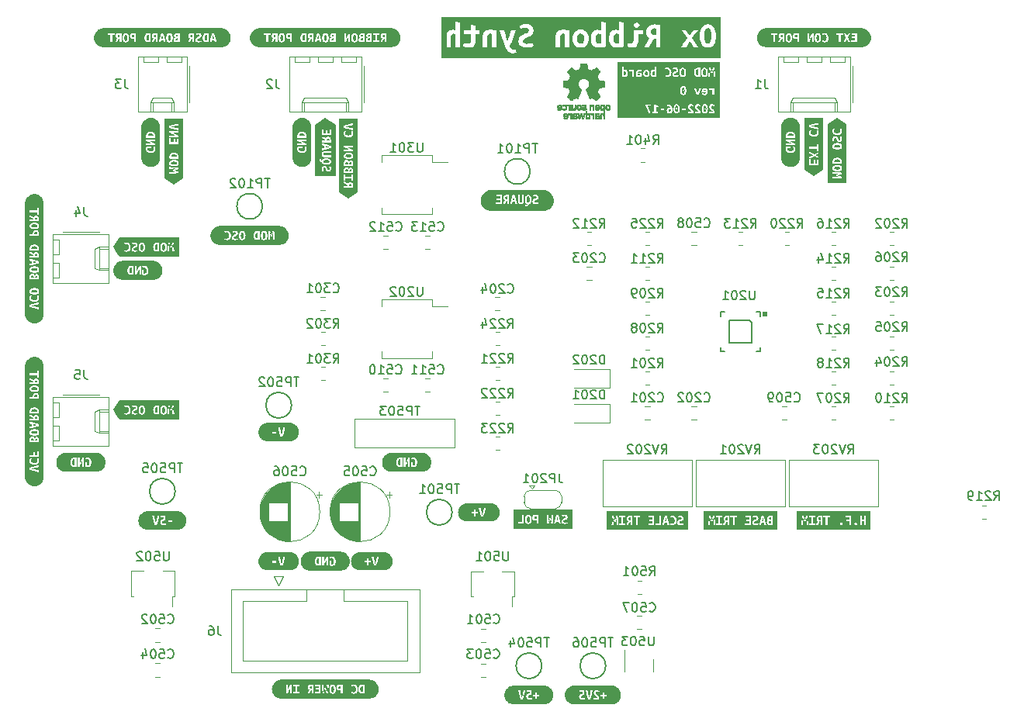
<source format=gbo>
G04 #@! TF.GenerationSoftware,KiCad,Pcbnew,6.0.5+dfsg-1~bpo11+1*
G04 #@! TF.CreationDate,2022-07-21T21:01:22+00:00*
G04 #@! TF.ProjectId,mod_osc_board,6d6f645f-6f73-4635-9f62-6f6172642e6b,0*
G04 #@! TF.SameCoordinates,Original*
G04 #@! TF.FileFunction,Legend,Bot*
G04 #@! TF.FilePolarity,Positive*
%FSLAX46Y46*%
G04 Gerber Fmt 4.6, Leading zero omitted, Abs format (unit mm)*
G04 Created by KiCad (PCBNEW 6.0.5+dfsg-1~bpo11+1) date 2022-07-21 21:01:22*
%MOMM*%
%LPD*%
G01*
G04 APERTURE LIST*
%ADD10C,0.150000*%
%ADD11C,0.120000*%
%ADD12C,0.100000*%
%ADD13C,0.010000*%
%ADD14C,2.500000*%
%ADD15O,2.720000X4.000000*%
%ADD16R,1.800000X1.800000*%
%ADD17C,1.800000*%
%ADD18O,2.800000X2.800000*%
%ADD19R,1.600000X1.600000*%
%ADD20C,1.600000*%
%ADD21R,0.900000X1.200000*%
%ADD22C,1.440000*%
%ADD23C,2.000000*%
%ADD24O,1.740000X2.190000*%
%ADD25R,0.900000X1.300000*%
%ADD26O,2.190000X1.740000*%
%ADD27R,1.500000X0.200000*%
%ADD28R,0.200000X1.500000*%
%ADD29C,2.600000*%
%ADD30R,1.000000X1.500000*%
%ADD31C,1.700000*%
G04 APERTURE END LIST*
D10*
X125308847Y-109805142D02*
X125356466Y-109852761D01*
X125499323Y-109900380D01*
X125594561Y-109900380D01*
X125737419Y-109852761D01*
X125832657Y-109757523D01*
X125880276Y-109662285D01*
X125927895Y-109471809D01*
X125927895Y-109328952D01*
X125880276Y-109138476D01*
X125832657Y-109043238D01*
X125737419Y-108948000D01*
X125594561Y-108900380D01*
X125499323Y-108900380D01*
X125356466Y-108948000D01*
X125308847Y-108995619D01*
X124404085Y-108900380D02*
X124880276Y-108900380D01*
X124927895Y-109376571D01*
X124880276Y-109328952D01*
X124785038Y-109281333D01*
X124546942Y-109281333D01*
X124451704Y-109328952D01*
X124404085Y-109376571D01*
X124356466Y-109471809D01*
X124356466Y-109709904D01*
X124404085Y-109805142D01*
X124451704Y-109852761D01*
X124546942Y-109900380D01*
X124785038Y-109900380D01*
X124880276Y-109852761D01*
X124927895Y-109805142D01*
X123737419Y-108900380D02*
X123642180Y-108900380D01*
X123546942Y-108948000D01*
X123499323Y-108995619D01*
X123451704Y-109090857D01*
X123404085Y-109281333D01*
X123404085Y-109519428D01*
X123451704Y-109709904D01*
X123499323Y-109805142D01*
X123546942Y-109852761D01*
X123642180Y-109900380D01*
X123737419Y-109900380D01*
X123832657Y-109852761D01*
X123880276Y-109805142D01*
X123927895Y-109709904D01*
X123975514Y-109519428D01*
X123975514Y-109281333D01*
X123927895Y-109090857D01*
X123880276Y-108995619D01*
X123832657Y-108948000D01*
X123737419Y-108900380D01*
X122499323Y-108900380D02*
X122975514Y-108900380D01*
X123023133Y-109376571D01*
X122975514Y-109328952D01*
X122880276Y-109281333D01*
X122642180Y-109281333D01*
X122546942Y-109328952D01*
X122499323Y-109376571D01*
X122451704Y-109471809D01*
X122451704Y-109709904D01*
X122499323Y-109805142D01*
X122546942Y-109852761D01*
X122642180Y-109900380D01*
X122880276Y-109900380D01*
X122975514Y-109852761D01*
X123023133Y-109805142D01*
X150890076Y-101530780D02*
X150890076Y-100530780D01*
X150651980Y-100530780D01*
X150509123Y-100578400D01*
X150413885Y-100673638D01*
X150366266Y-100768876D01*
X150318647Y-100959352D01*
X150318647Y-101102209D01*
X150366266Y-101292685D01*
X150413885Y-101387923D01*
X150509123Y-101483161D01*
X150651980Y-101530780D01*
X150890076Y-101530780D01*
X149937695Y-100626019D02*
X149890076Y-100578400D01*
X149794838Y-100530780D01*
X149556742Y-100530780D01*
X149461504Y-100578400D01*
X149413885Y-100626019D01*
X149366266Y-100721257D01*
X149366266Y-100816495D01*
X149413885Y-100959352D01*
X149985314Y-101530780D01*
X149366266Y-101530780D01*
X148747219Y-100530780D02*
X148651980Y-100530780D01*
X148556742Y-100578400D01*
X148509123Y-100626019D01*
X148461504Y-100721257D01*
X148413885Y-100911733D01*
X148413885Y-101149828D01*
X148461504Y-101340304D01*
X148509123Y-101435542D01*
X148556742Y-101483161D01*
X148651980Y-101530780D01*
X148747219Y-101530780D01*
X148842457Y-101483161D01*
X148890076Y-101435542D01*
X148937695Y-101340304D01*
X148985314Y-101149828D01*
X148985314Y-100911733D01*
X148937695Y-100721257D01*
X148890076Y-100626019D01*
X148842457Y-100578400D01*
X148747219Y-100530780D01*
X147461504Y-101530780D02*
X148032933Y-101530780D01*
X147747219Y-101530780D02*
X147747219Y-100530780D01*
X147842457Y-100673638D01*
X147937695Y-100768876D01*
X148032933Y-100816495D01*
X140311047Y-93777180D02*
X140644380Y-93300990D01*
X140882476Y-93777180D02*
X140882476Y-92777180D01*
X140501523Y-92777180D01*
X140406285Y-92824800D01*
X140358666Y-92872419D01*
X140311047Y-92967657D01*
X140311047Y-93110514D01*
X140358666Y-93205752D01*
X140406285Y-93253371D01*
X140501523Y-93300990D01*
X140882476Y-93300990D01*
X139930095Y-92872419D02*
X139882476Y-92824800D01*
X139787238Y-92777180D01*
X139549142Y-92777180D01*
X139453904Y-92824800D01*
X139406285Y-92872419D01*
X139358666Y-92967657D01*
X139358666Y-93062895D01*
X139406285Y-93205752D01*
X139977714Y-93777180D01*
X139358666Y-93777180D01*
X138977714Y-92872419D02*
X138930095Y-92824800D01*
X138834857Y-92777180D01*
X138596761Y-92777180D01*
X138501523Y-92824800D01*
X138453904Y-92872419D01*
X138406285Y-92967657D01*
X138406285Y-93062895D01*
X138453904Y-93205752D01*
X139025333Y-93777180D01*
X138406285Y-93777180D01*
X137549142Y-93110514D02*
X137549142Y-93777180D01*
X137787238Y-92729561D02*
X138025333Y-93443847D01*
X137406285Y-93443847D01*
X157087219Y-107490780D02*
X157420552Y-107014590D01*
X157658647Y-107490780D02*
X157658647Y-106490780D01*
X157277695Y-106490780D01*
X157182457Y-106538400D01*
X157134838Y-106586019D01*
X157087219Y-106681257D01*
X157087219Y-106824114D01*
X157134838Y-106919352D01*
X157182457Y-106966971D01*
X157277695Y-107014590D01*
X157658647Y-107014590D01*
X156801504Y-106490780D02*
X156468171Y-107490780D01*
X156134838Y-106490780D01*
X155849123Y-106586019D02*
X155801504Y-106538400D01*
X155706266Y-106490780D01*
X155468171Y-106490780D01*
X155372933Y-106538400D01*
X155325314Y-106586019D01*
X155277695Y-106681257D01*
X155277695Y-106776495D01*
X155325314Y-106919352D01*
X155896742Y-107490780D01*
X155277695Y-107490780D01*
X154658647Y-106490780D02*
X154563409Y-106490780D01*
X154468171Y-106538400D01*
X154420552Y-106586019D01*
X154372933Y-106681257D01*
X154325314Y-106871733D01*
X154325314Y-107109828D01*
X154372933Y-107300304D01*
X154420552Y-107395542D01*
X154468171Y-107443161D01*
X154563409Y-107490780D01*
X154658647Y-107490780D01*
X154753885Y-107443161D01*
X154801504Y-107395542D01*
X154849123Y-107300304D01*
X154896742Y-107109828D01*
X154896742Y-106871733D01*
X154849123Y-106681257D01*
X154801504Y-106586019D01*
X154753885Y-106538400D01*
X154658647Y-106490780D01*
X153944361Y-106586019D02*
X153896742Y-106538400D01*
X153801504Y-106490780D01*
X153563409Y-106490780D01*
X153468171Y-106538400D01*
X153420552Y-106586019D01*
X153372933Y-106681257D01*
X153372933Y-106776495D01*
X153420552Y-106919352D01*
X153991980Y-107490780D01*
X153372933Y-107490780D01*
X156668647Y-94260780D02*
X157001980Y-93784590D01*
X157240076Y-94260780D02*
X157240076Y-93260780D01*
X156859123Y-93260780D01*
X156763885Y-93308400D01*
X156716266Y-93356019D01*
X156668647Y-93451257D01*
X156668647Y-93594114D01*
X156716266Y-93689352D01*
X156763885Y-93736971D01*
X156859123Y-93784590D01*
X157240076Y-93784590D01*
X156287695Y-93356019D02*
X156240076Y-93308400D01*
X156144838Y-93260780D01*
X155906742Y-93260780D01*
X155811504Y-93308400D01*
X155763885Y-93356019D01*
X155716266Y-93451257D01*
X155716266Y-93546495D01*
X155763885Y-93689352D01*
X156335314Y-94260780D01*
X155716266Y-94260780D01*
X155097219Y-93260780D02*
X155001980Y-93260780D01*
X154906742Y-93308400D01*
X154859123Y-93356019D01*
X154811504Y-93451257D01*
X154763885Y-93641733D01*
X154763885Y-93879828D01*
X154811504Y-94070304D01*
X154859123Y-94165542D01*
X154906742Y-94213161D01*
X155001980Y-94260780D01*
X155097219Y-94260780D01*
X155192457Y-94213161D01*
X155240076Y-94165542D01*
X155287695Y-94070304D01*
X155335314Y-93879828D01*
X155335314Y-93641733D01*
X155287695Y-93451257D01*
X155240076Y-93356019D01*
X155192457Y-93308400D01*
X155097219Y-93260780D01*
X154192457Y-93689352D02*
X154287695Y-93641733D01*
X154335314Y-93594114D01*
X154382933Y-93498876D01*
X154382933Y-93451257D01*
X154335314Y-93356019D01*
X154287695Y-93308400D01*
X154192457Y-93260780D01*
X154001980Y-93260780D01*
X153906742Y-93308400D01*
X153859123Y-93356019D01*
X153811504Y-93451257D01*
X153811504Y-93498876D01*
X153859123Y-93594114D01*
X153906742Y-93641733D01*
X154001980Y-93689352D01*
X154192457Y-93689352D01*
X154287695Y-93736971D01*
X154335314Y-93784590D01*
X154382933Y-93879828D01*
X154382933Y-94070304D01*
X154335314Y-94165542D01*
X154287695Y-94213161D01*
X154192457Y-94260780D01*
X154001980Y-94260780D01*
X153906742Y-94213161D01*
X153859123Y-94165542D01*
X153811504Y-94070304D01*
X153811504Y-93879828D01*
X153859123Y-93784590D01*
X153906742Y-93736971D01*
X154001980Y-93689352D01*
X103227047Y-125939942D02*
X103274666Y-125987561D01*
X103417523Y-126035180D01*
X103512761Y-126035180D01*
X103655619Y-125987561D01*
X103750857Y-125892323D01*
X103798476Y-125797085D01*
X103846095Y-125606609D01*
X103846095Y-125463752D01*
X103798476Y-125273276D01*
X103750857Y-125178038D01*
X103655619Y-125082800D01*
X103512761Y-125035180D01*
X103417523Y-125035180D01*
X103274666Y-125082800D01*
X103227047Y-125130419D01*
X102322285Y-125035180D02*
X102798476Y-125035180D01*
X102846095Y-125511371D01*
X102798476Y-125463752D01*
X102703238Y-125416133D01*
X102465142Y-125416133D01*
X102369904Y-125463752D01*
X102322285Y-125511371D01*
X102274666Y-125606609D01*
X102274666Y-125844704D01*
X102322285Y-125939942D01*
X102369904Y-125987561D01*
X102465142Y-126035180D01*
X102703238Y-126035180D01*
X102798476Y-125987561D01*
X102846095Y-125939942D01*
X101655619Y-125035180D02*
X101560380Y-125035180D01*
X101465142Y-125082800D01*
X101417523Y-125130419D01*
X101369904Y-125225657D01*
X101322285Y-125416133D01*
X101322285Y-125654228D01*
X101369904Y-125844704D01*
X101417523Y-125939942D01*
X101465142Y-125987561D01*
X101560380Y-126035180D01*
X101655619Y-126035180D01*
X101750857Y-125987561D01*
X101798476Y-125939942D01*
X101846095Y-125844704D01*
X101893714Y-125654228D01*
X101893714Y-125416133D01*
X101846095Y-125225657D01*
X101798476Y-125130419D01*
X101750857Y-125082800D01*
X101655619Y-125035180D01*
X100941333Y-125130419D02*
X100893714Y-125082800D01*
X100798476Y-125035180D01*
X100560380Y-125035180D01*
X100465142Y-125082800D01*
X100417523Y-125130419D01*
X100369904Y-125225657D01*
X100369904Y-125320895D01*
X100417523Y-125463752D01*
X100988952Y-126035180D01*
X100369904Y-126035180D01*
X183338647Y-86512780D02*
X183671980Y-86036590D01*
X183910076Y-86512780D02*
X183910076Y-85512780D01*
X183529123Y-85512780D01*
X183433885Y-85560400D01*
X183386266Y-85608019D01*
X183338647Y-85703257D01*
X183338647Y-85846114D01*
X183386266Y-85941352D01*
X183433885Y-85988971D01*
X183529123Y-86036590D01*
X183910076Y-86036590D01*
X182957695Y-85608019D02*
X182910076Y-85560400D01*
X182814838Y-85512780D01*
X182576742Y-85512780D01*
X182481504Y-85560400D01*
X182433885Y-85608019D01*
X182386266Y-85703257D01*
X182386266Y-85798495D01*
X182433885Y-85941352D01*
X183005314Y-86512780D01*
X182386266Y-86512780D01*
X181767219Y-85512780D02*
X181671980Y-85512780D01*
X181576742Y-85560400D01*
X181529123Y-85608019D01*
X181481504Y-85703257D01*
X181433885Y-85893733D01*
X181433885Y-86131828D01*
X181481504Y-86322304D01*
X181529123Y-86417542D01*
X181576742Y-86465161D01*
X181671980Y-86512780D01*
X181767219Y-86512780D01*
X181862457Y-86465161D01*
X181910076Y-86417542D01*
X181957695Y-86322304D01*
X182005314Y-86131828D01*
X182005314Y-85893733D01*
X181957695Y-85703257D01*
X181910076Y-85608019D01*
X181862457Y-85560400D01*
X181767219Y-85512780D01*
X180576742Y-85512780D02*
X180767219Y-85512780D01*
X180862457Y-85560400D01*
X180910076Y-85608019D01*
X181005314Y-85750876D01*
X181052933Y-85941352D01*
X181052933Y-86322304D01*
X181005314Y-86417542D01*
X180957695Y-86465161D01*
X180862457Y-86512780D01*
X180671980Y-86512780D01*
X180576742Y-86465161D01*
X180529123Y-86417542D01*
X180481504Y-86322304D01*
X180481504Y-86084209D01*
X180529123Y-85988971D01*
X180576742Y-85941352D01*
X180671980Y-85893733D01*
X180862457Y-85893733D01*
X180957695Y-85941352D01*
X181005314Y-85988971D01*
X181052933Y-86084209D01*
X161748647Y-101755542D02*
X161796266Y-101803161D01*
X161939123Y-101850780D01*
X162034361Y-101850780D01*
X162177219Y-101803161D01*
X162272457Y-101707923D01*
X162320076Y-101612685D01*
X162367695Y-101422209D01*
X162367695Y-101279352D01*
X162320076Y-101088876D01*
X162272457Y-100993638D01*
X162177219Y-100898400D01*
X162034361Y-100850780D01*
X161939123Y-100850780D01*
X161796266Y-100898400D01*
X161748647Y-100946019D01*
X161367695Y-100946019D02*
X161320076Y-100898400D01*
X161224838Y-100850780D01*
X160986742Y-100850780D01*
X160891504Y-100898400D01*
X160843885Y-100946019D01*
X160796266Y-101041257D01*
X160796266Y-101136495D01*
X160843885Y-101279352D01*
X161415314Y-101850780D01*
X160796266Y-101850780D01*
X160177219Y-100850780D02*
X160081980Y-100850780D01*
X159986742Y-100898400D01*
X159939123Y-100946019D01*
X159891504Y-101041257D01*
X159843885Y-101231733D01*
X159843885Y-101469828D01*
X159891504Y-101660304D01*
X159939123Y-101755542D01*
X159986742Y-101803161D01*
X160081980Y-101850780D01*
X160177219Y-101850780D01*
X160272457Y-101803161D01*
X160320076Y-101755542D01*
X160367695Y-101660304D01*
X160415314Y-101469828D01*
X160415314Y-101231733D01*
X160367695Y-101041257D01*
X160320076Y-100946019D01*
X160272457Y-100898400D01*
X160177219Y-100850780D01*
X159462933Y-100946019D02*
X159415314Y-100898400D01*
X159320076Y-100850780D01*
X159081980Y-100850780D01*
X158986742Y-100898400D01*
X158939123Y-100946019D01*
X158891504Y-101041257D01*
X158891504Y-101136495D01*
X158939123Y-101279352D01*
X159510552Y-101850780D01*
X158891504Y-101850780D01*
X128119047Y-98715742D02*
X128166666Y-98763361D01*
X128309523Y-98810980D01*
X128404761Y-98810980D01*
X128547619Y-98763361D01*
X128642857Y-98668123D01*
X128690476Y-98572885D01*
X128738095Y-98382409D01*
X128738095Y-98239552D01*
X128690476Y-98049076D01*
X128642857Y-97953838D01*
X128547619Y-97858600D01*
X128404761Y-97810980D01*
X128309523Y-97810980D01*
X128166666Y-97858600D01*
X128119047Y-97906219D01*
X127214285Y-97810980D02*
X127690476Y-97810980D01*
X127738095Y-98287171D01*
X127690476Y-98239552D01*
X127595238Y-98191933D01*
X127357142Y-98191933D01*
X127261904Y-98239552D01*
X127214285Y-98287171D01*
X127166666Y-98382409D01*
X127166666Y-98620504D01*
X127214285Y-98715742D01*
X127261904Y-98763361D01*
X127357142Y-98810980D01*
X127595238Y-98810980D01*
X127690476Y-98763361D01*
X127738095Y-98715742D01*
X126214285Y-98810980D02*
X126785714Y-98810980D01*
X126500000Y-98810980D02*
X126500000Y-97810980D01*
X126595238Y-97953838D01*
X126690476Y-98049076D01*
X126785714Y-98096695D01*
X125595238Y-97810980D02*
X125500000Y-97810980D01*
X125404761Y-97858600D01*
X125357142Y-97906219D01*
X125309523Y-98001457D01*
X125261904Y-98191933D01*
X125261904Y-98430028D01*
X125309523Y-98620504D01*
X125357142Y-98715742D01*
X125404761Y-98763361D01*
X125500000Y-98810980D01*
X125595238Y-98810980D01*
X125690476Y-98763361D01*
X125738095Y-98715742D01*
X125785714Y-98620504D01*
X125833333Y-98430028D01*
X125833333Y-98191933D01*
X125785714Y-98001457D01*
X125738095Y-97906219D01*
X125690476Y-97858600D01*
X125595238Y-97810980D01*
X151820285Y-127615180D02*
X151248857Y-127615180D01*
X151534571Y-128615180D02*
X151534571Y-127615180D01*
X150915523Y-128615180D02*
X150915523Y-127615180D01*
X150534571Y-127615180D01*
X150439333Y-127662800D01*
X150391714Y-127710419D01*
X150344095Y-127805657D01*
X150344095Y-127948514D01*
X150391714Y-128043752D01*
X150439333Y-128091371D01*
X150534571Y-128138990D01*
X150915523Y-128138990D01*
X149439333Y-127615180D02*
X149915523Y-127615180D01*
X149963142Y-128091371D01*
X149915523Y-128043752D01*
X149820285Y-127996133D01*
X149582190Y-127996133D01*
X149486952Y-128043752D01*
X149439333Y-128091371D01*
X149391714Y-128186609D01*
X149391714Y-128424704D01*
X149439333Y-128519942D01*
X149486952Y-128567561D01*
X149582190Y-128615180D01*
X149820285Y-128615180D01*
X149915523Y-128567561D01*
X149963142Y-128519942D01*
X148772666Y-127615180D02*
X148677428Y-127615180D01*
X148582190Y-127662800D01*
X148534571Y-127710419D01*
X148486952Y-127805657D01*
X148439333Y-127996133D01*
X148439333Y-128234228D01*
X148486952Y-128424704D01*
X148534571Y-128519942D01*
X148582190Y-128567561D01*
X148677428Y-128615180D01*
X148772666Y-128615180D01*
X148867904Y-128567561D01*
X148915523Y-128519942D01*
X148963142Y-128424704D01*
X149010761Y-128234228D01*
X149010761Y-127996133D01*
X148963142Y-127805657D01*
X148915523Y-127710419D01*
X148867904Y-127662800D01*
X148772666Y-127615180D01*
X147582190Y-127615180D02*
X147772666Y-127615180D01*
X147867904Y-127662800D01*
X147915523Y-127710419D01*
X148010761Y-127853276D01*
X148058380Y-128043752D01*
X148058380Y-128424704D01*
X148010761Y-128519942D01*
X147963142Y-128567561D01*
X147867904Y-128615180D01*
X147677428Y-128615180D01*
X147582190Y-128567561D01*
X147534571Y-128519942D01*
X147486952Y-128424704D01*
X147486952Y-128186609D01*
X147534571Y-128091371D01*
X147582190Y-128043752D01*
X147677428Y-127996133D01*
X147867904Y-127996133D01*
X147963142Y-128043752D01*
X148010761Y-128091371D01*
X148058380Y-128186609D01*
X140311047Y-89871942D02*
X140358666Y-89919561D01*
X140501523Y-89967180D01*
X140596761Y-89967180D01*
X140739619Y-89919561D01*
X140834857Y-89824323D01*
X140882476Y-89729085D01*
X140930095Y-89538609D01*
X140930095Y-89395752D01*
X140882476Y-89205276D01*
X140834857Y-89110038D01*
X140739619Y-89014800D01*
X140596761Y-88967180D01*
X140501523Y-88967180D01*
X140358666Y-89014800D01*
X140311047Y-89062419D01*
X139930095Y-89062419D02*
X139882476Y-89014800D01*
X139787238Y-88967180D01*
X139549142Y-88967180D01*
X139453904Y-89014800D01*
X139406285Y-89062419D01*
X139358666Y-89157657D01*
X139358666Y-89252895D01*
X139406285Y-89395752D01*
X139977714Y-89967180D01*
X139358666Y-89967180D01*
X138739619Y-88967180D02*
X138644380Y-88967180D01*
X138549142Y-89014800D01*
X138501523Y-89062419D01*
X138453904Y-89157657D01*
X138406285Y-89348133D01*
X138406285Y-89586228D01*
X138453904Y-89776704D01*
X138501523Y-89871942D01*
X138549142Y-89919561D01*
X138644380Y-89967180D01*
X138739619Y-89967180D01*
X138834857Y-89919561D01*
X138882476Y-89871942D01*
X138930095Y-89776704D01*
X138977714Y-89586228D01*
X138977714Y-89348133D01*
X138930095Y-89157657D01*
X138882476Y-89062419D01*
X138834857Y-89014800D01*
X138739619Y-88967180D01*
X137549142Y-89300514D02*
X137549142Y-89967180D01*
X137787238Y-88919561D02*
X138025333Y-89633847D01*
X137406285Y-89633847D01*
X131000285Y-89285980D02*
X131000285Y-90095504D01*
X130952666Y-90190742D01*
X130905047Y-90238361D01*
X130809809Y-90285980D01*
X130619333Y-90285980D01*
X130524095Y-90238361D01*
X130476476Y-90190742D01*
X130428857Y-90095504D01*
X130428857Y-89285980D01*
X130000285Y-89381219D02*
X129952666Y-89333600D01*
X129857428Y-89285980D01*
X129619333Y-89285980D01*
X129524095Y-89333600D01*
X129476476Y-89381219D01*
X129428857Y-89476457D01*
X129428857Y-89571695D01*
X129476476Y-89714552D01*
X130047904Y-90285980D01*
X129428857Y-90285980D01*
X128809809Y-89285980D02*
X128714571Y-89285980D01*
X128619333Y-89333600D01*
X128571714Y-89381219D01*
X128524095Y-89476457D01*
X128476476Y-89666933D01*
X128476476Y-89905028D01*
X128524095Y-90095504D01*
X128571714Y-90190742D01*
X128619333Y-90238361D01*
X128714571Y-90285980D01*
X128809809Y-90285980D01*
X128905047Y-90238361D01*
X128952666Y-90190742D01*
X129000285Y-90095504D01*
X129047904Y-89905028D01*
X129047904Y-89666933D01*
X129000285Y-89476457D01*
X128952666Y-89381219D01*
X128905047Y-89333600D01*
X128809809Y-89285980D01*
X128095523Y-89381219D02*
X128047904Y-89333600D01*
X127952666Y-89285980D01*
X127714571Y-89285980D01*
X127619333Y-89333600D01*
X127571714Y-89381219D01*
X127524095Y-89476457D01*
X127524095Y-89571695D01*
X127571714Y-89714552D01*
X128143142Y-90285980D01*
X127524095Y-90285980D01*
X168354333Y-66635180D02*
X168354333Y-67349466D01*
X168401952Y-67492323D01*
X168497190Y-67587561D01*
X168640047Y-67635180D01*
X168735285Y-67635180D01*
X167354333Y-67635180D02*
X167925761Y-67635180D01*
X167640047Y-67635180D02*
X167640047Y-66635180D01*
X167735285Y-66778038D01*
X167830523Y-66873276D01*
X167925761Y-66920895D01*
X103314285Y-118177180D02*
X103314285Y-118986704D01*
X103266666Y-119081942D01*
X103219047Y-119129561D01*
X103123809Y-119177180D01*
X102933333Y-119177180D01*
X102838095Y-119129561D01*
X102790476Y-119081942D01*
X102742857Y-118986704D01*
X102742857Y-118177180D01*
X101790476Y-118177180D02*
X102266666Y-118177180D01*
X102314285Y-118653371D01*
X102266666Y-118605752D01*
X102171428Y-118558133D01*
X101933333Y-118558133D01*
X101838095Y-118605752D01*
X101790476Y-118653371D01*
X101742857Y-118748609D01*
X101742857Y-118986704D01*
X101790476Y-119081942D01*
X101838095Y-119129561D01*
X101933333Y-119177180D01*
X102171428Y-119177180D01*
X102266666Y-119129561D01*
X102314285Y-119081942D01*
X101123809Y-118177180D02*
X101028571Y-118177180D01*
X100933333Y-118224800D01*
X100885714Y-118272419D01*
X100838095Y-118367657D01*
X100790476Y-118558133D01*
X100790476Y-118796228D01*
X100838095Y-118986704D01*
X100885714Y-119081942D01*
X100933333Y-119129561D01*
X101028571Y-119177180D01*
X101123809Y-119177180D01*
X101219047Y-119129561D01*
X101266666Y-119081942D01*
X101314285Y-118986704D01*
X101361904Y-118796228D01*
X101361904Y-118558133D01*
X101314285Y-118367657D01*
X101266666Y-118272419D01*
X101219047Y-118224800D01*
X101123809Y-118177180D01*
X100409523Y-118272419D02*
X100361904Y-118224800D01*
X100266666Y-118177180D01*
X100028571Y-118177180D01*
X99933333Y-118224800D01*
X99885714Y-118272419D01*
X99838095Y-118367657D01*
X99838095Y-118462895D01*
X99885714Y-118605752D01*
X100457142Y-119177180D01*
X99838095Y-119177180D01*
X155805047Y-120793680D02*
X156138380Y-120317490D01*
X156376476Y-120793680D02*
X156376476Y-119793680D01*
X155995523Y-119793680D01*
X155900285Y-119841300D01*
X155852666Y-119888919D01*
X155805047Y-119984157D01*
X155805047Y-120127014D01*
X155852666Y-120222252D01*
X155900285Y-120269871D01*
X155995523Y-120317490D01*
X156376476Y-120317490D01*
X154900285Y-119793680D02*
X155376476Y-119793680D01*
X155424095Y-120269871D01*
X155376476Y-120222252D01*
X155281238Y-120174633D01*
X155043142Y-120174633D01*
X154947904Y-120222252D01*
X154900285Y-120269871D01*
X154852666Y-120365109D01*
X154852666Y-120603204D01*
X154900285Y-120698442D01*
X154947904Y-120746061D01*
X155043142Y-120793680D01*
X155281238Y-120793680D01*
X155376476Y-120746061D01*
X155424095Y-120698442D01*
X154233619Y-119793680D02*
X154138380Y-119793680D01*
X154043142Y-119841300D01*
X153995523Y-119888919D01*
X153947904Y-119984157D01*
X153900285Y-120174633D01*
X153900285Y-120412728D01*
X153947904Y-120603204D01*
X153995523Y-120698442D01*
X154043142Y-120746061D01*
X154138380Y-120793680D01*
X154233619Y-120793680D01*
X154328857Y-120746061D01*
X154376476Y-120698442D01*
X154424095Y-120603204D01*
X154471714Y-120412728D01*
X154471714Y-120174633D01*
X154424095Y-119984157D01*
X154376476Y-119888919D01*
X154328857Y-119841300D01*
X154233619Y-119793680D01*
X152947904Y-120793680D02*
X153519333Y-120793680D01*
X153233619Y-120793680D02*
X153233619Y-119793680D01*
X153328857Y-119936538D01*
X153424095Y-120031776D01*
X153519333Y-120079395D01*
X183338647Y-94132780D02*
X183671980Y-93656590D01*
X183910076Y-94132780D02*
X183910076Y-93132780D01*
X183529123Y-93132780D01*
X183433885Y-93180400D01*
X183386266Y-93228019D01*
X183338647Y-93323257D01*
X183338647Y-93466114D01*
X183386266Y-93561352D01*
X183433885Y-93608971D01*
X183529123Y-93656590D01*
X183910076Y-93656590D01*
X182957695Y-93228019D02*
X182910076Y-93180400D01*
X182814838Y-93132780D01*
X182576742Y-93132780D01*
X182481504Y-93180400D01*
X182433885Y-93228019D01*
X182386266Y-93323257D01*
X182386266Y-93418495D01*
X182433885Y-93561352D01*
X183005314Y-94132780D01*
X182386266Y-94132780D01*
X181767219Y-93132780D02*
X181671980Y-93132780D01*
X181576742Y-93180400D01*
X181529123Y-93228019D01*
X181481504Y-93323257D01*
X181433885Y-93513733D01*
X181433885Y-93751828D01*
X181481504Y-93942304D01*
X181529123Y-94037542D01*
X181576742Y-94085161D01*
X181671980Y-94132780D01*
X181767219Y-94132780D01*
X181862457Y-94085161D01*
X181910076Y-94037542D01*
X181957695Y-93942304D01*
X182005314Y-93751828D01*
X182005314Y-93513733D01*
X181957695Y-93323257D01*
X181910076Y-93228019D01*
X181862457Y-93180400D01*
X181767219Y-93132780D01*
X180529123Y-93132780D02*
X181005314Y-93132780D01*
X181052933Y-93608971D01*
X181005314Y-93561352D01*
X180910076Y-93513733D01*
X180671980Y-93513733D01*
X180576742Y-93561352D01*
X180529123Y-93608971D01*
X180481504Y-93704209D01*
X180481504Y-93942304D01*
X180529123Y-94037542D01*
X180576742Y-94085161D01*
X180671980Y-94132780D01*
X180910076Y-94132780D01*
X181005314Y-94085161D01*
X181052933Y-94037542D01*
X144835285Y-127615180D02*
X144263857Y-127615180D01*
X144549571Y-128615180D02*
X144549571Y-127615180D01*
X143930523Y-128615180D02*
X143930523Y-127615180D01*
X143549571Y-127615180D01*
X143454333Y-127662800D01*
X143406714Y-127710419D01*
X143359095Y-127805657D01*
X143359095Y-127948514D01*
X143406714Y-128043752D01*
X143454333Y-128091371D01*
X143549571Y-128138990D01*
X143930523Y-128138990D01*
X142454333Y-127615180D02*
X142930523Y-127615180D01*
X142978142Y-128091371D01*
X142930523Y-128043752D01*
X142835285Y-127996133D01*
X142597190Y-127996133D01*
X142501952Y-128043752D01*
X142454333Y-128091371D01*
X142406714Y-128186609D01*
X142406714Y-128424704D01*
X142454333Y-128519942D01*
X142501952Y-128567561D01*
X142597190Y-128615180D01*
X142835285Y-128615180D01*
X142930523Y-128567561D01*
X142978142Y-128519942D01*
X141787666Y-127615180D02*
X141692428Y-127615180D01*
X141597190Y-127662800D01*
X141549571Y-127710419D01*
X141501952Y-127805657D01*
X141454333Y-127996133D01*
X141454333Y-128234228D01*
X141501952Y-128424704D01*
X141549571Y-128519942D01*
X141597190Y-128567561D01*
X141692428Y-128615180D01*
X141787666Y-128615180D01*
X141882904Y-128567561D01*
X141930523Y-128519942D01*
X141978142Y-128424704D01*
X142025761Y-128234228D01*
X142025761Y-127996133D01*
X141978142Y-127805657D01*
X141930523Y-127710419D01*
X141882904Y-127662800D01*
X141787666Y-127615180D01*
X140597190Y-127948514D02*
X140597190Y-128615180D01*
X140835285Y-127567561D02*
X141073380Y-128281847D01*
X140454333Y-128281847D01*
X138787047Y-125939942D02*
X138834666Y-125987561D01*
X138977523Y-126035180D01*
X139072761Y-126035180D01*
X139215619Y-125987561D01*
X139310857Y-125892323D01*
X139358476Y-125797085D01*
X139406095Y-125606609D01*
X139406095Y-125463752D01*
X139358476Y-125273276D01*
X139310857Y-125178038D01*
X139215619Y-125082800D01*
X139072761Y-125035180D01*
X138977523Y-125035180D01*
X138834666Y-125082800D01*
X138787047Y-125130419D01*
X137882285Y-125035180D02*
X138358476Y-125035180D01*
X138406095Y-125511371D01*
X138358476Y-125463752D01*
X138263238Y-125416133D01*
X138025142Y-125416133D01*
X137929904Y-125463752D01*
X137882285Y-125511371D01*
X137834666Y-125606609D01*
X137834666Y-125844704D01*
X137882285Y-125939942D01*
X137929904Y-125987561D01*
X138025142Y-126035180D01*
X138263238Y-126035180D01*
X138358476Y-125987561D01*
X138406095Y-125939942D01*
X137215619Y-125035180D02*
X137120380Y-125035180D01*
X137025142Y-125082800D01*
X136977523Y-125130419D01*
X136929904Y-125225657D01*
X136882285Y-125416133D01*
X136882285Y-125654228D01*
X136929904Y-125844704D01*
X136977523Y-125939942D01*
X137025142Y-125987561D01*
X137120380Y-126035180D01*
X137215619Y-126035180D01*
X137310857Y-125987561D01*
X137358476Y-125939942D01*
X137406095Y-125844704D01*
X137453714Y-125654228D01*
X137453714Y-125416133D01*
X137406095Y-125225657D01*
X137358476Y-125130419D01*
X137310857Y-125082800D01*
X137215619Y-125035180D01*
X135929904Y-126035180D02*
X136501333Y-126035180D01*
X136215619Y-126035180D02*
X136215619Y-125035180D01*
X136310857Y-125178038D01*
X136406095Y-125273276D01*
X136501333Y-125320895D01*
X161748647Y-82705542D02*
X161796266Y-82753161D01*
X161939123Y-82800780D01*
X162034361Y-82800780D01*
X162177219Y-82753161D01*
X162272457Y-82657923D01*
X162320076Y-82562685D01*
X162367695Y-82372209D01*
X162367695Y-82229352D01*
X162320076Y-82038876D01*
X162272457Y-81943638D01*
X162177219Y-81848400D01*
X162034361Y-81800780D01*
X161939123Y-81800780D01*
X161796266Y-81848400D01*
X161748647Y-81896019D01*
X160843885Y-81800780D02*
X161320076Y-81800780D01*
X161367695Y-82276971D01*
X161320076Y-82229352D01*
X161224838Y-82181733D01*
X160986742Y-82181733D01*
X160891504Y-82229352D01*
X160843885Y-82276971D01*
X160796266Y-82372209D01*
X160796266Y-82610304D01*
X160843885Y-82705542D01*
X160891504Y-82753161D01*
X160986742Y-82800780D01*
X161224838Y-82800780D01*
X161320076Y-82753161D01*
X161367695Y-82705542D01*
X160177219Y-81800780D02*
X160081980Y-81800780D01*
X159986742Y-81848400D01*
X159939123Y-81896019D01*
X159891504Y-81991257D01*
X159843885Y-82181733D01*
X159843885Y-82419828D01*
X159891504Y-82610304D01*
X159939123Y-82705542D01*
X159986742Y-82753161D01*
X160081980Y-82800780D01*
X160177219Y-82800780D01*
X160272457Y-82753161D01*
X160320076Y-82705542D01*
X160367695Y-82610304D01*
X160415314Y-82419828D01*
X160415314Y-82181733D01*
X160367695Y-81991257D01*
X160320076Y-81896019D01*
X160272457Y-81848400D01*
X160177219Y-81800780D01*
X159272457Y-82229352D02*
X159367695Y-82181733D01*
X159415314Y-82134114D01*
X159462933Y-82038876D01*
X159462933Y-81991257D01*
X159415314Y-81896019D01*
X159367695Y-81848400D01*
X159272457Y-81800780D01*
X159081980Y-81800780D01*
X158986742Y-81848400D01*
X158939123Y-81896019D01*
X158891504Y-81991257D01*
X158891504Y-82038876D01*
X158939123Y-82134114D01*
X158986742Y-82181733D01*
X159081980Y-82229352D01*
X159272457Y-82229352D01*
X159367695Y-82276971D01*
X159415314Y-82324590D01*
X159462933Y-82419828D01*
X159462933Y-82610304D01*
X159415314Y-82705542D01*
X159367695Y-82753161D01*
X159272457Y-82800780D01*
X159081980Y-82800780D01*
X158986742Y-82753161D01*
X158939123Y-82705542D01*
X158891504Y-82610304D01*
X158891504Y-82419828D01*
X158939123Y-82324590D01*
X158986742Y-82276971D01*
X159081980Y-82229352D01*
X156668647Y-90450780D02*
X157001980Y-89974590D01*
X157240076Y-90450780D02*
X157240076Y-89450780D01*
X156859123Y-89450780D01*
X156763885Y-89498400D01*
X156716266Y-89546019D01*
X156668647Y-89641257D01*
X156668647Y-89784114D01*
X156716266Y-89879352D01*
X156763885Y-89926971D01*
X156859123Y-89974590D01*
X157240076Y-89974590D01*
X156287695Y-89546019D02*
X156240076Y-89498400D01*
X156144838Y-89450780D01*
X155906742Y-89450780D01*
X155811504Y-89498400D01*
X155763885Y-89546019D01*
X155716266Y-89641257D01*
X155716266Y-89736495D01*
X155763885Y-89879352D01*
X156335314Y-90450780D01*
X155716266Y-90450780D01*
X155097219Y-89450780D02*
X155001980Y-89450780D01*
X154906742Y-89498400D01*
X154859123Y-89546019D01*
X154811504Y-89641257D01*
X154763885Y-89831733D01*
X154763885Y-90069828D01*
X154811504Y-90260304D01*
X154859123Y-90355542D01*
X154906742Y-90403161D01*
X155001980Y-90450780D01*
X155097219Y-90450780D01*
X155192457Y-90403161D01*
X155240076Y-90355542D01*
X155287695Y-90260304D01*
X155335314Y-90069828D01*
X155335314Y-89831733D01*
X155287695Y-89641257D01*
X155240076Y-89546019D01*
X155192457Y-89498400D01*
X155097219Y-89450780D01*
X154287695Y-90450780D02*
X154097219Y-90450780D01*
X154001980Y-90403161D01*
X153954361Y-90355542D01*
X153859123Y-90212685D01*
X153811504Y-90022209D01*
X153811504Y-89641257D01*
X153859123Y-89546019D01*
X153906742Y-89498400D01*
X154001980Y-89450780D01*
X154192457Y-89450780D01*
X154287695Y-89498400D01*
X154335314Y-89546019D01*
X154382933Y-89641257D01*
X154382933Y-89879352D01*
X154335314Y-89974590D01*
X154287695Y-90022209D01*
X154192457Y-90069828D01*
X154001980Y-90069828D01*
X153906742Y-90022209D01*
X153859123Y-89974590D01*
X153811504Y-89879352D01*
X132691047Y-98715742D02*
X132738666Y-98763361D01*
X132881523Y-98810980D01*
X132976761Y-98810980D01*
X133119619Y-98763361D01*
X133214857Y-98668123D01*
X133262476Y-98572885D01*
X133310095Y-98382409D01*
X133310095Y-98239552D01*
X133262476Y-98049076D01*
X133214857Y-97953838D01*
X133119619Y-97858600D01*
X132976761Y-97810980D01*
X132881523Y-97810980D01*
X132738666Y-97858600D01*
X132691047Y-97906219D01*
X131786285Y-97810980D02*
X132262476Y-97810980D01*
X132310095Y-98287171D01*
X132262476Y-98239552D01*
X132167238Y-98191933D01*
X131929142Y-98191933D01*
X131833904Y-98239552D01*
X131786285Y-98287171D01*
X131738666Y-98382409D01*
X131738666Y-98620504D01*
X131786285Y-98715742D01*
X131833904Y-98763361D01*
X131929142Y-98810980D01*
X132167238Y-98810980D01*
X132262476Y-98763361D01*
X132310095Y-98715742D01*
X130786285Y-98810980D02*
X131357714Y-98810980D01*
X131072000Y-98810980D02*
X131072000Y-97810980D01*
X131167238Y-97953838D01*
X131262476Y-98049076D01*
X131357714Y-98096695D01*
X129833904Y-98810980D02*
X130405333Y-98810980D01*
X130119619Y-98810980D02*
X130119619Y-97810980D01*
X130214857Y-97953838D01*
X130310095Y-98049076D01*
X130405333Y-98096695D01*
X176988647Y-82830780D02*
X177321980Y-82354590D01*
X177560076Y-82830780D02*
X177560076Y-81830780D01*
X177179123Y-81830780D01*
X177083885Y-81878400D01*
X177036266Y-81926019D01*
X176988647Y-82021257D01*
X176988647Y-82164114D01*
X177036266Y-82259352D01*
X177083885Y-82306971D01*
X177179123Y-82354590D01*
X177560076Y-82354590D01*
X176607695Y-81926019D02*
X176560076Y-81878400D01*
X176464838Y-81830780D01*
X176226742Y-81830780D01*
X176131504Y-81878400D01*
X176083885Y-81926019D01*
X176036266Y-82021257D01*
X176036266Y-82116495D01*
X176083885Y-82259352D01*
X176655314Y-82830780D01*
X176036266Y-82830780D01*
X175083885Y-82830780D02*
X175655314Y-82830780D01*
X175369600Y-82830780D02*
X175369600Y-81830780D01*
X175464838Y-81973638D01*
X175560076Y-82068876D01*
X175655314Y-82116495D01*
X174226742Y-81830780D02*
X174417219Y-81830780D01*
X174512457Y-81878400D01*
X174560076Y-81926019D01*
X174655314Y-82068876D01*
X174702933Y-82259352D01*
X174702933Y-82640304D01*
X174655314Y-82735542D01*
X174607695Y-82783161D01*
X174512457Y-82830780D01*
X174321980Y-82830780D01*
X174226742Y-82783161D01*
X174179123Y-82735542D01*
X174131504Y-82640304D01*
X174131504Y-82402209D01*
X174179123Y-82306971D01*
X174226742Y-82259352D01*
X174321980Y-82211733D01*
X174512457Y-82211733D01*
X174607695Y-82259352D01*
X174655314Y-82306971D01*
X174702933Y-82402209D01*
X121271447Y-97587180D02*
X121604780Y-97110990D01*
X121842876Y-97587180D02*
X121842876Y-96587180D01*
X121461923Y-96587180D01*
X121366685Y-96634800D01*
X121319066Y-96682419D01*
X121271447Y-96777657D01*
X121271447Y-96920514D01*
X121319066Y-97015752D01*
X121366685Y-97063371D01*
X121461923Y-97110990D01*
X121842876Y-97110990D01*
X120938114Y-96587180D02*
X120319066Y-96587180D01*
X120652400Y-96968133D01*
X120509542Y-96968133D01*
X120414304Y-97015752D01*
X120366685Y-97063371D01*
X120319066Y-97158609D01*
X120319066Y-97396704D01*
X120366685Y-97491942D01*
X120414304Y-97539561D01*
X120509542Y-97587180D01*
X120795257Y-97587180D01*
X120890495Y-97539561D01*
X120938114Y-97491942D01*
X119700019Y-96587180D02*
X119604780Y-96587180D01*
X119509542Y-96634800D01*
X119461923Y-96682419D01*
X119414304Y-96777657D01*
X119366685Y-96968133D01*
X119366685Y-97206228D01*
X119414304Y-97396704D01*
X119461923Y-97491942D01*
X119509542Y-97539561D01*
X119604780Y-97587180D01*
X119700019Y-97587180D01*
X119795257Y-97539561D01*
X119842876Y-97491942D01*
X119890495Y-97396704D01*
X119938114Y-97206228D01*
X119938114Y-96968133D01*
X119890495Y-96777657D01*
X119842876Y-96682419D01*
X119795257Y-96634800D01*
X119700019Y-96587180D01*
X118414304Y-97587180D02*
X118985733Y-97587180D01*
X118700019Y-97587180D02*
X118700019Y-96587180D01*
X118795257Y-96730038D01*
X118890495Y-96825276D01*
X118985733Y-96872895D01*
X140321447Y-105190980D02*
X140654780Y-104714790D01*
X140892876Y-105190980D02*
X140892876Y-104190980D01*
X140511923Y-104190980D01*
X140416685Y-104238600D01*
X140369066Y-104286219D01*
X140321447Y-104381457D01*
X140321447Y-104524314D01*
X140369066Y-104619552D01*
X140416685Y-104667171D01*
X140511923Y-104714790D01*
X140892876Y-104714790D01*
X139940495Y-104286219D02*
X139892876Y-104238600D01*
X139797638Y-104190980D01*
X139559542Y-104190980D01*
X139464304Y-104238600D01*
X139416685Y-104286219D01*
X139369066Y-104381457D01*
X139369066Y-104476695D01*
X139416685Y-104619552D01*
X139988114Y-105190980D01*
X139369066Y-105190980D01*
X138988114Y-104286219D02*
X138940495Y-104238600D01*
X138845257Y-104190980D01*
X138607161Y-104190980D01*
X138511923Y-104238600D01*
X138464304Y-104286219D01*
X138416685Y-104381457D01*
X138416685Y-104476695D01*
X138464304Y-104619552D01*
X139035733Y-105190980D01*
X138416685Y-105190980D01*
X138083352Y-104190980D02*
X137464304Y-104190980D01*
X137797638Y-104571933D01*
X137654780Y-104571933D01*
X137559542Y-104619552D01*
X137511923Y-104667171D01*
X137464304Y-104762409D01*
X137464304Y-105000504D01*
X137511923Y-105095742D01*
X137559542Y-105143361D01*
X137654780Y-105190980D01*
X137940495Y-105190980D01*
X138035733Y-105143361D01*
X138083352Y-105095742D01*
X167257219Y-107490780D02*
X167590552Y-107014590D01*
X167828647Y-107490780D02*
X167828647Y-106490780D01*
X167447695Y-106490780D01*
X167352457Y-106538400D01*
X167304838Y-106586019D01*
X167257219Y-106681257D01*
X167257219Y-106824114D01*
X167304838Y-106919352D01*
X167352457Y-106966971D01*
X167447695Y-107014590D01*
X167828647Y-107014590D01*
X166971504Y-106490780D02*
X166638171Y-107490780D01*
X166304838Y-106490780D01*
X166019123Y-106586019D02*
X165971504Y-106538400D01*
X165876266Y-106490780D01*
X165638171Y-106490780D01*
X165542933Y-106538400D01*
X165495314Y-106586019D01*
X165447695Y-106681257D01*
X165447695Y-106776495D01*
X165495314Y-106919352D01*
X166066742Y-107490780D01*
X165447695Y-107490780D01*
X164828647Y-106490780D02*
X164733409Y-106490780D01*
X164638171Y-106538400D01*
X164590552Y-106586019D01*
X164542933Y-106681257D01*
X164495314Y-106871733D01*
X164495314Y-107109828D01*
X164542933Y-107300304D01*
X164590552Y-107395542D01*
X164638171Y-107443161D01*
X164733409Y-107490780D01*
X164828647Y-107490780D01*
X164923885Y-107443161D01*
X164971504Y-107395542D01*
X165019123Y-107300304D01*
X165066742Y-107109828D01*
X165066742Y-106871733D01*
X165019123Y-106681257D01*
X164971504Y-106586019D01*
X164923885Y-106538400D01*
X164828647Y-106490780D01*
X163542933Y-107490780D02*
X164114361Y-107490780D01*
X163828647Y-107490780D02*
X163828647Y-106490780D01*
X163923885Y-106633638D01*
X164019123Y-106728876D01*
X164114361Y-106776495D01*
X131000285Y-73563380D02*
X131000285Y-74372904D01*
X130952666Y-74468142D01*
X130905047Y-74515761D01*
X130809809Y-74563380D01*
X130619333Y-74563380D01*
X130524095Y-74515761D01*
X130476476Y-74468142D01*
X130428857Y-74372904D01*
X130428857Y-73563380D01*
X130047904Y-73563380D02*
X129428857Y-73563380D01*
X129762190Y-73944333D01*
X129619333Y-73944333D01*
X129524095Y-73991952D01*
X129476476Y-74039571D01*
X129428857Y-74134809D01*
X129428857Y-74372904D01*
X129476476Y-74468142D01*
X129524095Y-74515761D01*
X129619333Y-74563380D01*
X129905047Y-74563380D01*
X130000285Y-74515761D01*
X130047904Y-74468142D01*
X128809809Y-73563380D02*
X128714571Y-73563380D01*
X128619333Y-73611000D01*
X128571714Y-73658619D01*
X128524095Y-73753857D01*
X128476476Y-73944333D01*
X128476476Y-74182428D01*
X128524095Y-74372904D01*
X128571714Y-74468142D01*
X128619333Y-74515761D01*
X128714571Y-74563380D01*
X128809809Y-74563380D01*
X128905047Y-74515761D01*
X128952666Y-74468142D01*
X129000285Y-74372904D01*
X129047904Y-74182428D01*
X129047904Y-73944333D01*
X129000285Y-73753857D01*
X128952666Y-73658619D01*
X128905047Y-73611000D01*
X128809809Y-73563380D01*
X127524095Y-74563380D02*
X128095523Y-74563380D01*
X127809809Y-74563380D02*
X127809809Y-73563380D01*
X127905047Y-73706238D01*
X128000285Y-73801476D01*
X128095523Y-73849095D01*
X166828647Y-82830780D02*
X167161980Y-82354590D01*
X167400076Y-82830780D02*
X167400076Y-81830780D01*
X167019123Y-81830780D01*
X166923885Y-81878400D01*
X166876266Y-81926019D01*
X166828647Y-82021257D01*
X166828647Y-82164114D01*
X166876266Y-82259352D01*
X166923885Y-82306971D01*
X167019123Y-82354590D01*
X167400076Y-82354590D01*
X166447695Y-81926019D02*
X166400076Y-81878400D01*
X166304838Y-81830780D01*
X166066742Y-81830780D01*
X165971504Y-81878400D01*
X165923885Y-81926019D01*
X165876266Y-82021257D01*
X165876266Y-82116495D01*
X165923885Y-82259352D01*
X166495314Y-82830780D01*
X165876266Y-82830780D01*
X164923885Y-82830780D02*
X165495314Y-82830780D01*
X165209600Y-82830780D02*
X165209600Y-81830780D01*
X165304838Y-81973638D01*
X165400076Y-82068876D01*
X165495314Y-82116495D01*
X164590552Y-81830780D02*
X163971504Y-81830780D01*
X164304838Y-82211733D01*
X164161980Y-82211733D01*
X164066742Y-82259352D01*
X164019123Y-82306971D01*
X163971504Y-82402209D01*
X163971504Y-82640304D01*
X164019123Y-82735542D01*
X164066742Y-82783161D01*
X164161980Y-82830780D01*
X164447695Y-82830780D01*
X164542933Y-82783161D01*
X164590552Y-82735542D01*
X121271447Y-93760980D02*
X121604780Y-93284790D01*
X121842876Y-93760980D02*
X121842876Y-92760980D01*
X121461923Y-92760980D01*
X121366685Y-92808600D01*
X121319066Y-92856219D01*
X121271447Y-92951457D01*
X121271447Y-93094314D01*
X121319066Y-93189552D01*
X121366685Y-93237171D01*
X121461923Y-93284790D01*
X121842876Y-93284790D01*
X120938114Y-92760980D02*
X120319066Y-92760980D01*
X120652400Y-93141933D01*
X120509542Y-93141933D01*
X120414304Y-93189552D01*
X120366685Y-93237171D01*
X120319066Y-93332409D01*
X120319066Y-93570504D01*
X120366685Y-93665742D01*
X120414304Y-93713361D01*
X120509542Y-93760980D01*
X120795257Y-93760980D01*
X120890495Y-93713361D01*
X120938114Y-93665742D01*
X119700019Y-92760980D02*
X119604780Y-92760980D01*
X119509542Y-92808600D01*
X119461923Y-92856219D01*
X119414304Y-92951457D01*
X119366685Y-93141933D01*
X119366685Y-93380028D01*
X119414304Y-93570504D01*
X119461923Y-93665742D01*
X119509542Y-93713361D01*
X119604780Y-93760980D01*
X119700019Y-93760980D01*
X119795257Y-93713361D01*
X119842876Y-93665742D01*
X119890495Y-93570504D01*
X119938114Y-93380028D01*
X119938114Y-93141933D01*
X119890495Y-92951457D01*
X119842876Y-92856219D01*
X119795257Y-92808600D01*
X119700019Y-92760980D01*
X118985733Y-92856219D02*
X118938114Y-92808600D01*
X118842876Y-92760980D01*
X118604780Y-92760980D01*
X118509542Y-92808600D01*
X118461923Y-92856219D01*
X118414304Y-92951457D01*
X118414304Y-93046695D01*
X118461923Y-93189552D01*
X119033352Y-93760980D01*
X118414304Y-93760980D01*
X177442619Y-107490780D02*
X177775952Y-107014590D01*
X178014047Y-107490780D02*
X178014047Y-106490780D01*
X177633095Y-106490780D01*
X177537857Y-106538400D01*
X177490238Y-106586019D01*
X177442619Y-106681257D01*
X177442619Y-106824114D01*
X177490238Y-106919352D01*
X177537857Y-106966971D01*
X177633095Y-107014590D01*
X178014047Y-107014590D01*
X177156904Y-106490780D02*
X176823571Y-107490780D01*
X176490238Y-106490780D01*
X176204523Y-106586019D02*
X176156904Y-106538400D01*
X176061666Y-106490780D01*
X175823571Y-106490780D01*
X175728333Y-106538400D01*
X175680714Y-106586019D01*
X175633095Y-106681257D01*
X175633095Y-106776495D01*
X175680714Y-106919352D01*
X176252142Y-107490780D01*
X175633095Y-107490780D01*
X175014047Y-106490780D02*
X174918809Y-106490780D01*
X174823571Y-106538400D01*
X174775952Y-106586019D01*
X174728333Y-106681257D01*
X174680714Y-106871733D01*
X174680714Y-107109828D01*
X174728333Y-107300304D01*
X174775952Y-107395542D01*
X174823571Y-107443161D01*
X174918809Y-107490780D01*
X175014047Y-107490780D01*
X175109285Y-107443161D01*
X175156904Y-107395542D01*
X175204523Y-107300304D01*
X175252142Y-107109828D01*
X175252142Y-106871733D01*
X175204523Y-106681257D01*
X175156904Y-106586019D01*
X175109285Y-106538400D01*
X175014047Y-106490780D01*
X174347380Y-106490780D02*
X173728333Y-106490780D01*
X174061666Y-106871733D01*
X173918809Y-106871733D01*
X173823571Y-106919352D01*
X173775952Y-106966971D01*
X173728333Y-107062209D01*
X173728333Y-107300304D01*
X173775952Y-107395542D01*
X173823571Y-107443161D01*
X173918809Y-107490780D01*
X174204523Y-107490780D01*
X174299761Y-107443161D01*
X174347380Y-107395542D01*
X103227047Y-129749942D02*
X103274666Y-129797561D01*
X103417523Y-129845180D01*
X103512761Y-129845180D01*
X103655619Y-129797561D01*
X103750857Y-129702323D01*
X103798476Y-129607085D01*
X103846095Y-129416609D01*
X103846095Y-129273752D01*
X103798476Y-129083276D01*
X103750857Y-128988038D01*
X103655619Y-128892800D01*
X103512761Y-128845180D01*
X103417523Y-128845180D01*
X103274666Y-128892800D01*
X103227047Y-128940419D01*
X102322285Y-128845180D02*
X102798476Y-128845180D01*
X102846095Y-129321371D01*
X102798476Y-129273752D01*
X102703238Y-129226133D01*
X102465142Y-129226133D01*
X102369904Y-129273752D01*
X102322285Y-129321371D01*
X102274666Y-129416609D01*
X102274666Y-129654704D01*
X102322285Y-129749942D01*
X102369904Y-129797561D01*
X102465142Y-129845180D01*
X102703238Y-129845180D01*
X102798476Y-129797561D01*
X102846095Y-129749942D01*
X101655619Y-128845180D02*
X101560380Y-128845180D01*
X101465142Y-128892800D01*
X101417523Y-128940419D01*
X101369904Y-129035657D01*
X101322285Y-129226133D01*
X101322285Y-129464228D01*
X101369904Y-129654704D01*
X101417523Y-129749942D01*
X101465142Y-129797561D01*
X101560380Y-129845180D01*
X101655619Y-129845180D01*
X101750857Y-129797561D01*
X101798476Y-129749942D01*
X101846095Y-129654704D01*
X101893714Y-129464228D01*
X101893714Y-129226133D01*
X101846095Y-129035657D01*
X101798476Y-128940419D01*
X101750857Y-128892800D01*
X101655619Y-128845180D01*
X100465142Y-129178514D02*
X100465142Y-129845180D01*
X100703238Y-128797561D02*
X100941333Y-129511847D01*
X100322285Y-129511847D01*
X183338647Y-97942780D02*
X183671980Y-97466590D01*
X183910076Y-97942780D02*
X183910076Y-96942780D01*
X183529123Y-96942780D01*
X183433885Y-96990400D01*
X183386266Y-97038019D01*
X183338647Y-97133257D01*
X183338647Y-97276114D01*
X183386266Y-97371352D01*
X183433885Y-97418971D01*
X183529123Y-97466590D01*
X183910076Y-97466590D01*
X182957695Y-97038019D02*
X182910076Y-96990400D01*
X182814838Y-96942780D01*
X182576742Y-96942780D01*
X182481504Y-96990400D01*
X182433885Y-97038019D01*
X182386266Y-97133257D01*
X182386266Y-97228495D01*
X182433885Y-97371352D01*
X183005314Y-97942780D01*
X182386266Y-97942780D01*
X181767219Y-96942780D02*
X181671980Y-96942780D01*
X181576742Y-96990400D01*
X181529123Y-97038019D01*
X181481504Y-97133257D01*
X181433885Y-97323733D01*
X181433885Y-97561828D01*
X181481504Y-97752304D01*
X181529123Y-97847542D01*
X181576742Y-97895161D01*
X181671980Y-97942780D01*
X181767219Y-97942780D01*
X181862457Y-97895161D01*
X181910076Y-97847542D01*
X181957695Y-97752304D01*
X182005314Y-97561828D01*
X182005314Y-97323733D01*
X181957695Y-97133257D01*
X181910076Y-97038019D01*
X181862457Y-96990400D01*
X181767219Y-96942780D01*
X180576742Y-97276114D02*
X180576742Y-97942780D01*
X180814838Y-96895161D02*
X181052933Y-97609447D01*
X180433885Y-97609447D01*
X176988647Y-86640780D02*
X177321980Y-86164590D01*
X177560076Y-86640780D02*
X177560076Y-85640780D01*
X177179123Y-85640780D01*
X177083885Y-85688400D01*
X177036266Y-85736019D01*
X176988647Y-85831257D01*
X176988647Y-85974114D01*
X177036266Y-86069352D01*
X177083885Y-86116971D01*
X177179123Y-86164590D01*
X177560076Y-86164590D01*
X176607695Y-85736019D02*
X176560076Y-85688400D01*
X176464838Y-85640780D01*
X176226742Y-85640780D01*
X176131504Y-85688400D01*
X176083885Y-85736019D01*
X176036266Y-85831257D01*
X176036266Y-85926495D01*
X176083885Y-86069352D01*
X176655314Y-86640780D01*
X176036266Y-86640780D01*
X175083885Y-86640780D02*
X175655314Y-86640780D01*
X175369600Y-86640780D02*
X175369600Y-85640780D01*
X175464838Y-85783638D01*
X175560076Y-85878876D01*
X175655314Y-85926495D01*
X174226742Y-85974114D02*
X174226742Y-86640780D01*
X174464838Y-85593161D02*
X174702933Y-86307447D01*
X174083885Y-86307447D01*
X94059333Y-98365180D02*
X94059333Y-99079466D01*
X94106952Y-99222323D01*
X94202190Y-99317561D01*
X94345047Y-99365180D01*
X94440285Y-99365180D01*
X93106952Y-98365180D02*
X93583142Y-98365180D01*
X93630761Y-98841371D01*
X93583142Y-98793752D01*
X93487904Y-98746133D01*
X93249809Y-98746133D01*
X93154571Y-98793752D01*
X93106952Y-98841371D01*
X93059333Y-98936609D01*
X93059333Y-99174704D01*
X93106952Y-99269942D01*
X93154571Y-99317561D01*
X93249809Y-99365180D01*
X93487904Y-99365180D01*
X93583142Y-99317561D01*
X93630761Y-99269942D01*
X167273885Y-89690780D02*
X167273885Y-90500304D01*
X167226266Y-90595542D01*
X167178647Y-90643161D01*
X167083409Y-90690780D01*
X166892933Y-90690780D01*
X166797695Y-90643161D01*
X166750076Y-90595542D01*
X166702457Y-90500304D01*
X166702457Y-89690780D01*
X166273885Y-89786019D02*
X166226266Y-89738400D01*
X166131028Y-89690780D01*
X165892933Y-89690780D01*
X165797695Y-89738400D01*
X165750076Y-89786019D01*
X165702457Y-89881257D01*
X165702457Y-89976495D01*
X165750076Y-90119352D01*
X166321504Y-90690780D01*
X165702457Y-90690780D01*
X165083409Y-89690780D02*
X164988171Y-89690780D01*
X164892933Y-89738400D01*
X164845314Y-89786019D01*
X164797695Y-89881257D01*
X164750076Y-90071733D01*
X164750076Y-90309828D01*
X164797695Y-90500304D01*
X164845314Y-90595542D01*
X164892933Y-90643161D01*
X164988171Y-90690780D01*
X165083409Y-90690780D01*
X165178647Y-90643161D01*
X165226266Y-90595542D01*
X165273885Y-90500304D01*
X165321504Y-90309828D01*
X165321504Y-90071733D01*
X165273885Y-89881257D01*
X165226266Y-89786019D01*
X165178647Y-89738400D01*
X165083409Y-89690780D01*
X163797695Y-90690780D02*
X164369123Y-90690780D01*
X164083409Y-90690780D02*
X164083409Y-89690780D01*
X164178647Y-89833638D01*
X164273885Y-89928876D01*
X164369123Y-89976495D01*
X104830285Y-108565180D02*
X104258857Y-108565180D01*
X104544571Y-109565180D02*
X104544571Y-108565180D01*
X103925523Y-109565180D02*
X103925523Y-108565180D01*
X103544571Y-108565180D01*
X103449333Y-108612800D01*
X103401714Y-108660419D01*
X103354095Y-108755657D01*
X103354095Y-108898514D01*
X103401714Y-108993752D01*
X103449333Y-109041371D01*
X103544571Y-109088990D01*
X103925523Y-109088990D01*
X102449333Y-108565180D02*
X102925523Y-108565180D01*
X102973142Y-109041371D01*
X102925523Y-108993752D01*
X102830285Y-108946133D01*
X102592190Y-108946133D01*
X102496952Y-108993752D01*
X102449333Y-109041371D01*
X102401714Y-109136609D01*
X102401714Y-109374704D01*
X102449333Y-109469942D01*
X102496952Y-109517561D01*
X102592190Y-109565180D01*
X102830285Y-109565180D01*
X102925523Y-109517561D01*
X102973142Y-109469942D01*
X101782666Y-108565180D02*
X101687428Y-108565180D01*
X101592190Y-108612800D01*
X101544571Y-108660419D01*
X101496952Y-108755657D01*
X101449333Y-108946133D01*
X101449333Y-109184228D01*
X101496952Y-109374704D01*
X101544571Y-109469942D01*
X101592190Y-109517561D01*
X101687428Y-109565180D01*
X101782666Y-109565180D01*
X101877904Y-109517561D01*
X101925523Y-109469942D01*
X101973142Y-109374704D01*
X102020761Y-109184228D01*
X102020761Y-108946133D01*
X101973142Y-108755657D01*
X101925523Y-108660419D01*
X101877904Y-108612800D01*
X101782666Y-108565180D01*
X100544571Y-108565180D02*
X101020761Y-108565180D01*
X101068380Y-109041371D01*
X101020761Y-108993752D01*
X100925523Y-108946133D01*
X100687428Y-108946133D01*
X100592190Y-108993752D01*
X100544571Y-109041371D01*
X100496952Y-109136609D01*
X100496952Y-109374704D01*
X100544571Y-109469942D01*
X100592190Y-109517561D01*
X100687428Y-109565180D01*
X100925523Y-109565180D01*
X101020761Y-109517561D01*
X101068380Y-109469942D01*
X114355285Y-77450180D02*
X113783857Y-77450180D01*
X114069571Y-78450180D02*
X114069571Y-77450180D01*
X113450523Y-78450180D02*
X113450523Y-77450180D01*
X113069571Y-77450180D01*
X112974333Y-77497800D01*
X112926714Y-77545419D01*
X112879095Y-77640657D01*
X112879095Y-77783514D01*
X112926714Y-77878752D01*
X112974333Y-77926371D01*
X113069571Y-77973990D01*
X113450523Y-77973990D01*
X111926714Y-78450180D02*
X112498142Y-78450180D01*
X112212428Y-78450180D02*
X112212428Y-77450180D01*
X112307666Y-77593038D01*
X112402904Y-77688276D01*
X112498142Y-77735895D01*
X111307666Y-77450180D02*
X111212428Y-77450180D01*
X111117190Y-77497800D01*
X111069571Y-77545419D01*
X111021952Y-77640657D01*
X110974333Y-77831133D01*
X110974333Y-78069228D01*
X111021952Y-78259704D01*
X111069571Y-78354942D01*
X111117190Y-78402561D01*
X111212428Y-78450180D01*
X111307666Y-78450180D01*
X111402904Y-78402561D01*
X111450523Y-78354942D01*
X111498142Y-78259704D01*
X111545761Y-78069228D01*
X111545761Y-77831133D01*
X111498142Y-77640657D01*
X111450523Y-77545419D01*
X111402904Y-77497800D01*
X111307666Y-77450180D01*
X110593380Y-77545419D02*
X110545761Y-77497800D01*
X110450523Y-77450180D01*
X110212428Y-77450180D01*
X110117190Y-77497800D01*
X110069571Y-77545419D01*
X110021952Y-77640657D01*
X110021952Y-77735895D01*
X110069571Y-77878752D01*
X110641000Y-78450180D01*
X110021952Y-78450180D01*
X117648847Y-109805142D02*
X117696466Y-109852761D01*
X117839323Y-109900380D01*
X117934561Y-109900380D01*
X118077419Y-109852761D01*
X118172657Y-109757523D01*
X118220276Y-109662285D01*
X118267895Y-109471809D01*
X118267895Y-109328952D01*
X118220276Y-109138476D01*
X118172657Y-109043238D01*
X118077419Y-108948000D01*
X117934561Y-108900380D01*
X117839323Y-108900380D01*
X117696466Y-108948000D01*
X117648847Y-108995619D01*
X116744085Y-108900380D02*
X117220276Y-108900380D01*
X117267895Y-109376571D01*
X117220276Y-109328952D01*
X117125038Y-109281333D01*
X116886942Y-109281333D01*
X116791704Y-109328952D01*
X116744085Y-109376571D01*
X116696466Y-109471809D01*
X116696466Y-109709904D01*
X116744085Y-109805142D01*
X116791704Y-109852761D01*
X116886942Y-109900380D01*
X117125038Y-109900380D01*
X117220276Y-109852761D01*
X117267895Y-109805142D01*
X116077419Y-108900380D02*
X115982180Y-108900380D01*
X115886942Y-108948000D01*
X115839323Y-108995619D01*
X115791704Y-109090857D01*
X115744085Y-109281333D01*
X115744085Y-109519428D01*
X115791704Y-109709904D01*
X115839323Y-109805142D01*
X115886942Y-109852761D01*
X115982180Y-109900380D01*
X116077419Y-109900380D01*
X116172657Y-109852761D01*
X116220276Y-109805142D01*
X116267895Y-109709904D01*
X116315514Y-109519428D01*
X116315514Y-109281333D01*
X116267895Y-109090857D01*
X116220276Y-108995619D01*
X116172657Y-108948000D01*
X116077419Y-108900380D01*
X114886942Y-108900380D02*
X115077419Y-108900380D01*
X115172657Y-108948000D01*
X115220276Y-108995619D01*
X115315514Y-109138476D01*
X115363133Y-109328952D01*
X115363133Y-109709904D01*
X115315514Y-109805142D01*
X115267895Y-109852761D01*
X115172657Y-109900380D01*
X114982180Y-109900380D01*
X114886942Y-109852761D01*
X114839323Y-109805142D01*
X114791704Y-109709904D01*
X114791704Y-109471809D01*
X114839323Y-109376571D01*
X114886942Y-109328952D01*
X114982180Y-109281333D01*
X115172657Y-109281333D01*
X115267895Y-109328952D01*
X115315514Y-109376571D01*
X115363133Y-109471809D01*
X130736285Y-102315180D02*
X130164857Y-102315180D01*
X130450571Y-103315180D02*
X130450571Y-102315180D01*
X129831523Y-103315180D02*
X129831523Y-102315180D01*
X129450571Y-102315180D01*
X129355333Y-102362800D01*
X129307714Y-102410419D01*
X129260095Y-102505657D01*
X129260095Y-102648514D01*
X129307714Y-102743752D01*
X129355333Y-102791371D01*
X129450571Y-102838990D01*
X129831523Y-102838990D01*
X128355333Y-102315180D02*
X128831523Y-102315180D01*
X128879142Y-102791371D01*
X128831523Y-102743752D01*
X128736285Y-102696133D01*
X128498190Y-102696133D01*
X128402952Y-102743752D01*
X128355333Y-102791371D01*
X128307714Y-102886609D01*
X128307714Y-103124704D01*
X128355333Y-103219942D01*
X128402952Y-103267561D01*
X128498190Y-103315180D01*
X128736285Y-103315180D01*
X128831523Y-103267561D01*
X128879142Y-103219942D01*
X127688666Y-102315180D02*
X127593428Y-102315180D01*
X127498190Y-102362800D01*
X127450571Y-102410419D01*
X127402952Y-102505657D01*
X127355333Y-102696133D01*
X127355333Y-102934228D01*
X127402952Y-103124704D01*
X127450571Y-103219942D01*
X127498190Y-103267561D01*
X127593428Y-103315180D01*
X127688666Y-103315180D01*
X127783904Y-103267561D01*
X127831523Y-103219942D01*
X127879142Y-103124704D01*
X127926761Y-102934228D01*
X127926761Y-102696133D01*
X127879142Y-102505657D01*
X127831523Y-102410419D01*
X127783904Y-102362800D01*
X127688666Y-102315180D01*
X127022000Y-102315180D02*
X126402952Y-102315180D01*
X126736285Y-102696133D01*
X126593428Y-102696133D01*
X126498190Y-102743752D01*
X126450571Y-102791371D01*
X126402952Y-102886609D01*
X126402952Y-103124704D01*
X126450571Y-103219942D01*
X126498190Y-103267561D01*
X126593428Y-103315180D01*
X126879142Y-103315180D01*
X126974380Y-103267561D01*
X127022000Y-103219942D01*
X176988647Y-94386780D02*
X177321980Y-93910590D01*
X177560076Y-94386780D02*
X177560076Y-93386780D01*
X177179123Y-93386780D01*
X177083885Y-93434400D01*
X177036266Y-93482019D01*
X176988647Y-93577257D01*
X176988647Y-93720114D01*
X177036266Y-93815352D01*
X177083885Y-93862971D01*
X177179123Y-93910590D01*
X177560076Y-93910590D01*
X176607695Y-93482019D02*
X176560076Y-93434400D01*
X176464838Y-93386780D01*
X176226742Y-93386780D01*
X176131504Y-93434400D01*
X176083885Y-93482019D01*
X176036266Y-93577257D01*
X176036266Y-93672495D01*
X176083885Y-93815352D01*
X176655314Y-94386780D01*
X176036266Y-94386780D01*
X175083885Y-94386780D02*
X175655314Y-94386780D01*
X175369600Y-94386780D02*
X175369600Y-93386780D01*
X175464838Y-93529638D01*
X175560076Y-93624876D01*
X175655314Y-93672495D01*
X174750552Y-93386780D02*
X174083885Y-93386780D01*
X174512457Y-94386780D01*
X193397047Y-112573180D02*
X193730380Y-112096990D01*
X193968476Y-112573180D02*
X193968476Y-111573180D01*
X193587523Y-111573180D01*
X193492285Y-111620800D01*
X193444666Y-111668419D01*
X193397047Y-111763657D01*
X193397047Y-111906514D01*
X193444666Y-112001752D01*
X193492285Y-112049371D01*
X193587523Y-112096990D01*
X193968476Y-112096990D01*
X193016095Y-111668419D02*
X192968476Y-111620800D01*
X192873238Y-111573180D01*
X192635142Y-111573180D01*
X192539904Y-111620800D01*
X192492285Y-111668419D01*
X192444666Y-111763657D01*
X192444666Y-111858895D01*
X192492285Y-112001752D01*
X193063714Y-112573180D01*
X192444666Y-112573180D01*
X191492285Y-112573180D02*
X192063714Y-112573180D01*
X191778000Y-112573180D02*
X191778000Y-111573180D01*
X191873238Y-111716038D01*
X191968476Y-111811276D01*
X192063714Y-111858895D01*
X191016095Y-112573180D02*
X190825619Y-112573180D01*
X190730380Y-112525561D01*
X190682761Y-112477942D01*
X190587523Y-112335085D01*
X190539904Y-112144609D01*
X190539904Y-111763657D01*
X190587523Y-111668419D01*
X190635142Y-111620800D01*
X190730380Y-111573180D01*
X190920857Y-111573180D01*
X191016095Y-111620800D01*
X191063714Y-111668419D01*
X191111333Y-111763657D01*
X191111333Y-112001752D01*
X191063714Y-112096990D01*
X191016095Y-112144609D01*
X190920857Y-112192228D01*
X190730380Y-112192228D01*
X190635142Y-112144609D01*
X190587523Y-112096990D01*
X190539904Y-112001752D01*
X128119047Y-83111942D02*
X128166666Y-83159561D01*
X128309523Y-83207180D01*
X128404761Y-83207180D01*
X128547619Y-83159561D01*
X128642857Y-83064323D01*
X128690476Y-82969085D01*
X128738095Y-82778609D01*
X128738095Y-82635752D01*
X128690476Y-82445276D01*
X128642857Y-82350038D01*
X128547619Y-82254800D01*
X128404761Y-82207180D01*
X128309523Y-82207180D01*
X128166666Y-82254800D01*
X128119047Y-82302419D01*
X127214285Y-82207180D02*
X127690476Y-82207180D01*
X127738095Y-82683371D01*
X127690476Y-82635752D01*
X127595238Y-82588133D01*
X127357142Y-82588133D01*
X127261904Y-82635752D01*
X127214285Y-82683371D01*
X127166666Y-82778609D01*
X127166666Y-83016704D01*
X127214285Y-83111942D01*
X127261904Y-83159561D01*
X127357142Y-83207180D01*
X127595238Y-83207180D01*
X127690476Y-83159561D01*
X127738095Y-83111942D01*
X126214285Y-83207180D02*
X126785714Y-83207180D01*
X126500000Y-83207180D02*
X126500000Y-82207180D01*
X126595238Y-82350038D01*
X126690476Y-82445276D01*
X126785714Y-82492895D01*
X125833333Y-82302419D02*
X125785714Y-82254800D01*
X125690476Y-82207180D01*
X125452380Y-82207180D01*
X125357142Y-82254800D01*
X125309523Y-82302419D01*
X125261904Y-82397657D01*
X125261904Y-82492895D01*
X125309523Y-82635752D01*
X125880952Y-83207180D01*
X125261904Y-83207180D01*
X176988647Y-98070780D02*
X177321980Y-97594590D01*
X177560076Y-98070780D02*
X177560076Y-97070780D01*
X177179123Y-97070780D01*
X177083885Y-97118400D01*
X177036266Y-97166019D01*
X176988647Y-97261257D01*
X176988647Y-97404114D01*
X177036266Y-97499352D01*
X177083885Y-97546971D01*
X177179123Y-97594590D01*
X177560076Y-97594590D01*
X176607695Y-97166019D02*
X176560076Y-97118400D01*
X176464838Y-97070780D01*
X176226742Y-97070780D01*
X176131504Y-97118400D01*
X176083885Y-97166019D01*
X176036266Y-97261257D01*
X176036266Y-97356495D01*
X176083885Y-97499352D01*
X176655314Y-98070780D01*
X176036266Y-98070780D01*
X175083885Y-98070780D02*
X175655314Y-98070780D01*
X175369600Y-98070780D02*
X175369600Y-97070780D01*
X175464838Y-97213638D01*
X175560076Y-97308876D01*
X175655314Y-97356495D01*
X174512457Y-97499352D02*
X174607695Y-97451733D01*
X174655314Y-97404114D01*
X174702933Y-97308876D01*
X174702933Y-97261257D01*
X174655314Y-97166019D01*
X174607695Y-97118400D01*
X174512457Y-97070780D01*
X174321980Y-97070780D01*
X174226742Y-97118400D01*
X174179123Y-97166019D01*
X174131504Y-97261257D01*
X174131504Y-97308876D01*
X174179123Y-97404114D01*
X174226742Y-97451733D01*
X174321980Y-97499352D01*
X174512457Y-97499352D01*
X174607695Y-97546971D01*
X174655314Y-97594590D01*
X174702933Y-97689828D01*
X174702933Y-97880304D01*
X174655314Y-97975542D01*
X174607695Y-98023161D01*
X174512457Y-98070780D01*
X174321980Y-98070780D01*
X174226742Y-98023161D01*
X174179123Y-97975542D01*
X174131504Y-97880304D01*
X174131504Y-97689828D01*
X174179123Y-97594590D01*
X174226742Y-97546971D01*
X174321980Y-97499352D01*
X156249785Y-127448180D02*
X156249785Y-128257704D01*
X156202166Y-128352942D01*
X156154547Y-128400561D01*
X156059309Y-128448180D01*
X155868833Y-128448180D01*
X155773595Y-128400561D01*
X155725976Y-128352942D01*
X155678357Y-128257704D01*
X155678357Y-127448180D01*
X154725976Y-127448180D02*
X155202166Y-127448180D01*
X155249785Y-127924371D01*
X155202166Y-127876752D01*
X155106928Y-127829133D01*
X154868833Y-127829133D01*
X154773595Y-127876752D01*
X154725976Y-127924371D01*
X154678357Y-128019609D01*
X154678357Y-128257704D01*
X154725976Y-128352942D01*
X154773595Y-128400561D01*
X154868833Y-128448180D01*
X155106928Y-128448180D01*
X155202166Y-128400561D01*
X155249785Y-128352942D01*
X154059309Y-127448180D02*
X153964071Y-127448180D01*
X153868833Y-127495800D01*
X153821214Y-127543419D01*
X153773595Y-127638657D01*
X153725976Y-127829133D01*
X153725976Y-128067228D01*
X153773595Y-128257704D01*
X153821214Y-128352942D01*
X153868833Y-128400561D01*
X153964071Y-128448180D01*
X154059309Y-128448180D01*
X154154547Y-128400561D01*
X154202166Y-128352942D01*
X154249785Y-128257704D01*
X154297404Y-128067228D01*
X154297404Y-127829133D01*
X154249785Y-127638657D01*
X154202166Y-127543419D01*
X154154547Y-127495800D01*
X154059309Y-127448180D01*
X153392642Y-127448180D02*
X152773595Y-127448180D01*
X153106928Y-127829133D01*
X152964071Y-127829133D01*
X152868833Y-127876752D01*
X152821214Y-127924371D01*
X152773595Y-128019609D01*
X152773595Y-128257704D01*
X152821214Y-128352942D01*
X152868833Y-128400561D01*
X152964071Y-128448180D01*
X153249785Y-128448180D01*
X153345023Y-128400561D01*
X153392642Y-128352942D01*
X94059333Y-80585180D02*
X94059333Y-81299466D01*
X94106952Y-81442323D01*
X94202190Y-81537561D01*
X94345047Y-81585180D01*
X94440285Y-81585180D01*
X93154571Y-80918514D02*
X93154571Y-81585180D01*
X93392666Y-80537561D02*
X93630761Y-81251847D01*
X93011714Y-81251847D01*
X156668647Y-82830780D02*
X157001980Y-82354590D01*
X157240076Y-82830780D02*
X157240076Y-81830780D01*
X156859123Y-81830780D01*
X156763885Y-81878400D01*
X156716266Y-81926019D01*
X156668647Y-82021257D01*
X156668647Y-82164114D01*
X156716266Y-82259352D01*
X156763885Y-82306971D01*
X156859123Y-82354590D01*
X157240076Y-82354590D01*
X156287695Y-81926019D02*
X156240076Y-81878400D01*
X156144838Y-81830780D01*
X155906742Y-81830780D01*
X155811504Y-81878400D01*
X155763885Y-81926019D01*
X155716266Y-82021257D01*
X155716266Y-82116495D01*
X155763885Y-82259352D01*
X156335314Y-82830780D01*
X155716266Y-82830780D01*
X155335314Y-81926019D02*
X155287695Y-81878400D01*
X155192457Y-81830780D01*
X154954361Y-81830780D01*
X154859123Y-81878400D01*
X154811504Y-81926019D01*
X154763885Y-82021257D01*
X154763885Y-82116495D01*
X154811504Y-82259352D01*
X155382933Y-82830780D01*
X154763885Y-82830780D01*
X153859123Y-81830780D02*
X154335314Y-81830780D01*
X154382933Y-82306971D01*
X154335314Y-82259352D01*
X154240076Y-82211733D01*
X154001980Y-82211733D01*
X153906742Y-82259352D01*
X153859123Y-82306971D01*
X153811504Y-82402209D01*
X153811504Y-82640304D01*
X153859123Y-82735542D01*
X153906742Y-82783161D01*
X154001980Y-82830780D01*
X154240076Y-82830780D01*
X154335314Y-82783161D01*
X154382933Y-82735542D01*
X115014333Y-66615180D02*
X115014333Y-67329466D01*
X115061952Y-67472323D01*
X115157190Y-67567561D01*
X115300047Y-67615180D01*
X115395285Y-67615180D01*
X114585761Y-66710419D02*
X114538142Y-66662800D01*
X114442904Y-66615180D01*
X114204809Y-66615180D01*
X114109571Y-66662800D01*
X114061952Y-66710419D01*
X114014333Y-66805657D01*
X114014333Y-66900895D01*
X114061952Y-67043752D01*
X114633380Y-67615180D01*
X114014333Y-67615180D01*
X171908647Y-82830780D02*
X172241980Y-82354590D01*
X172480076Y-82830780D02*
X172480076Y-81830780D01*
X172099123Y-81830780D01*
X172003885Y-81878400D01*
X171956266Y-81926019D01*
X171908647Y-82021257D01*
X171908647Y-82164114D01*
X171956266Y-82259352D01*
X172003885Y-82306971D01*
X172099123Y-82354590D01*
X172480076Y-82354590D01*
X171527695Y-81926019D02*
X171480076Y-81878400D01*
X171384838Y-81830780D01*
X171146742Y-81830780D01*
X171051504Y-81878400D01*
X171003885Y-81926019D01*
X170956266Y-82021257D01*
X170956266Y-82116495D01*
X171003885Y-82259352D01*
X171575314Y-82830780D01*
X170956266Y-82830780D01*
X170575314Y-81926019D02*
X170527695Y-81878400D01*
X170432457Y-81830780D01*
X170194361Y-81830780D01*
X170099123Y-81878400D01*
X170051504Y-81926019D01*
X170003885Y-82021257D01*
X170003885Y-82116495D01*
X170051504Y-82259352D01*
X170622933Y-82830780D01*
X170003885Y-82830780D01*
X169384838Y-81830780D02*
X169289600Y-81830780D01*
X169194361Y-81878400D01*
X169146742Y-81926019D01*
X169099123Y-82021257D01*
X169051504Y-82211733D01*
X169051504Y-82449828D01*
X169099123Y-82640304D01*
X169146742Y-82735542D01*
X169194361Y-82783161D01*
X169289600Y-82830780D01*
X169384838Y-82830780D01*
X169480076Y-82783161D01*
X169527695Y-82735542D01*
X169575314Y-82640304D01*
X169622933Y-82449828D01*
X169622933Y-82211733D01*
X169575314Y-82021257D01*
X169527695Y-81926019D01*
X169480076Y-81878400D01*
X169384838Y-81830780D01*
X156668647Y-101755542D02*
X156716266Y-101803161D01*
X156859123Y-101850780D01*
X156954361Y-101850780D01*
X157097219Y-101803161D01*
X157192457Y-101707923D01*
X157240076Y-101612685D01*
X157287695Y-101422209D01*
X157287695Y-101279352D01*
X157240076Y-101088876D01*
X157192457Y-100993638D01*
X157097219Y-100898400D01*
X156954361Y-100850780D01*
X156859123Y-100850780D01*
X156716266Y-100898400D01*
X156668647Y-100946019D01*
X156287695Y-100946019D02*
X156240076Y-100898400D01*
X156144838Y-100850780D01*
X155906742Y-100850780D01*
X155811504Y-100898400D01*
X155763885Y-100946019D01*
X155716266Y-101041257D01*
X155716266Y-101136495D01*
X155763885Y-101279352D01*
X156335314Y-101850780D01*
X155716266Y-101850780D01*
X155097219Y-100850780D02*
X155001980Y-100850780D01*
X154906742Y-100898400D01*
X154859123Y-100946019D01*
X154811504Y-101041257D01*
X154763885Y-101231733D01*
X154763885Y-101469828D01*
X154811504Y-101660304D01*
X154859123Y-101755542D01*
X154906742Y-101803161D01*
X155001980Y-101850780D01*
X155097219Y-101850780D01*
X155192457Y-101803161D01*
X155240076Y-101755542D01*
X155287695Y-101660304D01*
X155335314Y-101469828D01*
X155335314Y-101231733D01*
X155287695Y-101041257D01*
X155240076Y-100946019D01*
X155192457Y-100898400D01*
X155097219Y-100850780D01*
X153811504Y-101850780D02*
X154382933Y-101850780D01*
X154097219Y-101850780D02*
X154097219Y-100850780D01*
X154192457Y-100993638D01*
X154287695Y-101088876D01*
X154382933Y-101136495D01*
X138763047Y-129749942D02*
X138810666Y-129797561D01*
X138953523Y-129845180D01*
X139048761Y-129845180D01*
X139191619Y-129797561D01*
X139286857Y-129702323D01*
X139334476Y-129607085D01*
X139382095Y-129416609D01*
X139382095Y-129273752D01*
X139334476Y-129083276D01*
X139286857Y-128988038D01*
X139191619Y-128892800D01*
X139048761Y-128845180D01*
X138953523Y-128845180D01*
X138810666Y-128892800D01*
X138763047Y-128940419D01*
X137858285Y-128845180D02*
X138334476Y-128845180D01*
X138382095Y-129321371D01*
X138334476Y-129273752D01*
X138239238Y-129226133D01*
X138001142Y-129226133D01*
X137905904Y-129273752D01*
X137858285Y-129321371D01*
X137810666Y-129416609D01*
X137810666Y-129654704D01*
X137858285Y-129749942D01*
X137905904Y-129797561D01*
X138001142Y-129845180D01*
X138239238Y-129845180D01*
X138334476Y-129797561D01*
X138382095Y-129749942D01*
X137191619Y-128845180D02*
X137096380Y-128845180D01*
X137001142Y-128892800D01*
X136953523Y-128940419D01*
X136905904Y-129035657D01*
X136858285Y-129226133D01*
X136858285Y-129464228D01*
X136905904Y-129654704D01*
X136953523Y-129749942D01*
X137001142Y-129797561D01*
X137096380Y-129845180D01*
X137191619Y-129845180D01*
X137286857Y-129797561D01*
X137334476Y-129749942D01*
X137382095Y-129654704D01*
X137429714Y-129464228D01*
X137429714Y-129226133D01*
X137382095Y-129035657D01*
X137334476Y-128940419D01*
X137286857Y-128892800D01*
X137191619Y-128845180D01*
X136524952Y-128845180D02*
X135905904Y-128845180D01*
X136239238Y-129226133D01*
X136096380Y-129226133D01*
X136001142Y-129273752D01*
X135953523Y-129321371D01*
X135905904Y-129416609D01*
X135905904Y-129654704D01*
X135953523Y-129749942D01*
X136001142Y-129797561D01*
X136096380Y-129845180D01*
X136382095Y-129845180D01*
X136477333Y-129797561D01*
X136524952Y-129749942D01*
X171588647Y-101755542D02*
X171636266Y-101803161D01*
X171779123Y-101850780D01*
X171874361Y-101850780D01*
X172017219Y-101803161D01*
X172112457Y-101707923D01*
X172160076Y-101612685D01*
X172207695Y-101422209D01*
X172207695Y-101279352D01*
X172160076Y-101088876D01*
X172112457Y-100993638D01*
X172017219Y-100898400D01*
X171874361Y-100850780D01*
X171779123Y-100850780D01*
X171636266Y-100898400D01*
X171588647Y-100946019D01*
X170683885Y-100850780D02*
X171160076Y-100850780D01*
X171207695Y-101326971D01*
X171160076Y-101279352D01*
X171064838Y-101231733D01*
X170826742Y-101231733D01*
X170731504Y-101279352D01*
X170683885Y-101326971D01*
X170636266Y-101422209D01*
X170636266Y-101660304D01*
X170683885Y-101755542D01*
X170731504Y-101803161D01*
X170826742Y-101850780D01*
X171064838Y-101850780D01*
X171160076Y-101803161D01*
X171207695Y-101755542D01*
X170017219Y-100850780D02*
X169921980Y-100850780D01*
X169826742Y-100898400D01*
X169779123Y-100946019D01*
X169731504Y-101041257D01*
X169683885Y-101231733D01*
X169683885Y-101469828D01*
X169731504Y-101660304D01*
X169779123Y-101755542D01*
X169826742Y-101803161D01*
X169921980Y-101850780D01*
X170017219Y-101850780D01*
X170112457Y-101803161D01*
X170160076Y-101755542D01*
X170207695Y-101660304D01*
X170255314Y-101469828D01*
X170255314Y-101231733D01*
X170207695Y-101041257D01*
X170160076Y-100946019D01*
X170112457Y-100898400D01*
X170017219Y-100850780D01*
X169207695Y-101850780D02*
X169017219Y-101850780D01*
X168921980Y-101803161D01*
X168874361Y-101755542D01*
X168779123Y-101612685D01*
X168731504Y-101422209D01*
X168731504Y-101041257D01*
X168779123Y-100946019D01*
X168826742Y-100898400D01*
X168921980Y-100850780D01*
X169112457Y-100850780D01*
X169207695Y-100898400D01*
X169255314Y-100946019D01*
X169302933Y-101041257D01*
X169302933Y-101279352D01*
X169255314Y-101374590D01*
X169207695Y-101422209D01*
X169112457Y-101469828D01*
X168921980Y-101469828D01*
X168826742Y-101422209D01*
X168779123Y-101374590D01*
X168731504Y-101279352D01*
X176988647Y-101880780D02*
X177321980Y-101404590D01*
X177560076Y-101880780D02*
X177560076Y-100880780D01*
X177179123Y-100880780D01*
X177083885Y-100928400D01*
X177036266Y-100976019D01*
X176988647Y-101071257D01*
X176988647Y-101214114D01*
X177036266Y-101309352D01*
X177083885Y-101356971D01*
X177179123Y-101404590D01*
X177560076Y-101404590D01*
X176607695Y-100976019D02*
X176560076Y-100928400D01*
X176464838Y-100880780D01*
X176226742Y-100880780D01*
X176131504Y-100928400D01*
X176083885Y-100976019D01*
X176036266Y-101071257D01*
X176036266Y-101166495D01*
X176083885Y-101309352D01*
X176655314Y-101880780D01*
X176036266Y-101880780D01*
X175417219Y-100880780D02*
X175321980Y-100880780D01*
X175226742Y-100928400D01*
X175179123Y-100976019D01*
X175131504Y-101071257D01*
X175083885Y-101261733D01*
X175083885Y-101499828D01*
X175131504Y-101690304D01*
X175179123Y-101785542D01*
X175226742Y-101833161D01*
X175321980Y-101880780D01*
X175417219Y-101880780D01*
X175512457Y-101833161D01*
X175560076Y-101785542D01*
X175607695Y-101690304D01*
X175655314Y-101499828D01*
X175655314Y-101261733D01*
X175607695Y-101071257D01*
X175560076Y-100976019D01*
X175512457Y-100928400D01*
X175417219Y-100880780D01*
X174750552Y-100880780D02*
X174083885Y-100880780D01*
X174512457Y-101880780D01*
X183338647Y-101880780D02*
X183671980Y-101404590D01*
X183910076Y-101880780D02*
X183910076Y-100880780D01*
X183529123Y-100880780D01*
X183433885Y-100928400D01*
X183386266Y-100976019D01*
X183338647Y-101071257D01*
X183338647Y-101214114D01*
X183386266Y-101309352D01*
X183433885Y-101356971D01*
X183529123Y-101404590D01*
X183910076Y-101404590D01*
X182957695Y-100976019D02*
X182910076Y-100928400D01*
X182814838Y-100880780D01*
X182576742Y-100880780D01*
X182481504Y-100928400D01*
X182433885Y-100976019D01*
X182386266Y-101071257D01*
X182386266Y-101166495D01*
X182433885Y-101309352D01*
X183005314Y-101880780D01*
X182386266Y-101880780D01*
X181433885Y-101880780D02*
X182005314Y-101880780D01*
X181719600Y-101880780D02*
X181719600Y-100880780D01*
X181814838Y-101023638D01*
X181910076Y-101118876D01*
X182005314Y-101166495D01*
X180814838Y-100880780D02*
X180719600Y-100880780D01*
X180624361Y-100928400D01*
X180576742Y-100976019D01*
X180529123Y-101071257D01*
X180481504Y-101261733D01*
X180481504Y-101499828D01*
X180529123Y-101690304D01*
X180576742Y-101785542D01*
X180624361Y-101833161D01*
X180719600Y-101880780D01*
X180814838Y-101880780D01*
X180910076Y-101833161D01*
X180957695Y-101785542D01*
X181005314Y-101690304D01*
X181052933Y-101499828D01*
X181052933Y-101261733D01*
X181005314Y-101071257D01*
X180957695Y-100976019D01*
X180910076Y-100928400D01*
X180814838Y-100880780D01*
X145930714Y-109668180D02*
X145930714Y-110382466D01*
X145978333Y-110525323D01*
X146073571Y-110620561D01*
X146216428Y-110668180D01*
X146311666Y-110668180D01*
X145454523Y-110668180D02*
X145454523Y-109668180D01*
X145073571Y-109668180D01*
X144978333Y-109715800D01*
X144930714Y-109763419D01*
X144883095Y-109858657D01*
X144883095Y-110001514D01*
X144930714Y-110096752D01*
X144978333Y-110144371D01*
X145073571Y-110191990D01*
X145454523Y-110191990D01*
X144502142Y-109763419D02*
X144454523Y-109715800D01*
X144359285Y-109668180D01*
X144121190Y-109668180D01*
X144025952Y-109715800D01*
X143978333Y-109763419D01*
X143930714Y-109858657D01*
X143930714Y-109953895D01*
X143978333Y-110096752D01*
X144549761Y-110668180D01*
X143930714Y-110668180D01*
X143311666Y-109668180D02*
X143216428Y-109668180D01*
X143121190Y-109715800D01*
X143073571Y-109763419D01*
X143025952Y-109858657D01*
X142978333Y-110049133D01*
X142978333Y-110287228D01*
X143025952Y-110477704D01*
X143073571Y-110572942D01*
X143121190Y-110620561D01*
X143216428Y-110668180D01*
X143311666Y-110668180D01*
X143406904Y-110620561D01*
X143454523Y-110572942D01*
X143502142Y-110477704D01*
X143549761Y-110287228D01*
X143549761Y-110049133D01*
X143502142Y-109858657D01*
X143454523Y-109763419D01*
X143406904Y-109715800D01*
X143311666Y-109668180D01*
X142025952Y-110668180D02*
X142597380Y-110668180D01*
X142311666Y-110668180D02*
X142311666Y-109668180D01*
X142406904Y-109811038D01*
X142502142Y-109906276D01*
X142597380Y-109953895D01*
X183338647Y-90322780D02*
X183671980Y-89846590D01*
X183910076Y-90322780D02*
X183910076Y-89322780D01*
X183529123Y-89322780D01*
X183433885Y-89370400D01*
X183386266Y-89418019D01*
X183338647Y-89513257D01*
X183338647Y-89656114D01*
X183386266Y-89751352D01*
X183433885Y-89798971D01*
X183529123Y-89846590D01*
X183910076Y-89846590D01*
X182957695Y-89418019D02*
X182910076Y-89370400D01*
X182814838Y-89322780D01*
X182576742Y-89322780D01*
X182481504Y-89370400D01*
X182433885Y-89418019D01*
X182386266Y-89513257D01*
X182386266Y-89608495D01*
X182433885Y-89751352D01*
X183005314Y-90322780D01*
X182386266Y-90322780D01*
X181767219Y-89322780D02*
X181671980Y-89322780D01*
X181576742Y-89370400D01*
X181529123Y-89418019D01*
X181481504Y-89513257D01*
X181433885Y-89703733D01*
X181433885Y-89941828D01*
X181481504Y-90132304D01*
X181529123Y-90227542D01*
X181576742Y-90275161D01*
X181671980Y-90322780D01*
X181767219Y-90322780D01*
X181862457Y-90275161D01*
X181910076Y-90227542D01*
X181957695Y-90132304D01*
X182005314Y-89941828D01*
X182005314Y-89703733D01*
X181957695Y-89513257D01*
X181910076Y-89418019D01*
X181862457Y-89370400D01*
X181767219Y-89322780D01*
X181100552Y-89322780D02*
X180481504Y-89322780D01*
X180814838Y-89703733D01*
X180671980Y-89703733D01*
X180576742Y-89751352D01*
X180529123Y-89798971D01*
X180481504Y-89894209D01*
X180481504Y-90132304D01*
X180529123Y-90227542D01*
X180576742Y-90275161D01*
X180671980Y-90322780D01*
X180957695Y-90322780D01*
X181052933Y-90275161D01*
X181100552Y-90227542D01*
X156186047Y-73712180D02*
X156519380Y-73235990D01*
X156757476Y-73712180D02*
X156757476Y-72712180D01*
X156376523Y-72712180D01*
X156281285Y-72759800D01*
X156233666Y-72807419D01*
X156186047Y-72902657D01*
X156186047Y-73045514D01*
X156233666Y-73140752D01*
X156281285Y-73188371D01*
X156376523Y-73235990D01*
X156757476Y-73235990D01*
X155328904Y-73045514D02*
X155328904Y-73712180D01*
X155567000Y-72664561D02*
X155805095Y-73378847D01*
X155186047Y-73378847D01*
X154614619Y-72712180D02*
X154519380Y-72712180D01*
X154424142Y-72759800D01*
X154376523Y-72807419D01*
X154328904Y-72902657D01*
X154281285Y-73093133D01*
X154281285Y-73331228D01*
X154328904Y-73521704D01*
X154376523Y-73616942D01*
X154424142Y-73664561D01*
X154519380Y-73712180D01*
X154614619Y-73712180D01*
X154709857Y-73664561D01*
X154757476Y-73616942D01*
X154805095Y-73521704D01*
X154852714Y-73331228D01*
X154852714Y-73093133D01*
X154805095Y-72902657D01*
X154757476Y-72807419D01*
X154709857Y-72759800D01*
X154614619Y-72712180D01*
X153328904Y-73712180D02*
X153900333Y-73712180D01*
X153614619Y-73712180D02*
X153614619Y-72712180D01*
X153709857Y-72855038D01*
X153805095Y-72950276D01*
X153900333Y-72997895D01*
X156668647Y-98070780D02*
X157001980Y-97594590D01*
X157240076Y-98070780D02*
X157240076Y-97070780D01*
X156859123Y-97070780D01*
X156763885Y-97118400D01*
X156716266Y-97166019D01*
X156668647Y-97261257D01*
X156668647Y-97404114D01*
X156716266Y-97499352D01*
X156763885Y-97546971D01*
X156859123Y-97594590D01*
X157240076Y-97594590D01*
X156287695Y-97166019D02*
X156240076Y-97118400D01*
X156144838Y-97070780D01*
X155906742Y-97070780D01*
X155811504Y-97118400D01*
X155763885Y-97166019D01*
X155716266Y-97261257D01*
X155716266Y-97356495D01*
X155763885Y-97499352D01*
X156335314Y-98070780D01*
X155716266Y-98070780D01*
X155097219Y-97070780D02*
X155001980Y-97070780D01*
X154906742Y-97118400D01*
X154859123Y-97166019D01*
X154811504Y-97261257D01*
X154763885Y-97451733D01*
X154763885Y-97689828D01*
X154811504Y-97880304D01*
X154859123Y-97975542D01*
X154906742Y-98023161D01*
X155001980Y-98070780D01*
X155097219Y-98070780D01*
X155192457Y-98023161D01*
X155240076Y-97975542D01*
X155287695Y-97880304D01*
X155335314Y-97689828D01*
X155335314Y-97451733D01*
X155287695Y-97261257D01*
X155240076Y-97166019D01*
X155192457Y-97118400D01*
X155097219Y-97070780D01*
X153811504Y-98070780D02*
X154382933Y-98070780D01*
X154097219Y-98070780D02*
X154097219Y-97070780D01*
X154192457Y-97213638D01*
X154287695Y-97308876D01*
X154382933Y-97356495D01*
X98504333Y-66615180D02*
X98504333Y-67329466D01*
X98551952Y-67472323D01*
X98647190Y-67567561D01*
X98790047Y-67615180D01*
X98885285Y-67615180D01*
X98123380Y-66615180D02*
X97504333Y-66615180D01*
X97837666Y-66996133D01*
X97694809Y-66996133D01*
X97599571Y-67043752D01*
X97551952Y-67091371D01*
X97504333Y-67186609D01*
X97504333Y-67424704D01*
X97551952Y-67519942D01*
X97599571Y-67567561D01*
X97694809Y-67615180D01*
X97980523Y-67615180D01*
X98075761Y-67567561D01*
X98123380Y-67519942D01*
X156668647Y-86639780D02*
X157001980Y-86163590D01*
X157240076Y-86639780D02*
X157240076Y-85639780D01*
X156859123Y-85639780D01*
X156763885Y-85687400D01*
X156716266Y-85735019D01*
X156668647Y-85830257D01*
X156668647Y-85973114D01*
X156716266Y-86068352D01*
X156763885Y-86115971D01*
X156859123Y-86163590D01*
X157240076Y-86163590D01*
X156287695Y-85735019D02*
X156240076Y-85687400D01*
X156144838Y-85639780D01*
X155906742Y-85639780D01*
X155811504Y-85687400D01*
X155763885Y-85735019D01*
X155716266Y-85830257D01*
X155716266Y-85925495D01*
X155763885Y-86068352D01*
X156335314Y-86639780D01*
X155716266Y-86639780D01*
X154763885Y-86639780D02*
X155335314Y-86639780D01*
X155049600Y-86639780D02*
X155049600Y-85639780D01*
X155144838Y-85782638D01*
X155240076Y-85877876D01*
X155335314Y-85925495D01*
X153811504Y-86639780D02*
X154382933Y-86639780D01*
X154097219Y-86639780D02*
X154097219Y-85639780D01*
X154192457Y-85782638D01*
X154287695Y-85877876D01*
X154382933Y-85925495D01*
X117530285Y-99167180D02*
X116958857Y-99167180D01*
X117244571Y-100167180D02*
X117244571Y-99167180D01*
X116625523Y-100167180D02*
X116625523Y-99167180D01*
X116244571Y-99167180D01*
X116149333Y-99214800D01*
X116101714Y-99262419D01*
X116054095Y-99357657D01*
X116054095Y-99500514D01*
X116101714Y-99595752D01*
X116149333Y-99643371D01*
X116244571Y-99690990D01*
X116625523Y-99690990D01*
X115149333Y-99167180D02*
X115625523Y-99167180D01*
X115673142Y-99643371D01*
X115625523Y-99595752D01*
X115530285Y-99548133D01*
X115292190Y-99548133D01*
X115196952Y-99595752D01*
X115149333Y-99643371D01*
X115101714Y-99738609D01*
X115101714Y-99976704D01*
X115149333Y-100071942D01*
X115196952Y-100119561D01*
X115292190Y-100167180D01*
X115530285Y-100167180D01*
X115625523Y-100119561D01*
X115673142Y-100071942D01*
X114482666Y-99167180D02*
X114387428Y-99167180D01*
X114292190Y-99214800D01*
X114244571Y-99262419D01*
X114196952Y-99357657D01*
X114149333Y-99548133D01*
X114149333Y-99786228D01*
X114196952Y-99976704D01*
X114244571Y-100071942D01*
X114292190Y-100119561D01*
X114387428Y-100167180D01*
X114482666Y-100167180D01*
X114577904Y-100119561D01*
X114625523Y-100071942D01*
X114673142Y-99976704D01*
X114720761Y-99786228D01*
X114720761Y-99548133D01*
X114673142Y-99357657D01*
X114625523Y-99262419D01*
X114577904Y-99214800D01*
X114482666Y-99167180D01*
X113768380Y-99262419D02*
X113720761Y-99214800D01*
X113625523Y-99167180D01*
X113387428Y-99167180D01*
X113292190Y-99214800D01*
X113244571Y-99262419D01*
X113196952Y-99357657D01*
X113196952Y-99452895D01*
X113244571Y-99595752D01*
X113816000Y-100167180D01*
X113196952Y-100167180D01*
X155781547Y-124669942D02*
X155829166Y-124717561D01*
X155972023Y-124765180D01*
X156067261Y-124765180D01*
X156210119Y-124717561D01*
X156305357Y-124622323D01*
X156352976Y-124527085D01*
X156400595Y-124336609D01*
X156400595Y-124193752D01*
X156352976Y-124003276D01*
X156305357Y-123908038D01*
X156210119Y-123812800D01*
X156067261Y-123765180D01*
X155972023Y-123765180D01*
X155829166Y-123812800D01*
X155781547Y-123860419D01*
X154876785Y-123765180D02*
X155352976Y-123765180D01*
X155400595Y-124241371D01*
X155352976Y-124193752D01*
X155257738Y-124146133D01*
X155019642Y-124146133D01*
X154924404Y-124193752D01*
X154876785Y-124241371D01*
X154829166Y-124336609D01*
X154829166Y-124574704D01*
X154876785Y-124669942D01*
X154924404Y-124717561D01*
X155019642Y-124765180D01*
X155257738Y-124765180D01*
X155352976Y-124717561D01*
X155400595Y-124669942D01*
X154210119Y-123765180D02*
X154114880Y-123765180D01*
X154019642Y-123812800D01*
X153972023Y-123860419D01*
X153924404Y-123955657D01*
X153876785Y-124146133D01*
X153876785Y-124384228D01*
X153924404Y-124574704D01*
X153972023Y-124669942D01*
X154019642Y-124717561D01*
X154114880Y-124765180D01*
X154210119Y-124765180D01*
X154305357Y-124717561D01*
X154352976Y-124669942D01*
X154400595Y-124574704D01*
X154448214Y-124384228D01*
X154448214Y-124146133D01*
X154400595Y-123955657D01*
X154352976Y-123860419D01*
X154305357Y-123812800D01*
X154210119Y-123765180D01*
X153543452Y-123765180D02*
X152876785Y-123765180D01*
X153305357Y-124765180D01*
X150890076Y-97720780D02*
X150890076Y-96720780D01*
X150651980Y-96720780D01*
X150509123Y-96768400D01*
X150413885Y-96863638D01*
X150366266Y-96958876D01*
X150318647Y-97149352D01*
X150318647Y-97292209D01*
X150366266Y-97482685D01*
X150413885Y-97577923D01*
X150509123Y-97673161D01*
X150651980Y-97720780D01*
X150890076Y-97720780D01*
X149937695Y-96816019D02*
X149890076Y-96768400D01*
X149794838Y-96720780D01*
X149556742Y-96720780D01*
X149461504Y-96768400D01*
X149413885Y-96816019D01*
X149366266Y-96911257D01*
X149366266Y-97006495D01*
X149413885Y-97149352D01*
X149985314Y-97720780D01*
X149366266Y-97720780D01*
X148747219Y-96720780D02*
X148651980Y-96720780D01*
X148556742Y-96768400D01*
X148509123Y-96816019D01*
X148461504Y-96911257D01*
X148413885Y-97101733D01*
X148413885Y-97339828D01*
X148461504Y-97530304D01*
X148509123Y-97625542D01*
X148556742Y-97673161D01*
X148651980Y-97720780D01*
X148747219Y-97720780D01*
X148842457Y-97673161D01*
X148890076Y-97625542D01*
X148937695Y-97530304D01*
X148985314Y-97339828D01*
X148985314Y-97101733D01*
X148937695Y-96911257D01*
X148890076Y-96816019D01*
X148842457Y-96768400D01*
X148747219Y-96720780D01*
X148032933Y-96816019D02*
X147985314Y-96768400D01*
X147890076Y-96720780D01*
X147651980Y-96720780D01*
X147556742Y-96768400D01*
X147509123Y-96816019D01*
X147461504Y-96911257D01*
X147461504Y-97006495D01*
X147509123Y-97149352D01*
X148080552Y-97720780D01*
X147461504Y-97720780D01*
X143565285Y-73640180D02*
X142993857Y-73640180D01*
X143279571Y-74640180D02*
X143279571Y-73640180D01*
X142660523Y-74640180D02*
X142660523Y-73640180D01*
X142279571Y-73640180D01*
X142184333Y-73687800D01*
X142136714Y-73735419D01*
X142089095Y-73830657D01*
X142089095Y-73973514D01*
X142136714Y-74068752D01*
X142184333Y-74116371D01*
X142279571Y-74163990D01*
X142660523Y-74163990D01*
X141136714Y-74640180D02*
X141708142Y-74640180D01*
X141422428Y-74640180D02*
X141422428Y-73640180D01*
X141517666Y-73783038D01*
X141612904Y-73878276D01*
X141708142Y-73925895D01*
X140517666Y-73640180D02*
X140422428Y-73640180D01*
X140327190Y-73687800D01*
X140279571Y-73735419D01*
X140231952Y-73830657D01*
X140184333Y-74021133D01*
X140184333Y-74259228D01*
X140231952Y-74449704D01*
X140279571Y-74544942D01*
X140327190Y-74592561D01*
X140422428Y-74640180D01*
X140517666Y-74640180D01*
X140612904Y-74592561D01*
X140660523Y-74544942D01*
X140708142Y-74449704D01*
X140755761Y-74259228D01*
X140755761Y-74021133D01*
X140708142Y-73830657D01*
X140660523Y-73735419D01*
X140612904Y-73687800D01*
X140517666Y-73640180D01*
X139231952Y-74640180D02*
X139803380Y-74640180D01*
X139517666Y-74640180D02*
X139517666Y-73640180D01*
X139612904Y-73783038D01*
X139708142Y-73878276D01*
X139803380Y-73925895D01*
X150318647Y-82830780D02*
X150651980Y-82354590D01*
X150890076Y-82830780D02*
X150890076Y-81830780D01*
X150509123Y-81830780D01*
X150413885Y-81878400D01*
X150366266Y-81926019D01*
X150318647Y-82021257D01*
X150318647Y-82164114D01*
X150366266Y-82259352D01*
X150413885Y-82306971D01*
X150509123Y-82354590D01*
X150890076Y-82354590D01*
X149937695Y-81926019D02*
X149890076Y-81878400D01*
X149794838Y-81830780D01*
X149556742Y-81830780D01*
X149461504Y-81878400D01*
X149413885Y-81926019D01*
X149366266Y-82021257D01*
X149366266Y-82116495D01*
X149413885Y-82259352D01*
X149985314Y-82830780D01*
X149366266Y-82830780D01*
X148413885Y-82830780D02*
X148985314Y-82830780D01*
X148699600Y-82830780D02*
X148699600Y-81830780D01*
X148794838Y-81973638D01*
X148890076Y-82068876D01*
X148985314Y-82116495D01*
X148032933Y-81926019D02*
X147985314Y-81878400D01*
X147890076Y-81830780D01*
X147651980Y-81830780D01*
X147556742Y-81878400D01*
X147509123Y-81926019D01*
X147461504Y-82021257D01*
X147461504Y-82116495D01*
X147509123Y-82259352D01*
X148080552Y-82830780D01*
X147461504Y-82830780D01*
X108664333Y-126305180D02*
X108664333Y-127019466D01*
X108711952Y-127162323D01*
X108807190Y-127257561D01*
X108950047Y-127305180D01*
X109045285Y-127305180D01*
X107759571Y-126305180D02*
X107950047Y-126305180D01*
X108045285Y-126352800D01*
X108092904Y-126400419D01*
X108188142Y-126543276D01*
X108235761Y-126733752D01*
X108235761Y-127114704D01*
X108188142Y-127209942D01*
X108140523Y-127257561D01*
X108045285Y-127305180D01*
X107854809Y-127305180D01*
X107759571Y-127257561D01*
X107711952Y-127209942D01*
X107664333Y-127114704D01*
X107664333Y-126876609D01*
X107711952Y-126781371D01*
X107759571Y-126733752D01*
X107854809Y-126686133D01*
X108045285Y-126686133D01*
X108140523Y-126733752D01*
X108188142Y-126781371D01*
X108235761Y-126876609D01*
X183338647Y-82830780D02*
X183671980Y-82354590D01*
X183910076Y-82830780D02*
X183910076Y-81830780D01*
X183529123Y-81830780D01*
X183433885Y-81878400D01*
X183386266Y-81926019D01*
X183338647Y-82021257D01*
X183338647Y-82164114D01*
X183386266Y-82259352D01*
X183433885Y-82306971D01*
X183529123Y-82354590D01*
X183910076Y-82354590D01*
X182957695Y-81926019D02*
X182910076Y-81878400D01*
X182814838Y-81830780D01*
X182576742Y-81830780D01*
X182481504Y-81878400D01*
X182433885Y-81926019D01*
X182386266Y-82021257D01*
X182386266Y-82116495D01*
X182433885Y-82259352D01*
X183005314Y-82830780D01*
X182386266Y-82830780D01*
X181767219Y-81830780D02*
X181671980Y-81830780D01*
X181576742Y-81878400D01*
X181529123Y-81926019D01*
X181481504Y-82021257D01*
X181433885Y-82211733D01*
X181433885Y-82449828D01*
X181481504Y-82640304D01*
X181529123Y-82735542D01*
X181576742Y-82783161D01*
X181671980Y-82830780D01*
X181767219Y-82830780D01*
X181862457Y-82783161D01*
X181910076Y-82735542D01*
X181957695Y-82640304D01*
X182005314Y-82449828D01*
X182005314Y-82211733D01*
X181957695Y-82021257D01*
X181910076Y-81926019D01*
X181862457Y-81878400D01*
X181767219Y-81830780D01*
X181052933Y-81926019D02*
X181005314Y-81878400D01*
X180910076Y-81830780D01*
X180671980Y-81830780D01*
X180576742Y-81878400D01*
X180529123Y-81926019D01*
X180481504Y-82021257D01*
X180481504Y-82116495D01*
X180529123Y-82259352D01*
X181100552Y-82830780D01*
X180481504Y-82830780D01*
X140321447Y-101380980D02*
X140654780Y-100904790D01*
X140892876Y-101380980D02*
X140892876Y-100380980D01*
X140511923Y-100380980D01*
X140416685Y-100428600D01*
X140369066Y-100476219D01*
X140321447Y-100571457D01*
X140321447Y-100714314D01*
X140369066Y-100809552D01*
X140416685Y-100857171D01*
X140511923Y-100904790D01*
X140892876Y-100904790D01*
X139940495Y-100476219D02*
X139892876Y-100428600D01*
X139797638Y-100380980D01*
X139559542Y-100380980D01*
X139464304Y-100428600D01*
X139416685Y-100476219D01*
X139369066Y-100571457D01*
X139369066Y-100666695D01*
X139416685Y-100809552D01*
X139988114Y-101380980D01*
X139369066Y-101380980D01*
X138988114Y-100476219D02*
X138940495Y-100428600D01*
X138845257Y-100380980D01*
X138607161Y-100380980D01*
X138511923Y-100428600D01*
X138464304Y-100476219D01*
X138416685Y-100571457D01*
X138416685Y-100666695D01*
X138464304Y-100809552D01*
X139035733Y-101380980D01*
X138416685Y-101380980D01*
X138035733Y-100476219D02*
X137988114Y-100428600D01*
X137892876Y-100380980D01*
X137654780Y-100380980D01*
X137559542Y-100428600D01*
X137511923Y-100476219D01*
X137464304Y-100571457D01*
X137464304Y-100666695D01*
X137511923Y-100809552D01*
X138083352Y-101380980D01*
X137464304Y-101380980D01*
X132691047Y-83111942D02*
X132738666Y-83159561D01*
X132881523Y-83207180D01*
X132976761Y-83207180D01*
X133119619Y-83159561D01*
X133214857Y-83064323D01*
X133262476Y-82969085D01*
X133310095Y-82778609D01*
X133310095Y-82635752D01*
X133262476Y-82445276D01*
X133214857Y-82350038D01*
X133119619Y-82254800D01*
X132976761Y-82207180D01*
X132881523Y-82207180D01*
X132738666Y-82254800D01*
X132691047Y-82302419D01*
X131786285Y-82207180D02*
X132262476Y-82207180D01*
X132310095Y-82683371D01*
X132262476Y-82635752D01*
X132167238Y-82588133D01*
X131929142Y-82588133D01*
X131833904Y-82635752D01*
X131786285Y-82683371D01*
X131738666Y-82778609D01*
X131738666Y-83016704D01*
X131786285Y-83111942D01*
X131833904Y-83159561D01*
X131929142Y-83207180D01*
X132167238Y-83207180D01*
X132262476Y-83159561D01*
X132310095Y-83111942D01*
X130786285Y-83207180D02*
X131357714Y-83207180D01*
X131072000Y-83207180D02*
X131072000Y-82207180D01*
X131167238Y-82350038D01*
X131262476Y-82445276D01*
X131357714Y-82492895D01*
X130452952Y-82207180D02*
X129833904Y-82207180D01*
X130167238Y-82588133D01*
X130024380Y-82588133D01*
X129929142Y-82635752D01*
X129881523Y-82683371D01*
X129833904Y-82778609D01*
X129833904Y-83016704D01*
X129881523Y-83111942D01*
X129929142Y-83159561D01*
X130024380Y-83207180D01*
X130310095Y-83207180D01*
X130405333Y-83159561D01*
X130452952Y-83111942D01*
X121271447Y-89825742D02*
X121319066Y-89873361D01*
X121461923Y-89920980D01*
X121557161Y-89920980D01*
X121700019Y-89873361D01*
X121795257Y-89778123D01*
X121842876Y-89682885D01*
X121890495Y-89492409D01*
X121890495Y-89349552D01*
X121842876Y-89159076D01*
X121795257Y-89063838D01*
X121700019Y-88968600D01*
X121557161Y-88920980D01*
X121461923Y-88920980D01*
X121319066Y-88968600D01*
X121271447Y-89016219D01*
X120938114Y-88920980D02*
X120319066Y-88920980D01*
X120652400Y-89301933D01*
X120509542Y-89301933D01*
X120414304Y-89349552D01*
X120366685Y-89397171D01*
X120319066Y-89492409D01*
X120319066Y-89730504D01*
X120366685Y-89825742D01*
X120414304Y-89873361D01*
X120509542Y-89920980D01*
X120795257Y-89920980D01*
X120890495Y-89873361D01*
X120938114Y-89825742D01*
X119700019Y-88920980D02*
X119604780Y-88920980D01*
X119509542Y-88968600D01*
X119461923Y-89016219D01*
X119414304Y-89111457D01*
X119366685Y-89301933D01*
X119366685Y-89540028D01*
X119414304Y-89730504D01*
X119461923Y-89825742D01*
X119509542Y-89873361D01*
X119604780Y-89920980D01*
X119700019Y-89920980D01*
X119795257Y-89873361D01*
X119842876Y-89825742D01*
X119890495Y-89730504D01*
X119938114Y-89540028D01*
X119938114Y-89301933D01*
X119890495Y-89111457D01*
X119842876Y-89016219D01*
X119795257Y-88968600D01*
X119700019Y-88920980D01*
X118414304Y-89920980D02*
X118985733Y-89920980D01*
X118700019Y-89920980D02*
X118700019Y-88920980D01*
X118795257Y-89063838D01*
X118890495Y-89159076D01*
X118985733Y-89206695D01*
X176988647Y-90450780D02*
X177321980Y-89974590D01*
X177560076Y-90450780D02*
X177560076Y-89450780D01*
X177179123Y-89450780D01*
X177083885Y-89498400D01*
X177036266Y-89546019D01*
X176988647Y-89641257D01*
X176988647Y-89784114D01*
X177036266Y-89879352D01*
X177083885Y-89926971D01*
X177179123Y-89974590D01*
X177560076Y-89974590D01*
X176607695Y-89546019D02*
X176560076Y-89498400D01*
X176464838Y-89450780D01*
X176226742Y-89450780D01*
X176131504Y-89498400D01*
X176083885Y-89546019D01*
X176036266Y-89641257D01*
X176036266Y-89736495D01*
X176083885Y-89879352D01*
X176655314Y-90450780D01*
X176036266Y-90450780D01*
X175083885Y-90450780D02*
X175655314Y-90450780D01*
X175369600Y-90450780D02*
X175369600Y-89450780D01*
X175464838Y-89593638D01*
X175560076Y-89688876D01*
X175655314Y-89736495D01*
X174179123Y-89450780D02*
X174655314Y-89450780D01*
X174702933Y-89926971D01*
X174655314Y-89879352D01*
X174560076Y-89831733D01*
X174321980Y-89831733D01*
X174226742Y-89879352D01*
X174179123Y-89926971D01*
X174131504Y-90022209D01*
X174131504Y-90260304D01*
X174179123Y-90355542D01*
X174226742Y-90403161D01*
X174321980Y-90450780D01*
X174560076Y-90450780D01*
X174655314Y-90403161D01*
X174702933Y-90355542D01*
X150318647Y-86515542D02*
X150366266Y-86563161D01*
X150509123Y-86610780D01*
X150604361Y-86610780D01*
X150747219Y-86563161D01*
X150842457Y-86467923D01*
X150890076Y-86372685D01*
X150937695Y-86182209D01*
X150937695Y-86039352D01*
X150890076Y-85848876D01*
X150842457Y-85753638D01*
X150747219Y-85658400D01*
X150604361Y-85610780D01*
X150509123Y-85610780D01*
X150366266Y-85658400D01*
X150318647Y-85706019D01*
X149937695Y-85706019D02*
X149890076Y-85658400D01*
X149794838Y-85610780D01*
X149556742Y-85610780D01*
X149461504Y-85658400D01*
X149413885Y-85706019D01*
X149366266Y-85801257D01*
X149366266Y-85896495D01*
X149413885Y-86039352D01*
X149985314Y-86610780D01*
X149366266Y-86610780D01*
X148747219Y-85610780D02*
X148651980Y-85610780D01*
X148556742Y-85658400D01*
X148509123Y-85706019D01*
X148461504Y-85801257D01*
X148413885Y-85991733D01*
X148413885Y-86229828D01*
X148461504Y-86420304D01*
X148509123Y-86515542D01*
X148556742Y-86563161D01*
X148651980Y-86610780D01*
X148747219Y-86610780D01*
X148842457Y-86563161D01*
X148890076Y-86515542D01*
X148937695Y-86420304D01*
X148985314Y-86229828D01*
X148985314Y-85991733D01*
X148937695Y-85801257D01*
X148890076Y-85706019D01*
X148842457Y-85658400D01*
X148747219Y-85610780D01*
X148080552Y-85610780D02*
X147461504Y-85610780D01*
X147794838Y-85991733D01*
X147651980Y-85991733D01*
X147556742Y-86039352D01*
X147509123Y-86086971D01*
X147461504Y-86182209D01*
X147461504Y-86420304D01*
X147509123Y-86515542D01*
X147556742Y-86563161D01*
X147651980Y-86610780D01*
X147937695Y-86610780D01*
X148032933Y-86563161D01*
X148080552Y-86515542D01*
X135056285Y-110851180D02*
X134484857Y-110851180D01*
X134770571Y-111851180D02*
X134770571Y-110851180D01*
X134151523Y-111851180D02*
X134151523Y-110851180D01*
X133770571Y-110851180D01*
X133675333Y-110898800D01*
X133627714Y-110946419D01*
X133580095Y-111041657D01*
X133580095Y-111184514D01*
X133627714Y-111279752D01*
X133675333Y-111327371D01*
X133770571Y-111374990D01*
X134151523Y-111374990D01*
X132675333Y-110851180D02*
X133151523Y-110851180D01*
X133199142Y-111327371D01*
X133151523Y-111279752D01*
X133056285Y-111232133D01*
X132818190Y-111232133D01*
X132722952Y-111279752D01*
X132675333Y-111327371D01*
X132627714Y-111422609D01*
X132627714Y-111660704D01*
X132675333Y-111755942D01*
X132722952Y-111803561D01*
X132818190Y-111851180D01*
X133056285Y-111851180D01*
X133151523Y-111803561D01*
X133199142Y-111755942D01*
X132008666Y-110851180D02*
X131913428Y-110851180D01*
X131818190Y-110898800D01*
X131770571Y-110946419D01*
X131722952Y-111041657D01*
X131675333Y-111232133D01*
X131675333Y-111470228D01*
X131722952Y-111660704D01*
X131770571Y-111755942D01*
X131818190Y-111803561D01*
X131913428Y-111851180D01*
X132008666Y-111851180D01*
X132103904Y-111803561D01*
X132151523Y-111755942D01*
X132199142Y-111660704D01*
X132246761Y-111470228D01*
X132246761Y-111232133D01*
X132199142Y-111041657D01*
X132151523Y-110946419D01*
X132103904Y-110898800D01*
X132008666Y-110851180D01*
X130722952Y-111851180D02*
X131294380Y-111851180D01*
X131008666Y-111851180D02*
X131008666Y-110851180D01*
X131103904Y-110994038D01*
X131199142Y-111089276D01*
X131294380Y-111136895D01*
X140374285Y-118177180D02*
X140374285Y-118986704D01*
X140326666Y-119081942D01*
X140279047Y-119129561D01*
X140183809Y-119177180D01*
X139993333Y-119177180D01*
X139898095Y-119129561D01*
X139850476Y-119081942D01*
X139802857Y-118986704D01*
X139802857Y-118177180D01*
X138850476Y-118177180D02*
X139326666Y-118177180D01*
X139374285Y-118653371D01*
X139326666Y-118605752D01*
X139231428Y-118558133D01*
X138993333Y-118558133D01*
X138898095Y-118605752D01*
X138850476Y-118653371D01*
X138802857Y-118748609D01*
X138802857Y-118986704D01*
X138850476Y-119081942D01*
X138898095Y-119129561D01*
X138993333Y-119177180D01*
X139231428Y-119177180D01*
X139326666Y-119129561D01*
X139374285Y-119081942D01*
X138183809Y-118177180D02*
X138088571Y-118177180D01*
X137993333Y-118224800D01*
X137945714Y-118272419D01*
X137898095Y-118367657D01*
X137850476Y-118558133D01*
X137850476Y-118796228D01*
X137898095Y-118986704D01*
X137945714Y-119081942D01*
X137993333Y-119129561D01*
X138088571Y-119177180D01*
X138183809Y-119177180D01*
X138279047Y-119129561D01*
X138326666Y-119081942D01*
X138374285Y-118986704D01*
X138421904Y-118796228D01*
X138421904Y-118558133D01*
X138374285Y-118367657D01*
X138326666Y-118272419D01*
X138279047Y-118224800D01*
X138183809Y-118177180D01*
X136898095Y-119177180D02*
X137469523Y-119177180D01*
X137183809Y-119177180D02*
X137183809Y-118177180D01*
X137279047Y-118320038D01*
X137374285Y-118415276D01*
X137469523Y-118462895D01*
X140321447Y-97570980D02*
X140654780Y-97094790D01*
X140892876Y-97570980D02*
X140892876Y-96570980D01*
X140511923Y-96570980D01*
X140416685Y-96618600D01*
X140369066Y-96666219D01*
X140321447Y-96761457D01*
X140321447Y-96904314D01*
X140369066Y-96999552D01*
X140416685Y-97047171D01*
X140511923Y-97094790D01*
X140892876Y-97094790D01*
X139940495Y-96666219D02*
X139892876Y-96618600D01*
X139797638Y-96570980D01*
X139559542Y-96570980D01*
X139464304Y-96618600D01*
X139416685Y-96666219D01*
X139369066Y-96761457D01*
X139369066Y-96856695D01*
X139416685Y-96999552D01*
X139988114Y-97570980D01*
X139369066Y-97570980D01*
X138988114Y-96666219D02*
X138940495Y-96618600D01*
X138845257Y-96570980D01*
X138607161Y-96570980D01*
X138511923Y-96618600D01*
X138464304Y-96666219D01*
X138416685Y-96761457D01*
X138416685Y-96856695D01*
X138464304Y-96999552D01*
X139035733Y-97570980D01*
X138416685Y-97570980D01*
X137464304Y-97570980D02*
X138035733Y-97570980D01*
X137750019Y-97570980D02*
X137750019Y-96570980D01*
X137845257Y-96713838D01*
X137940495Y-96809076D01*
X138035733Y-96856695D01*
G36*
X174761393Y-70844653D02*
G01*
X174761393Y-76513351D01*
X173736000Y-77196947D01*
X172710607Y-76513351D01*
X172710607Y-76000721D01*
X173243875Y-76000721D01*
X174226538Y-76000721D01*
X174226538Y-75405409D01*
X174064613Y-75405409D01*
X174064613Y-75805459D01*
X173843950Y-75805459D01*
X173843950Y-75457796D01*
X173682025Y-75457796D01*
X173682025Y-75805459D01*
X173405800Y-75805459D01*
X173405800Y-75370484D01*
X173243875Y-75370484D01*
X173243875Y-76000721D01*
X172710607Y-76000721D01*
X172710607Y-75289521D01*
X173243875Y-75289521D01*
X173347062Y-75242690D01*
X173409769Y-75210146D01*
X173477237Y-75174427D01*
X173548080Y-75136129D01*
X173620906Y-75095846D01*
X173693336Y-75055365D01*
X173762988Y-75016471D01*
X174226538Y-75273646D01*
X174226538Y-75062509D01*
X173912213Y-74906934D01*
X174226538Y-74743421D01*
X174226538Y-74546571D01*
X173767750Y-74797396D01*
X173697900Y-74754931D01*
X173624875Y-74713259D01*
X173551255Y-74673373D01*
X173479619Y-74636265D01*
X173411356Y-74602729D01*
X173347856Y-74573559D01*
X173243875Y-74530696D01*
X173243875Y-74741834D01*
X173329203Y-74775370D01*
X173423262Y-74815652D01*
X173521687Y-74860301D01*
X173620112Y-74906934D01*
X173524664Y-74952971D01*
X173425644Y-74999009D01*
X173329798Y-75041871D01*
X173243875Y-75078384D01*
X173243875Y-75289521D01*
X172710607Y-75289521D01*
X172710607Y-74214784D01*
X173243875Y-74214784D01*
X174064613Y-74214784D01*
X174064613Y-74473546D01*
X174226538Y-74473546D01*
X174226538Y-73759171D01*
X174064613Y-73759171D01*
X174064613Y-74017934D01*
X173243875Y-74017934D01*
X173243875Y-74214784D01*
X172710607Y-74214784D01*
X172710607Y-72455834D01*
X173223237Y-72455834D01*
X173238054Y-72583539D01*
X173282504Y-72689373D01*
X173356587Y-72773334D01*
X173430307Y-72821256D01*
X173518116Y-72855487D01*
X173620013Y-72876025D01*
X173736000Y-72882871D01*
X173851491Y-72874537D01*
X173953488Y-72849534D01*
X174041395Y-72809648D01*
X174114619Y-72756665D01*
X174172563Y-72691577D01*
X174214631Y-72615377D01*
X174240230Y-72529851D01*
X174248763Y-72436784D01*
X174240031Y-72342327D01*
X174220188Y-72268509D01*
X174196375Y-72215327D01*
X174177325Y-72182784D01*
X174021750Y-72233584D01*
X174062231Y-72321690D01*
X174078900Y-72439959D01*
X174062231Y-72529652D01*
X174006669Y-72607440D01*
X173902688Y-72663002D01*
X173829663Y-72679076D01*
X173740763Y-72684434D01*
X173637310Y-72677995D01*
X173551321Y-72658681D01*
X173482794Y-72626490D01*
X173415523Y-72550091D01*
X173393100Y-72436784D01*
X173410562Y-72310577D01*
X173445487Y-72230409D01*
X173291500Y-72181196D01*
X173244669Y-72293115D01*
X173228595Y-72369116D01*
X173223237Y-72455834D01*
X172710607Y-72455834D01*
X172710607Y-71836709D01*
X173243875Y-71836709D01*
X173360556Y-71875999D01*
X173491525Y-71917671D01*
X173583512Y-71945717D01*
X173675322Y-71972705D01*
X173766956Y-71998634D01*
X173856826Y-72023152D01*
X173943345Y-72045906D01*
X174026513Y-72066896D01*
X174137638Y-72093090D01*
X174226538Y-72111346D01*
X174226538Y-71904971D01*
X174144186Y-71893065D01*
X174049531Y-71876396D01*
X173947138Y-71856354D01*
X173841569Y-71834327D01*
X173735206Y-71810515D01*
X173630431Y-71785115D01*
X173531808Y-71759120D01*
X173443900Y-71733521D01*
X173530617Y-71708121D01*
X173628844Y-71682721D01*
X173733619Y-71658115D01*
X173839981Y-71635096D01*
X173945748Y-71613665D01*
X174048738Y-71593821D01*
X174143988Y-71576359D01*
X174226538Y-71562071D01*
X174226538Y-71357284D01*
X174125731Y-71378516D01*
X174013813Y-71404115D01*
X173893361Y-71433881D01*
X173766956Y-71467615D01*
X173680173Y-71492221D01*
X173592331Y-71518415D01*
X173503431Y-71546196D01*
X173414972Y-71575124D01*
X173328453Y-71604757D01*
X173243875Y-71635096D01*
X173243875Y-71836709D01*
X172710607Y-71836709D01*
X172710607Y-70844653D01*
X174761393Y-70844653D01*
G37*
D11*
X123909800Y-110630000D02*
X123909800Y-112808000D01*
X123268800Y-114888000D02*
X123268800Y-116946000D01*
X122908800Y-114888000D02*
X122908800Y-116818000D01*
X122828800Y-114888000D02*
X122828800Y-116782000D01*
X121028800Y-113046000D02*
X121028800Y-114650000D01*
X123869800Y-110633000D02*
X123869800Y-112808000D01*
X121828800Y-111624000D02*
X121828800Y-116072000D01*
X122508800Y-111082000D02*
X122508800Y-112808000D01*
X123589800Y-110673000D02*
X123589800Y-112808000D01*
X121388800Y-112198000D02*
X121388800Y-115498000D01*
X123509800Y-110689000D02*
X123509800Y-112808000D01*
X122988800Y-110846000D02*
X122988800Y-112808000D01*
X122108800Y-114888000D02*
X122108800Y-116332000D01*
X122148800Y-111332000D02*
X122148800Y-112808000D01*
X122748800Y-110952000D02*
X122748800Y-112808000D01*
X121428800Y-112134000D02*
X121428800Y-115562000D01*
X123228800Y-110762000D02*
X123228800Y-112808000D01*
X121068800Y-112908000D02*
X121068800Y-114788000D01*
X123629800Y-110666000D02*
X123629800Y-112808000D01*
X122348800Y-111184000D02*
X122348800Y-112808000D01*
X122628800Y-111014000D02*
X122628800Y-112808000D01*
X123869800Y-114888000D02*
X123869800Y-117063000D01*
X123188800Y-110774000D02*
X123188800Y-112808000D01*
X122388800Y-114888000D02*
X122388800Y-116538000D01*
X122988800Y-114888000D02*
X122988800Y-116850000D01*
X122228800Y-114888000D02*
X122228800Y-116426000D01*
X122708800Y-114888000D02*
X122708800Y-116724000D01*
X122188800Y-114888000D02*
X122188800Y-116396000D01*
X122428800Y-111132000D02*
X122428800Y-112808000D01*
X122428800Y-114888000D02*
X122428800Y-116564000D01*
X121868800Y-111583000D02*
X121868800Y-116113000D01*
X121348800Y-112267000D02*
X121348800Y-115429000D01*
X121468800Y-112072000D02*
X121468800Y-115624000D01*
X123829800Y-114888000D02*
X123829800Y-117059000D01*
X124149800Y-110618000D02*
X124149800Y-117078000D01*
X123028800Y-110830000D02*
X123028800Y-112808000D01*
X121668800Y-111804000D02*
X121668800Y-115892000D01*
X122308800Y-111212000D02*
X122308800Y-112808000D01*
X121908800Y-114888000D02*
X121908800Y-116153000D01*
X122588800Y-114888000D02*
X122588800Y-116660000D01*
X122468800Y-111106000D02*
X122468800Y-112808000D01*
X122908800Y-110878000D02*
X122908800Y-112808000D01*
X127690041Y-112009000D02*
X127060041Y-112009000D01*
X122868800Y-114888000D02*
X122868800Y-116800000D01*
X122188800Y-111300000D02*
X122188800Y-112808000D01*
X122708800Y-110972000D02*
X122708800Y-112808000D01*
X123789800Y-110642000D02*
X123789800Y-112808000D01*
X122388800Y-111158000D02*
X122388800Y-112808000D01*
X123749800Y-114888000D02*
X123749800Y-117049000D01*
X123308800Y-114888000D02*
X123308800Y-116958000D01*
X122068800Y-114888000D02*
X122068800Y-116298000D01*
X122748800Y-114888000D02*
X122748800Y-116744000D01*
X121788800Y-111666000D02*
X121788800Y-116030000D01*
X122148800Y-114888000D02*
X122148800Y-116364000D01*
X123068800Y-114888000D02*
X123068800Y-116881000D01*
X124069800Y-110620000D02*
X124069800Y-117076000D01*
X122028800Y-111432000D02*
X122028800Y-112808000D01*
X122028800Y-114888000D02*
X122028800Y-116264000D01*
X121748800Y-111711000D02*
X121748800Y-115985000D01*
X122948800Y-114888000D02*
X122948800Y-116834000D01*
X122308800Y-114888000D02*
X122308800Y-116484000D01*
X123829800Y-110637000D02*
X123829800Y-112808000D01*
X121108800Y-112789000D02*
X121108800Y-114907000D01*
X123308800Y-110738000D02*
X123308800Y-112808000D01*
X123228800Y-114888000D02*
X123228800Y-116934000D01*
X122268800Y-114888000D02*
X122268800Y-116455000D01*
X121948800Y-111505000D02*
X121948800Y-112808000D01*
X123909800Y-114888000D02*
X123909800Y-117066000D01*
X123549800Y-114888000D02*
X123549800Y-117015000D01*
X123468800Y-114888000D02*
X123468800Y-116998000D01*
X123028800Y-114888000D02*
X123028800Y-116866000D01*
X122668800Y-110992000D02*
X122668800Y-112808000D01*
X124029800Y-110621000D02*
X124029800Y-117075000D01*
X123108800Y-110801000D02*
X123108800Y-112808000D01*
X123348800Y-114888000D02*
X123348800Y-116969000D01*
X123509800Y-114888000D02*
X123509800Y-117007000D01*
X122548800Y-111058000D02*
X122548800Y-112808000D01*
X122628800Y-114888000D02*
X122628800Y-116682000D01*
X123709800Y-110653000D02*
X123709800Y-112808000D01*
X122348800Y-114888000D02*
X122348800Y-116512000D01*
X123148800Y-110787000D02*
X123148800Y-112808000D01*
X121548800Y-111958000D02*
X121548800Y-115738000D01*
X121628800Y-111853000D02*
X121628800Y-115843000D01*
X123148800Y-114888000D02*
X123148800Y-116909000D01*
X127375041Y-111694000D02*
X127375041Y-112324000D01*
X122508800Y-114888000D02*
X122508800Y-116614000D01*
X121988800Y-114888000D02*
X121988800Y-116228000D01*
X123949800Y-114888000D02*
X123949800Y-117070000D01*
X123388800Y-110717000D02*
X123388800Y-112808000D01*
X122588800Y-111036000D02*
X122588800Y-112808000D01*
X122868800Y-110896000D02*
X122868800Y-112808000D01*
X121988800Y-111468000D02*
X121988800Y-112808000D01*
X123949800Y-110626000D02*
X123949800Y-112808000D01*
X123669800Y-114888000D02*
X123669800Y-117037000D01*
X121908800Y-111543000D02*
X121908800Y-112808000D01*
X123789800Y-114888000D02*
X123789800Y-117054000D01*
X121148800Y-112683000D02*
X121148800Y-115013000D01*
X123709800Y-114888000D02*
X123709800Y-117043000D01*
X122228800Y-111270000D02*
X122228800Y-112808000D01*
X123428800Y-110707000D02*
X123428800Y-112808000D01*
X123989800Y-110624000D02*
X123989800Y-117072000D01*
X120948800Y-113446000D02*
X120948800Y-114250000D01*
X123108800Y-114888000D02*
X123108800Y-116895000D01*
X121508800Y-112014000D02*
X121508800Y-115682000D01*
X121308800Y-112339000D02*
X121308800Y-115357000D01*
X123749800Y-110647000D02*
X123749800Y-112808000D01*
X123348800Y-110727000D02*
X123348800Y-112808000D01*
X121188800Y-112586000D02*
X121188800Y-115110000D01*
X122788800Y-114888000D02*
X122788800Y-116764000D01*
X123629800Y-114888000D02*
X123629800Y-117030000D01*
X123549800Y-110681000D02*
X123549800Y-112808000D01*
X120988800Y-113215000D02*
X120988800Y-114481000D01*
X122948800Y-110862000D02*
X122948800Y-112808000D01*
X122068800Y-111398000D02*
X122068800Y-112808000D01*
X122468800Y-114888000D02*
X122468800Y-116590000D01*
X121228800Y-112498000D02*
X121228800Y-115198000D01*
X124189800Y-110618000D02*
X124189800Y-117078000D01*
X123068800Y-110815000D02*
X123068800Y-112808000D01*
X121948800Y-114888000D02*
X121948800Y-116191000D01*
X121268800Y-112416000D02*
X121268800Y-115280000D01*
X121588800Y-111904000D02*
X121588800Y-115792000D01*
X123669800Y-110659000D02*
X123669800Y-112808000D01*
X123589800Y-114888000D02*
X123589800Y-117023000D01*
X123468800Y-110698000D02*
X123468800Y-112808000D01*
X121708800Y-111756000D02*
X121708800Y-115940000D01*
X122668800Y-114888000D02*
X122668800Y-116704000D01*
X124109800Y-110618000D02*
X124109800Y-117078000D01*
X123268800Y-110750000D02*
X123268800Y-112808000D01*
X122548800Y-114888000D02*
X122548800Y-116638000D01*
X122268800Y-111241000D02*
X122268800Y-112808000D01*
X122788800Y-110932000D02*
X122788800Y-112808000D01*
X123428800Y-114888000D02*
X123428800Y-116989000D01*
X122108800Y-111364000D02*
X122108800Y-112808000D01*
X122828800Y-110914000D02*
X122828800Y-112808000D01*
X123388800Y-114888000D02*
X123388800Y-116979000D01*
X123188800Y-114888000D02*
X123188800Y-116922000D01*
X127459800Y-113848000D02*
G75*
G03*
X127459800Y-113848000I-3270000J0D01*
G01*
X151449600Y-104078400D02*
X147549600Y-104078400D01*
X151449600Y-102078400D02*
X151449600Y-104078400D01*
X151449600Y-102078400D02*
X147549600Y-102078400D01*
G36*
X171864470Y-113769551D02*
G01*
X179925530Y-113769551D01*
X179925530Y-115806049D01*
X171864470Y-115806049D01*
X171864470Y-115275956D01*
X172377100Y-115275956D01*
X172556487Y-115275956D01*
X172546962Y-114512369D01*
X172667612Y-114928294D01*
X172810487Y-114928294D01*
X172926375Y-114512369D01*
X172918437Y-115275956D01*
X173097825Y-115275956D01*
X173218475Y-115275956D01*
X173842362Y-115275956D01*
X173945550Y-115275956D01*
X174150337Y-115275956D01*
X174189827Y-115182492D01*
X174235269Y-115092600D01*
X174285473Y-115003898D01*
X174339250Y-114914006D01*
X174440850Y-114914006D01*
X174440850Y-115275956D01*
X174636112Y-115275956D01*
X174636112Y-114455219D01*
X174761525Y-114455219D01*
X175020287Y-114455219D01*
X175020287Y-115275956D01*
X175217137Y-115275956D01*
X175217137Y-115150544D01*
X176563338Y-115150544D01*
X176606200Y-115256906D01*
X176704625Y-115293419D01*
X176758600Y-115283894D01*
X176803844Y-115256113D01*
X176835594Y-115211663D01*
X176847500Y-115150544D01*
X176835594Y-115091013D01*
X176803844Y-115047356D01*
X176758600Y-115020369D01*
X176704625Y-115010844D01*
X176606200Y-115047356D01*
X176563338Y-115150544D01*
X175217137Y-115150544D01*
X175217137Y-114455219D01*
X175475900Y-114455219D01*
X177195163Y-114455219D01*
X177601563Y-114455219D01*
X177601563Y-114693344D01*
X177245963Y-114693344D01*
X177245963Y-114855269D01*
X177601563Y-114855269D01*
X177601563Y-115275956D01*
X177796825Y-115275956D01*
X177796825Y-115150544D01*
X178150838Y-115150544D01*
X178193700Y-115256906D01*
X178292125Y-115293419D01*
X178346100Y-115283894D01*
X178359028Y-115275956D01*
X178762025Y-115275956D01*
X178957288Y-115275956D01*
X178957288Y-114842569D01*
X179217638Y-114842569D01*
X179217638Y-115275956D01*
X179412900Y-115275956D01*
X179412900Y-114293294D01*
X179217638Y-114293294D01*
X179217638Y-114680644D01*
X178957288Y-114680644D01*
X178957288Y-114293294D01*
X178762025Y-114293294D01*
X178762025Y-115275956D01*
X178359028Y-115275956D01*
X178391344Y-115256113D01*
X178423094Y-115211663D01*
X178435000Y-115150544D01*
X178423094Y-115091013D01*
X178391344Y-115047356D01*
X178346100Y-115020369D01*
X178292125Y-115010844D01*
X178193700Y-115047356D01*
X178150838Y-115150544D01*
X177796825Y-115150544D01*
X177796825Y-114293294D01*
X177195163Y-114293294D01*
X177195163Y-114455219D01*
X175475900Y-114455219D01*
X175475900Y-114293294D01*
X174761525Y-114293294D01*
X174761525Y-114455219D01*
X174636112Y-114455219D01*
X174636112Y-114307581D01*
X174573406Y-114295675D01*
X174504350Y-114287738D01*
X174437675Y-114283769D01*
X174382112Y-114282181D01*
X174301944Y-114286944D01*
X174229712Y-114301231D01*
X174166212Y-114325441D01*
X174112237Y-114359969D01*
X174036831Y-114460775D01*
X174017186Y-114527252D01*
X174010637Y-114604444D01*
X174019369Y-114686200D01*
X174045562Y-114760019D01*
X174091997Y-114821534D01*
X174161450Y-114866381D01*
X174104300Y-114957663D01*
X174045562Y-115062438D01*
X173990794Y-115171975D01*
X173945550Y-115275956D01*
X173842362Y-115275956D01*
X173842362Y-115114031D01*
X173628050Y-115114031D01*
X173628050Y-114455219D01*
X173842362Y-114455219D01*
X173842362Y-114293294D01*
X173218475Y-114293294D01*
X173218475Y-114455219D01*
X173431200Y-114455219D01*
X173431200Y-115114031D01*
X173218475Y-115114031D01*
X173218475Y-115275956D01*
X173097825Y-115275956D01*
X173092864Y-115152925D01*
X173087506Y-115025131D01*
X173081752Y-114895353D01*
X173075600Y-114766369D01*
X173068655Y-114639766D01*
X173060519Y-114517131D01*
X173051192Y-114400847D01*
X173040675Y-114293294D01*
X172878750Y-114293294D01*
X172850969Y-114379019D01*
X172815250Y-114491731D01*
X172777150Y-114613969D01*
X172740637Y-114728269D01*
X172700950Y-114606825D01*
X172661262Y-114486175D01*
X172626337Y-114377431D01*
X172597762Y-114293294D01*
X172435837Y-114293294D01*
X172424923Y-114420294D01*
X172414406Y-114544119D01*
X172404881Y-114665761D01*
X172396944Y-114786212D01*
X172390395Y-114906466D01*
X172385037Y-115027513D01*
X172380672Y-115150345D01*
X172377100Y-115275956D01*
X171864470Y-115275956D01*
X171864470Y-113769551D01*
G37*
G36*
X174409100Y-114452837D02*
G01*
X174440850Y-114456806D01*
X174440850Y-114752081D01*
X174397987Y-114752081D01*
X174311866Y-114742358D01*
X174253525Y-114713187D01*
X174209075Y-114602856D01*
X174220981Y-114535388D01*
X174256700Y-114488556D01*
X174311866Y-114461172D01*
X174382112Y-114452044D01*
X174409100Y-114452837D01*
G37*
X138975336Y-95693600D02*
X139429464Y-95693600D01*
X138975336Y-94223600D02*
X139429464Y-94223600D01*
X160424600Y-108168400D02*
X150654600Y-108168400D01*
X150654600Y-108168400D02*
X150654600Y-113238400D01*
X160424600Y-113238400D02*
X150654600Y-113238400D01*
X160424600Y-108168400D02*
X160424600Y-113238400D01*
G36*
X128579562Y-108106806D02*
G01*
X128608137Y-108110775D01*
X128608137Y-108771175D01*
X128590675Y-108772763D01*
X128573212Y-108772763D01*
X128461294Y-108747363D01*
X128388269Y-108677513D01*
X128348581Y-108571944D01*
X128339652Y-108507848D01*
X128336675Y-108437800D01*
X128346200Y-108313975D01*
X128379537Y-108207612D01*
X128444625Y-108133794D01*
X128550987Y-108106012D01*
X128579562Y-108106806D01*
G37*
G36*
X131046899Y-107417345D02*
G01*
X131146437Y-107432110D01*
X131244048Y-107456560D01*
X131338794Y-107490461D01*
X131429759Y-107533484D01*
X131516070Y-107585217D01*
X131596895Y-107645161D01*
X131671455Y-107712738D01*
X131739032Y-107787298D01*
X131798976Y-107868122D01*
X131850708Y-107954433D01*
X131893732Y-108045399D01*
X131927632Y-108140144D01*
X131952083Y-108237756D01*
X131966848Y-108337294D01*
X131971785Y-108437800D01*
X131966848Y-108538306D01*
X131952083Y-108637844D01*
X131927632Y-108735456D01*
X131893732Y-108830201D01*
X131850708Y-108921167D01*
X131798976Y-109007478D01*
X131739032Y-109088302D01*
X131671455Y-109162862D01*
X131596895Y-109230439D01*
X131516070Y-109290383D01*
X131429759Y-109342116D01*
X131338794Y-109385139D01*
X131244048Y-109419040D01*
X131146437Y-109443490D01*
X131046899Y-109458255D01*
X130946393Y-109463193D01*
X127625607Y-109463193D01*
X127525101Y-109458255D01*
X127425563Y-109443490D01*
X127327952Y-109419040D01*
X127233206Y-109385139D01*
X127142241Y-109342116D01*
X127055930Y-109290383D01*
X126975105Y-109230439D01*
X126900545Y-109162862D01*
X126832968Y-109088302D01*
X126773024Y-109007478D01*
X126721292Y-108921167D01*
X126678268Y-108830201D01*
X126644368Y-108735456D01*
X126619917Y-108637844D01*
X126605152Y-108538306D01*
X126600215Y-108437800D01*
X128138237Y-108437800D01*
X128146770Y-108564205D01*
X128172369Y-108670369D01*
X128213048Y-108757483D01*
X128266825Y-108826738D01*
X128332905Y-108878927D01*
X128410494Y-108914844D01*
X128498005Y-108935680D01*
X128593850Y-108942625D01*
X128696244Y-108937069D01*
X128738177Y-108929925D01*
X128962150Y-108929925D01*
X129119312Y-108929925D01*
X129165085Y-108821005D01*
X129213504Y-108712261D01*
X129264569Y-108603694D01*
X129318279Y-108495126D01*
X129374635Y-108386383D01*
X129433638Y-108277462D01*
X129433638Y-108929925D01*
X129609850Y-108929925D01*
X129609850Y-107996475D01*
X129740025Y-107996475D01*
X129790825Y-108152050D01*
X129876550Y-108112362D01*
X129981325Y-108094900D01*
X130098800Y-108120300D01*
X130177381Y-108190944D01*
X130221831Y-108298894D01*
X130231952Y-108364973D01*
X130235325Y-108437800D01*
X130229151Y-108544956D01*
X130210631Y-108631475D01*
X130179763Y-108697356D01*
X130111103Y-108759864D01*
X130016250Y-108780700D01*
X129978150Y-108779113D01*
X129940050Y-108774350D01*
X129940050Y-108415575D01*
X129744788Y-108415575D01*
X129744788Y-108906113D01*
X129853531Y-108934688D01*
X129935089Y-108946594D01*
X130032125Y-108950563D01*
X130119636Y-108942427D01*
X130198019Y-108918019D01*
X130266480Y-108877538D01*
X130324225Y-108821181D01*
X130370659Y-108748950D01*
X130405188Y-108660844D01*
X130426619Y-108557061D01*
X130433763Y-108437800D01*
X130425428Y-108319730D01*
X130400425Y-108216344D01*
X130361134Y-108128039D01*
X130309938Y-108055212D01*
X130247628Y-107998261D01*
X130175000Y-107957581D01*
X130094434Y-107933173D01*
X130008313Y-107925037D01*
X129905919Y-107933769D01*
X129827338Y-107953612D01*
X129772569Y-107977425D01*
X129740025Y-107996475D01*
X129609850Y-107996475D01*
X129609850Y-107947262D01*
X129452688Y-107947262D01*
X129408238Y-108020089D01*
X129363788Y-108098869D01*
X129319933Y-108180427D01*
X129277269Y-108261587D01*
X129236787Y-108341359D01*
X129199481Y-108418750D01*
X129166342Y-108490188D01*
X129138362Y-108552100D01*
X129138362Y-107947262D01*
X128962150Y-107947262D01*
X128962150Y-108929925D01*
X128738177Y-108929925D01*
X128803400Y-108918813D01*
X128803400Y-107959962D01*
X128677987Y-107940912D01*
X128568450Y-107936150D01*
X128475780Y-107943294D01*
X128391444Y-107964725D01*
X128317427Y-108001436D01*
X128255712Y-108054419D01*
X128206302Y-108123872D01*
X128169194Y-108209994D01*
X128145977Y-108314173D01*
X128138237Y-108437800D01*
X126600215Y-108437800D01*
X126605152Y-108337294D01*
X126619917Y-108237756D01*
X126644368Y-108140144D01*
X126678268Y-108045399D01*
X126721292Y-107954433D01*
X126773024Y-107868122D01*
X126832968Y-107787298D01*
X126900545Y-107712738D01*
X126975105Y-107645161D01*
X127055930Y-107585217D01*
X127142241Y-107533484D01*
X127233206Y-107490461D01*
X127327952Y-107456560D01*
X127425563Y-107432110D01*
X127525101Y-107417345D01*
X127625607Y-107412407D01*
X130946393Y-107412407D01*
X131046899Y-107417345D01*
G37*
G36*
X113015713Y-83341806D02*
G01*
X113044288Y-83345775D01*
X113044288Y-84006175D01*
X113026825Y-84007763D01*
X113009363Y-84007763D01*
X112897444Y-83982363D01*
X112824419Y-83912513D01*
X112784731Y-83806944D01*
X112775802Y-83742848D01*
X112772825Y-83672800D01*
X112782350Y-83548975D01*
X112815688Y-83442612D01*
X112880775Y-83368794D01*
X112987138Y-83341012D01*
X113015713Y-83341806D01*
G37*
G36*
X113803113Y-83356887D02*
G01*
X113849944Y-83430706D01*
X113872169Y-83539450D01*
X113876336Y-83603744D01*
X113877725Y-83672800D01*
X113876336Y-83742055D01*
X113872169Y-83806944D01*
X113849944Y-83915688D01*
X113803113Y-83988713D01*
X113722150Y-84015700D01*
X113641981Y-83988713D01*
X113594356Y-83914894D01*
X113572131Y-83806150D01*
X113567964Y-83741856D01*
X113566575Y-83672800D01*
X113567964Y-83603545D01*
X113572131Y-83538656D01*
X113594356Y-83429912D01*
X113641188Y-83356887D01*
X113722150Y-83329900D01*
X113803113Y-83356887D01*
G37*
G36*
X111421862Y-83356887D02*
G01*
X111468694Y-83430706D01*
X111490919Y-83539450D01*
X111495086Y-83603744D01*
X111496475Y-83672800D01*
X111495086Y-83742055D01*
X111490919Y-83806944D01*
X111468694Y-83915688D01*
X111421862Y-83988713D01*
X111340900Y-84015700D01*
X111260731Y-83988713D01*
X111213106Y-83914894D01*
X111190881Y-83806150D01*
X111186714Y-83741856D01*
X111185325Y-83672800D01*
X111186714Y-83603545D01*
X111190881Y-83538656D01*
X111213106Y-83429912D01*
X111259937Y-83356887D01*
X111340900Y-83329900D01*
X111421862Y-83356887D01*
G37*
G36*
X115489399Y-82652345D02*
G01*
X115588937Y-82667110D01*
X115686548Y-82691560D01*
X115781294Y-82725461D01*
X115872259Y-82768484D01*
X115958570Y-82820217D01*
X116039395Y-82880161D01*
X116113955Y-82947738D01*
X116181532Y-83022298D01*
X116241476Y-83103122D01*
X116293208Y-83189433D01*
X116336232Y-83280399D01*
X116370132Y-83375144D01*
X116394583Y-83472756D01*
X116409348Y-83572294D01*
X116414285Y-83672800D01*
X116409348Y-83773306D01*
X116394583Y-83872844D01*
X116370132Y-83970456D01*
X116336232Y-84065201D01*
X116293208Y-84156167D01*
X116241476Y-84242478D01*
X116181532Y-84323302D01*
X116113955Y-84397862D01*
X116039395Y-84465439D01*
X115958570Y-84525383D01*
X115872259Y-84577116D01*
X115781294Y-84620139D01*
X115686548Y-84654040D01*
X115588937Y-84678490D01*
X115489399Y-84693255D01*
X115388893Y-84698193D01*
X108893107Y-84698193D01*
X108792601Y-84693255D01*
X108693063Y-84678490D01*
X108595452Y-84654040D01*
X108500706Y-84620139D01*
X108409741Y-84577116D01*
X108323430Y-84525383D01*
X108242605Y-84465439D01*
X108168045Y-84397862D01*
X108100468Y-84323302D01*
X108040524Y-84242478D01*
X107988792Y-84156167D01*
X107970409Y-84117300D01*
X109405737Y-84117300D01*
X109517656Y-84164131D01*
X109593658Y-84180205D01*
X109680375Y-84185563D01*
X109808081Y-84170746D01*
X109913914Y-84126296D01*
X109997875Y-84052213D01*
X110045798Y-83978493D01*
X110077707Y-83896638D01*
X110213775Y-83896638D01*
X110236198Y-84019073D01*
X110303469Y-84110156D01*
X110373583Y-84152049D01*
X110464335Y-84177184D01*
X110575725Y-84185563D01*
X110685659Y-84179014D01*
X110770987Y-84159369D01*
X110880525Y-84110950D01*
X110823375Y-83952200D01*
X110720981Y-83999825D01*
X110654902Y-84016494D01*
X110575725Y-84022050D01*
X110493969Y-84011731D01*
X110442375Y-83983156D01*
X110416181Y-83941881D01*
X110409037Y-83895050D01*
X110426500Y-83841075D01*
X110470950Y-83799006D01*
X110531275Y-83765669D01*
X110597950Y-83737888D01*
X110690025Y-83701375D01*
X110737217Y-83672800D01*
X110986887Y-83672800D01*
X110992642Y-83792011D01*
X111009906Y-83895645D01*
X111038680Y-83983702D01*
X111078962Y-84056181D01*
X111148812Y-84128060D01*
X111235596Y-84171187D01*
X111339312Y-84185563D01*
X111445587Y-84171187D01*
X111533693Y-84128060D01*
X111603631Y-84056181D01*
X111643567Y-83983702D01*
X111672092Y-83895645D01*
X111689207Y-83792011D01*
X111694912Y-83672800D01*
X112574388Y-83672800D01*
X112582920Y-83799205D01*
X112608519Y-83905369D01*
X112649198Y-83992483D01*
X112702975Y-84061738D01*
X112769055Y-84113927D01*
X112846644Y-84149844D01*
X112934155Y-84170680D01*
X113030000Y-84177625D01*
X113132394Y-84172069D01*
X113239550Y-84153813D01*
X113239550Y-83672800D01*
X113368138Y-83672800D01*
X113373892Y-83792011D01*
X113391156Y-83895645D01*
X113419930Y-83983702D01*
X113460213Y-84056181D01*
X113530063Y-84128060D01*
X113616846Y-84171187D01*
X113720563Y-84185563D01*
X113826837Y-84171187D01*
X113839630Y-84164925D01*
X114155537Y-84164925D01*
X114334925Y-84164925D01*
X114325400Y-83401337D01*
X114446050Y-83817263D01*
X114588925Y-83817263D01*
X114704813Y-83401337D01*
X114696875Y-84164925D01*
X114876263Y-84164925D01*
X114871302Y-84041894D01*
X114865944Y-83914100D01*
X114860189Y-83784322D01*
X114854038Y-83655337D01*
X114847092Y-83528734D01*
X114838956Y-83406100D01*
X114829630Y-83289816D01*
X114819113Y-83182262D01*
X114657188Y-83182262D01*
X114629406Y-83267987D01*
X114593688Y-83380700D01*
X114555588Y-83502937D01*
X114519075Y-83617237D01*
X114479388Y-83495794D01*
X114439700Y-83375144D01*
X114404775Y-83266400D01*
X114376200Y-83182262D01*
X114214275Y-83182262D01*
X114203361Y-83309262D01*
X114192844Y-83433087D01*
X114183319Y-83554730D01*
X114175381Y-83675181D01*
X114168833Y-83795434D01*
X114163475Y-83916481D01*
X114159109Y-84039314D01*
X114155537Y-84164925D01*
X113839630Y-84164925D01*
X113914943Y-84128060D01*
X113984881Y-84056181D01*
X114024817Y-83983702D01*
X114053342Y-83895645D01*
X114070457Y-83792011D01*
X114076163Y-83672800D01*
X114070309Y-83553589D01*
X114052747Y-83449955D01*
X114023477Y-83361898D01*
X113982500Y-83289419D01*
X113911944Y-83217540D01*
X113825161Y-83174413D01*
X113722150Y-83160037D01*
X113615964Y-83174413D01*
X113528122Y-83217540D01*
X113458625Y-83289419D01*
X113419037Y-83361898D01*
X113390759Y-83449955D01*
X113373793Y-83553589D01*
X113368138Y-83672800D01*
X113239550Y-83672800D01*
X113239550Y-83194962D01*
X113114138Y-83175912D01*
X113004600Y-83171150D01*
X112911930Y-83178294D01*
X112827594Y-83199725D01*
X112753577Y-83236436D01*
X112691863Y-83289419D01*
X112642452Y-83358872D01*
X112605344Y-83444994D01*
X112582127Y-83549173D01*
X112574388Y-83672800D01*
X111694912Y-83672800D01*
X111689059Y-83553589D01*
X111671497Y-83449955D01*
X111642227Y-83361898D01*
X111601250Y-83289419D01*
X111530694Y-83217540D01*
X111443911Y-83174413D01*
X111340900Y-83160037D01*
X111234714Y-83174413D01*
X111146872Y-83217540D01*
X111077375Y-83289419D01*
X111037787Y-83361898D01*
X111009509Y-83449955D01*
X110992543Y-83553589D01*
X110986887Y-83672800D01*
X110737217Y-83672800D01*
X110776544Y-83648987D01*
X110840837Y-83570406D01*
X110866237Y-83453725D01*
X110843814Y-83330694D01*
X110776544Y-83237825D01*
X110709251Y-83194610D01*
X110626966Y-83168681D01*
X110529687Y-83160037D01*
X110444955Y-83165197D01*
X110371731Y-83180675D01*
X110258225Y-83226712D01*
X110315375Y-83377525D01*
X110403481Y-83339425D01*
X110515400Y-83323550D01*
X110601831Y-83336074D01*
X110653689Y-83373644D01*
X110670975Y-83436262D01*
X110655100Y-83486269D01*
X110614619Y-83524369D01*
X110559056Y-83553737D01*
X110497937Y-83577550D01*
X110401894Y-83616444D01*
X110309819Y-83673594D01*
X110240762Y-83762494D01*
X110220522Y-83822620D01*
X110213775Y-83896638D01*
X110077707Y-83896638D01*
X110080028Y-83890684D01*
X110100566Y-83788787D01*
X110107413Y-83672800D01*
X110099078Y-83557309D01*
X110074075Y-83455312D01*
X110034189Y-83367405D01*
X109981206Y-83294181D01*
X109916119Y-83236237D01*
X109839919Y-83194169D01*
X109754392Y-83168570D01*
X109661325Y-83160037D01*
X109566869Y-83168769D01*
X109493050Y-83188612D01*
X109439869Y-83212425D01*
X109407325Y-83231475D01*
X109458125Y-83387050D01*
X109546231Y-83346569D01*
X109664500Y-83329900D01*
X109754194Y-83346569D01*
X109831981Y-83402131D01*
X109887544Y-83506112D01*
X109903617Y-83579137D01*
X109908975Y-83668037D01*
X109902537Y-83771490D01*
X109883222Y-83857479D01*
X109851031Y-83926006D01*
X109774633Y-83993277D01*
X109661325Y-84015700D01*
X109535119Y-83998238D01*
X109454950Y-83963313D01*
X109405737Y-84117300D01*
X107970409Y-84117300D01*
X107945768Y-84065201D01*
X107911868Y-83970456D01*
X107887417Y-83872844D01*
X107872652Y-83773306D01*
X107867715Y-83672800D01*
X107872652Y-83572294D01*
X107887417Y-83472756D01*
X107911868Y-83375144D01*
X107945768Y-83280399D01*
X107988792Y-83189433D01*
X108040524Y-83103122D01*
X108100468Y-83022298D01*
X108168045Y-82947738D01*
X108242605Y-82880161D01*
X108323430Y-82820217D01*
X108409741Y-82768484D01*
X108500706Y-82725461D01*
X108595452Y-82691560D01*
X108693063Y-82667110D01*
X108792601Y-82652345D01*
X108893107Y-82647407D01*
X115388893Y-82647407D01*
X115489399Y-82652345D01*
G37*
G36*
X142638462Y-114344887D02*
G01*
X142685294Y-114418706D01*
X142707519Y-114527450D01*
X142711686Y-114591744D01*
X142713075Y-114660800D01*
X142711686Y-114730055D01*
X142707519Y-114794944D01*
X142685294Y-114903688D01*
X142638462Y-114976713D01*
X142557500Y-115003700D01*
X142477331Y-114976713D01*
X142429706Y-114902894D01*
X142407481Y-114794150D01*
X142403314Y-114729856D01*
X142401925Y-114660800D01*
X142403314Y-114591545D01*
X142407481Y-114526656D01*
X142429706Y-114417912D01*
X142476537Y-114344887D01*
X142557500Y-114317900D01*
X142638462Y-114344887D01*
G37*
G36*
X145763456Y-114466331D02*
G01*
X145788856Y-114564756D01*
X145811081Y-114662388D01*
X145830925Y-114763988D01*
X145638838Y-114763988D01*
X145657888Y-114662388D01*
X145679319Y-114564756D01*
X145704719Y-114466331D01*
X145734088Y-114360762D01*
X145763456Y-114466331D01*
G37*
G36*
X140917745Y-113635407D02*
G01*
X147372255Y-113635407D01*
X147372255Y-115686193D01*
X140917745Y-115686193D01*
X140917745Y-115152925D01*
X141430375Y-115152925D01*
X142047912Y-115152925D01*
X142047912Y-114660800D01*
X142203487Y-114660800D01*
X142209242Y-114780011D01*
X142226506Y-114883645D01*
X142255280Y-114971702D01*
X142295562Y-115044181D01*
X142365412Y-115116060D01*
X142452196Y-115159187D01*
X142555912Y-115173563D01*
X142662187Y-115159187D01*
X142750293Y-115116060D01*
X142820231Y-115044181D01*
X142860167Y-114971702D01*
X142888692Y-114883645D01*
X142905807Y-114780011D01*
X142911512Y-114660800D01*
X142905659Y-114541589D01*
X142896537Y-114487762D01*
X142998825Y-114487762D01*
X143010378Y-114594390D01*
X143045039Y-114679321D01*
X143102806Y-114742556D01*
X143181740Y-114786213D01*
X143279901Y-114812406D01*
X143397287Y-114821138D01*
X143467137Y-114821138D01*
X143467137Y-115152925D01*
X143662400Y-115152925D01*
X143662400Y-114182962D01*
X143598106Y-114171850D01*
X143582050Y-114170262D01*
X144578388Y-114170262D01*
X144583150Y-114292698D01*
X144587913Y-114418706D01*
X144593072Y-114546103D01*
X144599025Y-114672706D01*
X144605970Y-114797920D01*
X144614106Y-114921150D01*
X144623433Y-115040213D01*
X144633950Y-115152925D01*
X144795875Y-115152925D01*
X144830800Y-115049142D01*
X144865725Y-114937819D01*
X144900650Y-114825305D01*
X144935575Y-114717950D01*
X144971294Y-114822328D01*
X145008600Y-114935438D01*
X145045113Y-115048547D01*
X145078450Y-115152925D01*
X145240375Y-115152925D01*
X145349913Y-115152925D01*
X145559463Y-115152925D01*
X145605500Y-114925913D01*
X145867438Y-114925913D01*
X145911888Y-115152925D01*
X146115088Y-115152925D01*
X146087084Y-115038784D01*
X146058954Y-114928770D01*
X146047176Y-114884638D01*
X146192875Y-114884638D01*
X146215298Y-115007073D01*
X146282569Y-115098156D01*
X146352683Y-115140049D01*
X146443435Y-115165184D01*
X146554825Y-115173563D01*
X146664759Y-115167014D01*
X146750088Y-115147369D01*
X146859625Y-115098950D01*
X146802475Y-114940200D01*
X146700081Y-114987825D01*
X146634002Y-115004494D01*
X146554825Y-115010050D01*
X146473069Y-114999731D01*
X146421475Y-114971156D01*
X146395281Y-114929881D01*
X146388138Y-114883050D01*
X146405600Y-114829075D01*
X146450050Y-114787006D01*
X146510375Y-114753669D01*
X146577050Y-114725888D01*
X146669125Y-114689375D01*
X146755644Y-114636987D01*
X146819938Y-114558406D01*
X146845338Y-114441725D01*
X146822914Y-114318694D01*
X146755644Y-114225825D01*
X146688351Y-114182610D01*
X146606066Y-114156681D01*
X146508788Y-114148037D01*
X146424055Y-114153197D01*
X146350831Y-114168675D01*
X146237325Y-114214712D01*
X146294475Y-114365525D01*
X146382581Y-114327425D01*
X146494500Y-114311550D01*
X146580931Y-114324074D01*
X146632789Y-114361644D01*
X146650075Y-114424262D01*
X146634200Y-114474269D01*
X146593719Y-114512369D01*
X146538156Y-114541737D01*
X146477038Y-114565550D01*
X146380994Y-114604444D01*
X146288919Y-114661594D01*
X146219863Y-114750494D01*
X146199622Y-114810620D01*
X146192875Y-114884638D01*
X146047176Y-114884638D01*
X146030696Y-114822884D01*
X146002312Y-114721125D01*
X145973800Y-114623494D01*
X145938379Y-114505572D01*
X145903553Y-114390727D01*
X145869323Y-114278957D01*
X145835688Y-114170262D01*
X145622963Y-114170262D01*
X145588087Y-114279850D01*
X145553311Y-114392711D01*
X145518634Y-114508846D01*
X145484056Y-114628256D01*
X145456593Y-114726713D01*
X145429446Y-114828408D01*
X145402618Y-114933342D01*
X145376106Y-115041514D01*
X145349913Y-115152925D01*
X145240375Y-115152925D01*
X145252281Y-115040014D01*
X145262600Y-114920356D01*
X145271530Y-114796531D01*
X145279269Y-114671119D01*
X145285817Y-114544516D01*
X145291175Y-114417119D01*
X145295541Y-114291508D01*
X145299113Y-114170262D01*
X145118138Y-114170262D01*
X145119725Y-114265512D01*
X145121313Y-114363937D01*
X145122900Y-114463752D01*
X145124488Y-114563169D01*
X145126075Y-114661197D01*
X145127663Y-114756844D01*
X145128853Y-114848323D01*
X145129250Y-114933850D01*
X145096706Y-114822725D01*
X145061781Y-114703663D01*
X145030825Y-114595712D01*
X145008600Y-114517925D01*
X144865725Y-114517925D01*
X144846675Y-114592537D01*
X144818894Y-114690963D01*
X144785556Y-114806850D01*
X144749838Y-114933850D01*
X144750234Y-114848323D01*
X144751425Y-114756844D01*
X144753013Y-114661395D01*
X144754600Y-114563962D01*
X144756188Y-114464942D01*
X144757775Y-114364731D01*
X144758966Y-114265711D01*
X144759363Y-114170262D01*
X144578388Y-114170262D01*
X143582050Y-114170262D01*
X143525875Y-114164706D01*
X143454437Y-114160738D01*
X143392525Y-114159150D01*
X143276990Y-114167705D01*
X143180153Y-114193369D01*
X143102012Y-114236144D01*
X143044686Y-114298321D01*
X143010290Y-114382194D01*
X142998825Y-114487762D01*
X142896537Y-114487762D01*
X142888097Y-114437955D01*
X142858827Y-114349898D01*
X142817850Y-114277419D01*
X142747294Y-114205540D01*
X142660511Y-114162413D01*
X142557500Y-114148037D01*
X142451314Y-114162413D01*
X142363472Y-114205540D01*
X142293975Y-114277419D01*
X142254387Y-114349898D01*
X142226109Y-114437955D01*
X142209143Y-114541589D01*
X142203487Y-114660800D01*
X142047912Y-114660800D01*
X142047912Y-114170262D01*
X141851062Y-114170262D01*
X141851062Y-114991000D01*
X141430375Y-114991000D01*
X141430375Y-115152925D01*
X140917745Y-115152925D01*
X140917745Y-113635407D01*
G37*
G36*
X143418719Y-114329806D02*
G01*
X143467137Y-114333775D01*
X143467137Y-114651275D01*
X143387762Y-114651275D01*
X143305609Y-114641948D01*
X143246475Y-114613969D01*
X143210756Y-114563367D01*
X143198850Y-114486175D01*
X143210558Y-114412952D01*
X143245681Y-114364731D01*
X143300252Y-114337942D01*
X143370300Y-114329012D01*
X143418719Y-114329806D01*
G37*
G36*
X88715255Y-105019714D02*
G01*
X88780144Y-105023881D01*
X88888888Y-105046106D01*
X88961913Y-105092938D01*
X88988900Y-105173900D01*
X88961913Y-105254863D01*
X88888094Y-105301694D01*
X88779350Y-105323919D01*
X88715056Y-105328086D01*
X88646000Y-105329475D01*
X88576745Y-105328086D01*
X88511856Y-105323919D01*
X88403112Y-105301694D01*
X88330087Y-105254863D01*
X88303100Y-105173900D01*
X88330087Y-105093731D01*
X88403906Y-105046106D01*
X88512650Y-105023881D01*
X88576944Y-105019714D01*
X88646000Y-105018325D01*
X88715255Y-105019714D01*
G37*
G36*
X88924606Y-105867638D02*
G01*
X88957944Y-105897800D01*
X88973819Y-105942250D01*
X88977788Y-105994638D01*
X88976200Y-106040675D01*
X88971438Y-106083538D01*
X88746013Y-106083538D01*
X88746013Y-106007337D01*
X88778556Y-105894625D01*
X88868250Y-105856525D01*
X88924606Y-105867638D01*
G37*
G36*
X88893848Y-101064458D02*
G01*
X88942069Y-101099581D01*
X88968858Y-101154152D01*
X88977788Y-101224200D01*
X88976994Y-101272619D01*
X88973025Y-101321037D01*
X88655525Y-101321037D01*
X88655525Y-101241662D01*
X88664852Y-101159509D01*
X88692831Y-101100375D01*
X88743433Y-101064656D01*
X88820625Y-101052750D01*
X88893848Y-101064458D01*
G37*
G36*
X88894444Y-103482419D02*
G01*
X88941275Y-103518137D01*
X88968659Y-103573303D01*
X88977788Y-103643550D01*
X88976994Y-103670537D01*
X88973025Y-103702287D01*
X88677750Y-103702287D01*
X88677750Y-103659425D01*
X88687473Y-103573303D01*
X88716644Y-103514962D01*
X88826975Y-103470512D01*
X88894444Y-103482419D01*
G37*
G36*
X88715255Y-100257214D02*
G01*
X88780144Y-100261381D01*
X88888888Y-100283606D01*
X88961913Y-100330437D01*
X88988900Y-100411400D01*
X88961913Y-100492362D01*
X88888094Y-100539194D01*
X88779350Y-100561419D01*
X88715056Y-100565586D01*
X88646000Y-100566975D01*
X88576745Y-100565586D01*
X88511856Y-100561419D01*
X88403112Y-100539194D01*
X88330087Y-100492362D01*
X88303100Y-100411400D01*
X88330087Y-100331231D01*
X88403906Y-100283606D01*
X88512650Y-100261381D01*
X88576944Y-100257214D01*
X88646000Y-100255825D01*
X88715255Y-100257214D01*
G37*
G36*
X87625545Y-97853576D02*
G01*
X87640310Y-97754038D01*
X87664760Y-97656427D01*
X87698661Y-97561681D01*
X87741684Y-97470716D01*
X87793417Y-97384405D01*
X87853361Y-97303580D01*
X87920938Y-97229020D01*
X87995498Y-97161443D01*
X88076322Y-97101499D01*
X88162633Y-97049767D01*
X88253599Y-97006743D01*
X88348344Y-96972843D01*
X88445956Y-96948392D01*
X88545494Y-96933627D01*
X88646000Y-96928690D01*
X88746506Y-96933627D01*
X88846044Y-96948392D01*
X88943656Y-96972843D01*
X89038401Y-97006743D01*
X89129367Y-97049767D01*
X89215678Y-97101499D01*
X89296502Y-97161443D01*
X89371062Y-97229020D01*
X89438639Y-97303580D01*
X89498583Y-97384405D01*
X89550316Y-97470716D01*
X89593339Y-97561681D01*
X89627240Y-97656427D01*
X89651690Y-97754038D01*
X89666455Y-97853576D01*
X89671393Y-97954082D01*
X89671393Y-110031518D01*
X89666455Y-110132024D01*
X89651690Y-110231562D01*
X89627240Y-110329173D01*
X89593339Y-110423919D01*
X89550316Y-110514884D01*
X89498583Y-110601195D01*
X89438639Y-110682020D01*
X89371062Y-110756580D01*
X89296502Y-110824157D01*
X89215678Y-110884101D01*
X89129367Y-110935833D01*
X89038401Y-110978857D01*
X88943656Y-111012757D01*
X88846044Y-111037208D01*
X88746506Y-111051973D01*
X88646000Y-111056910D01*
X88545494Y-111051973D01*
X88445956Y-111037208D01*
X88348344Y-111012757D01*
X88253599Y-110978857D01*
X88162633Y-110935833D01*
X88076322Y-110884101D01*
X87995498Y-110824157D01*
X87920938Y-110756580D01*
X87853361Y-110682020D01*
X87793417Y-110601195D01*
X87741684Y-110514884D01*
X87698661Y-110423919D01*
X87664760Y-110329173D01*
X87640310Y-110231562D01*
X87625545Y-110132024D01*
X87620607Y-110031518D01*
X87620607Y-109244250D01*
X88153875Y-109244250D01*
X88270556Y-109283541D01*
X88401525Y-109325213D01*
X88493512Y-109353258D01*
X88585322Y-109380246D01*
X88676956Y-109406175D01*
X88766826Y-109430693D01*
X88853345Y-109453447D01*
X88936513Y-109474438D01*
X89047638Y-109500631D01*
X89136538Y-109518888D01*
X89136538Y-109312513D01*
X89054186Y-109300606D01*
X88959531Y-109283938D01*
X88857138Y-109263895D01*
X88751569Y-109241869D01*
X88645206Y-109218056D01*
X88540431Y-109192656D01*
X88441808Y-109166661D01*
X88353900Y-109141063D01*
X88440617Y-109115663D01*
X88538844Y-109090263D01*
X88643619Y-109065656D01*
X88749981Y-109042638D01*
X88855748Y-109021206D01*
X88958738Y-109001363D01*
X89053988Y-108983900D01*
X89136538Y-108969613D01*
X89136538Y-108764825D01*
X89035731Y-108786058D01*
X88923813Y-108811656D01*
X88803361Y-108841422D01*
X88676956Y-108875156D01*
X88590173Y-108899763D01*
X88502331Y-108925956D01*
X88413431Y-108953738D01*
X88324972Y-108982665D01*
X88238453Y-109012299D01*
X88153875Y-109042638D01*
X88153875Y-109244250D01*
X87620607Y-109244250D01*
X87620607Y-108275875D01*
X88133237Y-108275875D01*
X88148054Y-108403581D01*
X88192504Y-108509414D01*
X88266587Y-108593375D01*
X88340307Y-108641298D01*
X88428116Y-108675528D01*
X88530013Y-108696066D01*
X88646000Y-108702913D01*
X88761491Y-108694578D01*
X88863488Y-108669575D01*
X88951395Y-108629689D01*
X89024619Y-108576706D01*
X89082563Y-108511619D01*
X89124631Y-108435419D01*
X89150230Y-108349892D01*
X89158763Y-108256825D01*
X89150031Y-108162369D01*
X89130188Y-108088550D01*
X89106375Y-108035369D01*
X89087325Y-108002825D01*
X88931750Y-108053625D01*
X88972231Y-108141731D01*
X88988900Y-108260000D01*
X88972231Y-108349694D01*
X88916669Y-108427481D01*
X88812688Y-108483044D01*
X88739663Y-108499117D01*
X88650763Y-108504475D01*
X88547310Y-108498037D01*
X88461321Y-108478722D01*
X88392794Y-108446531D01*
X88325523Y-108370133D01*
X88303100Y-108256825D01*
X88320562Y-108130619D01*
X88355487Y-108050450D01*
X88201500Y-108001238D01*
X88154669Y-108113156D01*
X88138595Y-108189158D01*
X88133237Y-108275875D01*
X87620607Y-108275875D01*
X87620607Y-107852013D01*
X88153875Y-107852013D01*
X89136538Y-107852013D01*
X89136538Y-107250350D01*
X88974613Y-107250350D01*
X88974613Y-107656750D01*
X88736488Y-107656750D01*
X88736488Y-107301150D01*
X88574562Y-107301150D01*
X88574562Y-107656750D01*
X88153875Y-107656750D01*
X88153875Y-107852013D01*
X87620607Y-107852013D01*
X87620607Y-106005750D01*
X88141175Y-106005750D01*
X88142961Y-106072028D01*
X88148319Y-106140688D01*
X88157248Y-106210141D01*
X88169750Y-106278800D01*
X89123838Y-106278800D01*
X89140506Y-106156563D01*
X89147650Y-106024800D01*
X89141895Y-105923994D01*
X89124631Y-105843825D01*
X89064306Y-105734288D01*
X88980963Y-105680313D01*
X88888888Y-105666025D01*
X88823006Y-105674558D01*
X88765063Y-105700156D01*
X88679338Y-105791438D01*
X88636475Y-105707498D01*
X88580912Y-105655706D01*
X88517412Y-105628917D01*
X88450737Y-105619988D01*
X88369180Y-105627528D01*
X88302306Y-105650150D01*
X88207056Y-105731906D01*
X88176497Y-105788263D01*
X88156256Y-105854144D01*
X88144945Y-105927367D01*
X88141175Y-106005750D01*
X87620607Y-106005750D01*
X87620607Y-105172313D01*
X88133237Y-105172313D01*
X88147613Y-105278587D01*
X88190740Y-105366693D01*
X88262619Y-105436631D01*
X88335098Y-105476567D01*
X88423155Y-105505092D01*
X88526789Y-105522207D01*
X88646000Y-105527913D01*
X88765211Y-105522059D01*
X88868845Y-105504497D01*
X88956902Y-105475227D01*
X89029381Y-105434250D01*
X89101260Y-105363694D01*
X89144387Y-105276911D01*
X89158763Y-105173900D01*
X89144387Y-105067714D01*
X89101260Y-104979872D01*
X89029381Y-104910375D01*
X88956902Y-104870787D01*
X88868845Y-104842509D01*
X88765211Y-104825543D01*
X88646000Y-104819888D01*
X88526789Y-104825642D01*
X88423155Y-104842906D01*
X88335098Y-104871680D01*
X88262619Y-104911963D01*
X88190740Y-104981813D01*
X88147613Y-105068596D01*
X88133237Y-105172313D01*
X87620607Y-105172313D01*
X87620607Y-104207113D01*
X88153875Y-104207113D01*
X88380887Y-104253150D01*
X88380887Y-104515088D01*
X88153875Y-104559538D01*
X88153875Y-104762738D01*
X88268016Y-104734734D01*
X88378030Y-104706604D01*
X88483916Y-104678346D01*
X88585675Y-104649962D01*
X88683306Y-104621450D01*
X88801228Y-104586029D01*
X88916073Y-104551203D01*
X89027843Y-104516973D01*
X89136538Y-104483338D01*
X89136538Y-104270613D01*
X89026950Y-104235737D01*
X88914089Y-104200961D01*
X88797954Y-104166284D01*
X88678544Y-104131706D01*
X88580087Y-104104243D01*
X88478392Y-104077096D01*
X88373458Y-104050268D01*
X88265286Y-104023756D01*
X88153875Y-103997563D01*
X88153875Y-104207113D01*
X87620607Y-104207113D01*
X87620607Y-103897550D01*
X88153875Y-103897550D01*
X89122250Y-103897550D01*
X89134156Y-103834844D01*
X89142094Y-103765787D01*
X89146062Y-103699112D01*
X89147650Y-103643550D01*
X89142888Y-103563381D01*
X89128600Y-103491150D01*
X89104391Y-103427650D01*
X89069863Y-103373675D01*
X88969056Y-103298269D01*
X88902580Y-103278623D01*
X88825388Y-103272075D01*
X88743631Y-103280806D01*
X88669813Y-103307000D01*
X88608297Y-103353434D01*
X88563450Y-103422887D01*
X88472169Y-103365737D01*
X88367394Y-103307000D01*
X88257856Y-103252231D01*
X88153875Y-103206987D01*
X88153875Y-103411775D01*
X88247339Y-103451264D01*
X88337231Y-103496706D01*
X88425933Y-103546911D01*
X88515825Y-103600687D01*
X88515825Y-103702287D01*
X88153875Y-103702287D01*
X88153875Y-103897550D01*
X87620607Y-103897550D01*
X87620607Y-102894250D01*
X88141175Y-102894250D01*
X88146731Y-102996644D01*
X88164987Y-103103800D01*
X89123838Y-103103800D01*
X89142888Y-102978388D01*
X89147650Y-102868850D01*
X89140506Y-102776180D01*
X89119075Y-102691844D01*
X89082364Y-102617827D01*
X89029381Y-102556112D01*
X88959928Y-102506702D01*
X88873806Y-102469594D01*
X88769627Y-102446377D01*
X88646000Y-102438637D01*
X88519595Y-102447170D01*
X88413431Y-102472769D01*
X88326317Y-102513448D01*
X88257062Y-102567225D01*
X88204873Y-102633305D01*
X88168956Y-102710894D01*
X88148120Y-102798405D01*
X88141175Y-102894250D01*
X87620607Y-102894250D01*
X87620607Y-101516300D01*
X88153875Y-101516300D01*
X89123838Y-101516300D01*
X89134950Y-101452006D01*
X89142094Y-101379775D01*
X89146062Y-101308337D01*
X89147650Y-101246425D01*
X89139095Y-101130890D01*
X89113431Y-101034053D01*
X89070656Y-100955912D01*
X89008479Y-100898586D01*
X88924606Y-100864190D01*
X88819038Y-100852725D01*
X88712410Y-100864278D01*
X88627479Y-100898939D01*
X88564244Y-100956706D01*
X88520587Y-101035640D01*
X88494394Y-101133801D01*
X88485662Y-101251187D01*
X88485662Y-101321037D01*
X88153875Y-101321037D01*
X88153875Y-101516300D01*
X87620607Y-101516300D01*
X87620607Y-100409812D01*
X88133237Y-100409812D01*
X88147613Y-100516087D01*
X88190740Y-100604193D01*
X88262619Y-100674131D01*
X88335098Y-100714067D01*
X88423155Y-100742592D01*
X88526789Y-100759707D01*
X88646000Y-100765412D01*
X88765211Y-100759559D01*
X88868845Y-100741997D01*
X88956902Y-100712727D01*
X89029381Y-100671750D01*
X89101260Y-100601194D01*
X89144387Y-100514411D01*
X89158763Y-100411400D01*
X89144387Y-100305214D01*
X89101260Y-100217372D01*
X89029381Y-100147875D01*
X88956902Y-100108287D01*
X88868845Y-100080009D01*
X88765211Y-100063043D01*
X88646000Y-100057387D01*
X88526789Y-100063142D01*
X88423155Y-100080406D01*
X88335098Y-100109180D01*
X88262619Y-100149462D01*
X88190740Y-100219312D01*
X88147613Y-100306096D01*
X88133237Y-100409812D01*
X87620607Y-100409812D01*
X87620607Y-99928800D01*
X88153875Y-99928800D01*
X89122250Y-99928800D01*
X89134156Y-99866094D01*
X89142094Y-99797037D01*
X89146062Y-99730362D01*
X89147650Y-99674800D01*
X89142888Y-99594631D01*
X89128600Y-99522400D01*
X89104391Y-99458900D01*
X89069863Y-99404925D01*
X88969056Y-99329519D01*
X88902580Y-99309873D01*
X88825388Y-99303325D01*
X88743631Y-99312056D01*
X88669813Y-99338250D01*
X88608297Y-99384684D01*
X88563450Y-99454137D01*
X88472169Y-99396987D01*
X88367394Y-99338250D01*
X88257856Y-99283481D01*
X88153875Y-99238237D01*
X88153875Y-99443025D01*
X88247339Y-99482514D01*
X88337231Y-99527956D01*
X88425933Y-99578161D01*
X88515825Y-99631937D01*
X88515825Y-99733537D01*
X88153875Y-99733537D01*
X88153875Y-99928800D01*
X87620607Y-99928800D01*
X87620607Y-98922325D01*
X88153875Y-98922325D01*
X88974613Y-98922325D01*
X88974613Y-99181087D01*
X89136538Y-99181087D01*
X89136538Y-98466712D01*
X88974613Y-98466712D01*
X88974613Y-98725475D01*
X88153875Y-98725475D01*
X88153875Y-98922325D01*
X87620607Y-98922325D01*
X87620607Y-97954082D01*
X87625545Y-97853576D01*
G37*
G36*
X88894444Y-99513669D02*
G01*
X88941275Y-99549387D01*
X88968659Y-99604553D01*
X88977788Y-99674800D01*
X88976994Y-99701787D01*
X88973025Y-99733537D01*
X88677750Y-99733537D01*
X88677750Y-99690675D01*
X88687473Y-99604553D01*
X88716644Y-99546212D01*
X88826975Y-99501762D01*
X88894444Y-99513669D01*
G37*
G36*
X88553131Y-105857319D02*
G01*
X88584087Y-105978763D01*
X88584087Y-106083538D01*
X88317387Y-106083538D01*
X88312625Y-106038294D01*
X88311037Y-105989875D01*
X88316594Y-105924788D01*
X88337231Y-105868431D01*
X88380094Y-105827950D01*
X88450737Y-105812075D01*
X88553131Y-105857319D01*
G37*
G36*
X88644412Y-104305538D02*
G01*
X88742044Y-104326969D01*
X88840469Y-104352369D01*
X88946038Y-104381738D01*
X88840469Y-104411106D01*
X88742044Y-104436506D01*
X88644412Y-104458731D01*
X88542812Y-104478575D01*
X88542812Y-104286488D01*
X88644412Y-104305538D01*
G37*
G36*
X88769825Y-102646600D02*
G01*
X88876188Y-102679937D01*
X88950006Y-102745025D01*
X88977788Y-102851387D01*
X88976994Y-102879962D01*
X88973025Y-102908537D01*
X88312625Y-102908537D01*
X88311037Y-102891075D01*
X88311037Y-102873612D01*
X88336437Y-102761694D01*
X88406287Y-102688669D01*
X88511856Y-102648981D01*
X88575952Y-102640052D01*
X88646000Y-102637075D01*
X88769825Y-102646600D01*
G37*
X155776664Y-94723400D02*
X155322536Y-94723400D01*
X155776664Y-96193400D02*
X155322536Y-96193400D01*
X102369252Y-128057300D02*
X101846748Y-128057300D01*
X102369252Y-126587300D02*
X101846748Y-126587300D01*
G36*
X153688256Y-114456806D02*
G01*
X153720006Y-114460775D01*
X153720006Y-114756050D01*
X153677144Y-114756050D01*
X153591022Y-114746327D01*
X153532681Y-114717156D01*
X153488231Y-114606825D01*
X153500137Y-114539356D01*
X153535856Y-114492525D01*
X153591022Y-114465141D01*
X153661269Y-114456012D01*
X153688256Y-114456806D01*
G37*
G36*
X151143626Y-113762407D02*
G01*
X160006374Y-113762407D01*
X160006374Y-115813193D01*
X151143626Y-115813193D01*
X151143626Y-115279925D01*
X151656256Y-115279925D01*
X151835644Y-115279925D01*
X151826119Y-114516337D01*
X151946769Y-114932263D01*
X152089644Y-114932263D01*
X152205531Y-114516337D01*
X152197594Y-115279925D01*
X152376981Y-115279925D01*
X152497631Y-115279925D01*
X153121519Y-115279925D01*
X153224706Y-115279925D01*
X153429494Y-115279925D01*
X153468983Y-115186461D01*
X153514425Y-115096569D01*
X153564630Y-115007867D01*
X153618406Y-114917975D01*
X153720006Y-114917975D01*
X153720006Y-115279925D01*
X153915269Y-115279925D01*
X153915269Y-114459187D01*
X154040681Y-114459187D01*
X154299444Y-114459187D01*
X154299444Y-115279925D01*
X154496294Y-115279925D01*
X155651994Y-115279925D01*
X156282231Y-115279925D01*
X156445744Y-115279925D01*
X157063281Y-115279925D01*
X157190281Y-115279925D01*
X157399831Y-115279925D01*
X157445869Y-115052913D01*
X157707806Y-115052913D01*
X157752256Y-115279925D01*
X157955456Y-115279925D01*
X157943772Y-115232300D01*
X158018956Y-115232300D01*
X158130875Y-115279131D01*
X158206877Y-115295205D01*
X158293594Y-115300563D01*
X158421299Y-115285746D01*
X158527133Y-115241296D01*
X158611094Y-115167213D01*
X158659016Y-115093493D01*
X158690926Y-115011638D01*
X158826994Y-115011638D01*
X158849417Y-115134073D01*
X158916688Y-115225156D01*
X158986802Y-115267049D01*
X159077554Y-115292184D01*
X159188944Y-115300563D01*
X159298878Y-115294014D01*
X159384206Y-115274369D01*
X159493744Y-115225950D01*
X159436594Y-115067200D01*
X159334200Y-115114825D01*
X159268120Y-115131494D01*
X159188944Y-115137050D01*
X159107188Y-115126731D01*
X159055594Y-115098156D01*
X159029400Y-115056881D01*
X159022256Y-115010050D01*
X159039719Y-114956075D01*
X159084169Y-114914006D01*
X159144494Y-114880669D01*
X159211169Y-114852888D01*
X159303244Y-114816375D01*
X159389763Y-114763987D01*
X159454056Y-114685406D01*
X159479456Y-114568725D01*
X159457033Y-114445694D01*
X159389763Y-114352825D01*
X159322470Y-114309610D01*
X159240185Y-114283681D01*
X159142906Y-114275037D01*
X159058173Y-114280197D01*
X158984950Y-114295675D01*
X158871444Y-114341712D01*
X158928594Y-114492525D01*
X159016700Y-114454425D01*
X159128619Y-114438550D01*
X159215049Y-114451074D01*
X159266908Y-114488644D01*
X159284194Y-114551262D01*
X159268319Y-114601269D01*
X159227838Y-114639369D01*
X159172275Y-114668737D01*
X159111156Y-114692550D01*
X159015113Y-114731444D01*
X158923038Y-114788594D01*
X158853981Y-114877494D01*
X158833741Y-114937620D01*
X158826994Y-115011638D01*
X158690926Y-115011638D01*
X158693247Y-115005684D01*
X158713785Y-114903787D01*
X158720631Y-114787800D01*
X158712297Y-114672309D01*
X158687294Y-114570312D01*
X158647408Y-114482405D01*
X158594425Y-114409181D01*
X158529338Y-114351237D01*
X158453138Y-114309169D01*
X158367611Y-114283570D01*
X158274544Y-114275037D01*
X158180088Y-114283769D01*
X158106269Y-114303612D01*
X158053088Y-114327425D01*
X158020544Y-114346475D01*
X158071344Y-114502050D01*
X158159450Y-114461569D01*
X158277719Y-114444900D01*
X158367413Y-114461569D01*
X158445200Y-114517131D01*
X158500763Y-114621112D01*
X158516836Y-114694137D01*
X158522194Y-114783037D01*
X158515756Y-114886490D01*
X158496441Y-114972479D01*
X158464250Y-115041006D01*
X158387852Y-115108277D01*
X158274544Y-115130700D01*
X158148338Y-115113238D01*
X158068169Y-115078313D01*
X158018956Y-115232300D01*
X157943772Y-115232300D01*
X157927453Y-115165784D01*
X157899322Y-115055770D01*
X157871065Y-114949884D01*
X157842680Y-114848125D01*
X157814169Y-114750494D01*
X157778748Y-114632572D01*
X157743922Y-114517727D01*
X157709691Y-114405957D01*
X157676056Y-114297262D01*
X157463331Y-114297262D01*
X157428456Y-114406850D01*
X157393680Y-114519711D01*
X157359003Y-114635846D01*
X157324425Y-114755256D01*
X157296961Y-114853713D01*
X157269815Y-114955408D01*
X157242986Y-115060342D01*
X157216475Y-115168514D01*
X157190281Y-115279925D01*
X157063281Y-115279925D01*
X157063281Y-114297262D01*
X156866431Y-114297262D01*
X156866431Y-115118000D01*
X156445744Y-115118000D01*
X156445744Y-115279925D01*
X156282231Y-115279925D01*
X156282231Y-114297262D01*
X155686919Y-114297262D01*
X155686919Y-114459187D01*
X156086969Y-114459187D01*
X156086969Y-114679850D01*
X155739306Y-114679850D01*
X155739306Y-114841775D01*
X156086969Y-114841775D01*
X156086969Y-115118000D01*
X155651994Y-115118000D01*
X155651994Y-115279925D01*
X154496294Y-115279925D01*
X154496294Y-114459187D01*
X154755056Y-114459187D01*
X154755056Y-114297262D01*
X154040681Y-114297262D01*
X154040681Y-114459187D01*
X153915269Y-114459187D01*
X153915269Y-114311550D01*
X153852562Y-114299644D01*
X153783506Y-114291706D01*
X153716831Y-114287738D01*
X153661269Y-114286150D01*
X153581100Y-114290912D01*
X153508869Y-114305200D01*
X153445369Y-114329409D01*
X153391394Y-114363937D01*
X153315987Y-114464744D01*
X153296342Y-114531220D01*
X153289794Y-114608412D01*
X153298525Y-114690169D01*
X153324719Y-114763987D01*
X153371153Y-114825503D01*
X153440606Y-114870350D01*
X153383456Y-114961631D01*
X153324719Y-115066406D01*
X153269950Y-115175944D01*
X153224706Y-115279925D01*
X153121519Y-115279925D01*
X153121519Y-115118000D01*
X152907206Y-115118000D01*
X152907206Y-114459187D01*
X153121519Y-114459187D01*
X153121519Y-114297262D01*
X152497631Y-114297262D01*
X152497631Y-114459187D01*
X152710356Y-114459187D01*
X152710356Y-115118000D01*
X152497631Y-115118000D01*
X152497631Y-115279925D01*
X152376981Y-115279925D01*
X152372020Y-115156894D01*
X152366662Y-115029100D01*
X152360908Y-114899322D01*
X152354756Y-114770337D01*
X152347811Y-114643734D01*
X152339675Y-114521100D01*
X152330348Y-114404816D01*
X152319831Y-114297262D01*
X152157906Y-114297262D01*
X152130125Y-114382987D01*
X152094406Y-114495700D01*
X152056306Y-114617937D01*
X152019794Y-114732237D01*
X151980106Y-114610794D01*
X151940419Y-114490144D01*
X151905494Y-114381400D01*
X151876919Y-114297262D01*
X151714994Y-114297262D01*
X151704080Y-114424262D01*
X151693562Y-114548087D01*
X151684037Y-114669730D01*
X151676100Y-114790181D01*
X151669552Y-114910434D01*
X151664194Y-115031481D01*
X151659828Y-115154314D01*
X151656256Y-115279925D01*
X151143626Y-115279925D01*
X151143626Y-113762407D01*
G37*
G36*
X157603825Y-114593331D02*
G01*
X157629225Y-114691756D01*
X157651450Y-114789388D01*
X157671294Y-114890988D01*
X157479206Y-114890988D01*
X157498256Y-114789388D01*
X157519688Y-114691756D01*
X157545088Y-114593331D01*
X157574456Y-114487762D01*
X157603825Y-114593331D01*
G37*
X181992536Y-88573400D02*
X182446664Y-88573400D01*
X181992536Y-87103400D02*
X182446664Y-87103400D01*
X160890852Y-102343400D02*
X160368348Y-102343400D01*
X160890852Y-103813400D02*
X160368348Y-103813400D01*
X127261252Y-99303600D02*
X126738748Y-99303600D01*
X127261252Y-100773600D02*
X126738748Y-100773600D01*
D10*
X151006000Y-130662800D02*
G75*
G03*
X151006000Y-130662800I-1400000J0D01*
G01*
G36*
X98715512Y-61766887D02*
G01*
X98762344Y-61840706D01*
X98784569Y-61949450D01*
X98788736Y-62013744D01*
X98790125Y-62082800D01*
X98788736Y-62152055D01*
X98784569Y-62216944D01*
X98762344Y-62325688D01*
X98715512Y-62398713D01*
X98634550Y-62425700D01*
X98554381Y-62398713D01*
X98506756Y-62324894D01*
X98484531Y-62216150D01*
X98480364Y-62151856D01*
X98478975Y-62082800D01*
X98480364Y-62013545D01*
X98484531Y-61948656D01*
X98506756Y-61839912D01*
X98553588Y-61766887D01*
X98634550Y-61739900D01*
X98715512Y-61766887D01*
G37*
G36*
X108190506Y-61888331D02*
G01*
X108215906Y-61986756D01*
X108238131Y-62084388D01*
X108257975Y-62185988D01*
X108065888Y-62185988D01*
X108084938Y-62084388D01*
X108106369Y-61986756D01*
X108131769Y-61888331D01*
X108161138Y-61782762D01*
X108190506Y-61888331D01*
G37*
G36*
X107453113Y-61751806D02*
G01*
X107481688Y-61755775D01*
X107481688Y-62416175D01*
X107464225Y-62417763D01*
X107446763Y-62417763D01*
X107334844Y-62392363D01*
X107261819Y-62322513D01*
X107222131Y-62216944D01*
X107213202Y-62152848D01*
X107210225Y-62082800D01*
X107219750Y-61958975D01*
X107253088Y-61852612D01*
X107318175Y-61778794D01*
X107424538Y-61751012D01*
X107453113Y-61751806D01*
G37*
G36*
X104263825Y-61752600D02*
G01*
X104306688Y-61757362D01*
X104306688Y-61982787D01*
X104230488Y-61982787D01*
X104117775Y-61950244D01*
X104079675Y-61860550D01*
X104090788Y-61804194D01*
X104120950Y-61770856D01*
X104165400Y-61754981D01*
X104217788Y-61751012D01*
X104263825Y-61752600D01*
G37*
G36*
X105862438Y-61751806D02*
G01*
X105894188Y-61755775D01*
X105894188Y-62051050D01*
X105851325Y-62051050D01*
X105765203Y-62041327D01*
X105706863Y-62012156D01*
X105662413Y-61901825D01*
X105674319Y-61834356D01*
X105710038Y-61787525D01*
X105765203Y-61760141D01*
X105835450Y-61751012D01*
X105862438Y-61751806D01*
G37*
G36*
X102634256Y-61888331D02*
G01*
X102659656Y-61986756D01*
X102681881Y-62084388D01*
X102701725Y-62185988D01*
X102509637Y-62185988D01*
X102528687Y-62084388D01*
X102550119Y-61986756D01*
X102575519Y-61888331D01*
X102604887Y-61782762D01*
X102634256Y-61888331D01*
G37*
G36*
X101103112Y-61751806D02*
G01*
X101131687Y-61755775D01*
X101131687Y-62416175D01*
X101114225Y-62417763D01*
X101096762Y-62417763D01*
X100984844Y-62392363D01*
X100911819Y-62322513D01*
X100872131Y-62216944D01*
X100863202Y-62152848D01*
X100860225Y-62082800D01*
X100869750Y-61958975D01*
X100903087Y-61852612D01*
X100968175Y-61778794D01*
X101074537Y-61751012D01*
X101103112Y-61751806D01*
G37*
G36*
X104306688Y-62411413D02*
G01*
X104261444Y-62416175D01*
X104213025Y-62417763D01*
X104147938Y-62412206D01*
X104091581Y-62391569D01*
X104051100Y-62348706D01*
X104035225Y-62278063D01*
X104080469Y-62175669D01*
X104201913Y-62144713D01*
X104306688Y-62144713D01*
X104306688Y-62411413D01*
G37*
G36*
X103478013Y-61766887D02*
G01*
X103524844Y-61840706D01*
X103547069Y-61949450D01*
X103551236Y-62013744D01*
X103552625Y-62082800D01*
X103551236Y-62152055D01*
X103547069Y-62216944D01*
X103524844Y-62325688D01*
X103478013Y-62398713D01*
X103397050Y-62425700D01*
X103316881Y-62398713D01*
X103269256Y-62324894D01*
X103247031Y-62216150D01*
X103242864Y-62151856D01*
X103241475Y-62082800D01*
X103242864Y-62013545D01*
X103247031Y-61948656D01*
X103269256Y-61839912D01*
X103316088Y-61766887D01*
X103397050Y-61739900D01*
X103478013Y-61766887D01*
G37*
G36*
X109155274Y-61062345D02*
G01*
X109254812Y-61077110D01*
X109352423Y-61101560D01*
X109447169Y-61135461D01*
X109538134Y-61178484D01*
X109624445Y-61230217D01*
X109705270Y-61290161D01*
X109779830Y-61357738D01*
X109847407Y-61432298D01*
X109907351Y-61513122D01*
X109959083Y-61599433D01*
X110002107Y-61690399D01*
X110036007Y-61785144D01*
X110060458Y-61882756D01*
X110075223Y-61982294D01*
X110080160Y-62082800D01*
X110075223Y-62183306D01*
X110060458Y-62282844D01*
X110036007Y-62380456D01*
X110002107Y-62475201D01*
X109959083Y-62566167D01*
X109907351Y-62652478D01*
X109847407Y-62733302D01*
X109779830Y-62807862D01*
X109705270Y-62875439D01*
X109624445Y-62935383D01*
X109538134Y-62987116D01*
X109447169Y-63030139D01*
X109352423Y-63064040D01*
X109254812Y-63088490D01*
X109155274Y-63103255D01*
X109054768Y-63108193D01*
X96177232Y-63108193D01*
X96076726Y-63103255D01*
X95977188Y-63088490D01*
X95879577Y-63064040D01*
X95784831Y-63030139D01*
X95693866Y-62987116D01*
X95607555Y-62935383D01*
X95526730Y-62875439D01*
X95452170Y-62807862D01*
X95384593Y-62733302D01*
X95324649Y-62652478D01*
X95272917Y-62566167D01*
X95229893Y-62475201D01*
X95195993Y-62380456D01*
X95171542Y-62282844D01*
X95156777Y-62183306D01*
X95151840Y-62082800D01*
X95156777Y-61982294D01*
X95171542Y-61882756D01*
X95195993Y-61785144D01*
X95207069Y-61754187D01*
X96689862Y-61754187D01*
X96948625Y-61754187D01*
X96948625Y-62574925D01*
X97145475Y-62574925D01*
X97461387Y-62574925D01*
X97666175Y-62574925D01*
X97705664Y-62481461D01*
X97751106Y-62391569D01*
X97801311Y-62302867D01*
X97855087Y-62212975D01*
X97956687Y-62212975D01*
X97956687Y-62574925D01*
X98151950Y-62574925D01*
X98151950Y-62082800D01*
X98280537Y-62082800D01*
X98286292Y-62202011D01*
X98303556Y-62305645D01*
X98332330Y-62393702D01*
X98372612Y-62466181D01*
X98442462Y-62538060D01*
X98529246Y-62581187D01*
X98632962Y-62595563D01*
X98739237Y-62581187D01*
X98827343Y-62538060D01*
X98897281Y-62466181D01*
X98937217Y-62393702D01*
X98965742Y-62305645D01*
X98982857Y-62202011D01*
X98988562Y-62082800D01*
X98982709Y-61963589D01*
X98973587Y-61909762D01*
X99075875Y-61909762D01*
X99087428Y-62016390D01*
X99122089Y-62101321D01*
X99179856Y-62164556D01*
X99258790Y-62208213D01*
X99356951Y-62234406D01*
X99474337Y-62243138D01*
X99544187Y-62243138D01*
X99544187Y-62574925D01*
X99739450Y-62574925D01*
X99739450Y-62082800D01*
X100661787Y-62082800D01*
X100670320Y-62209205D01*
X100695919Y-62315369D01*
X100736598Y-62402483D01*
X100790375Y-62471738D01*
X100856455Y-62523927D01*
X100934044Y-62559844D01*
X101021555Y-62580680D01*
X101117400Y-62587625D01*
X101219794Y-62582069D01*
X101261727Y-62574925D01*
X101430137Y-62574925D01*
X101634925Y-62574925D01*
X101674414Y-62481461D01*
X101719856Y-62391569D01*
X101770061Y-62302867D01*
X101823837Y-62212975D01*
X101925437Y-62212975D01*
X101925437Y-62574925D01*
X102120700Y-62574925D01*
X102220712Y-62574925D01*
X102430262Y-62574925D01*
X102476300Y-62347913D01*
X102738238Y-62347913D01*
X102782688Y-62574925D01*
X102985888Y-62574925D01*
X102957884Y-62460784D01*
X102929754Y-62350770D01*
X102901496Y-62244884D01*
X102873112Y-62143125D01*
X102855495Y-62082800D01*
X103043038Y-62082800D01*
X103048792Y-62202011D01*
X103066056Y-62305645D01*
X103094830Y-62393702D01*
X103135113Y-62466181D01*
X103204963Y-62538060D01*
X103291746Y-62581187D01*
X103395463Y-62595563D01*
X103501737Y-62581187D01*
X103589843Y-62538060D01*
X103659781Y-62466181D01*
X103699717Y-62393702D01*
X103728242Y-62305645D01*
X103732797Y-62278063D01*
X103843138Y-62278063D01*
X103850678Y-62359620D01*
X103873300Y-62426494D01*
X103955056Y-62521744D01*
X104011413Y-62552303D01*
X104077294Y-62572544D01*
X104150517Y-62583855D01*
X104228900Y-62587625D01*
X104295178Y-62585839D01*
X104363838Y-62580481D01*
X104407055Y-62574925D01*
X105398888Y-62574925D01*
X105603675Y-62574925D01*
X105643164Y-62481461D01*
X105688606Y-62391569D01*
X105738811Y-62302867D01*
X105792588Y-62212975D01*
X105894188Y-62212975D01*
X105894188Y-62574925D01*
X106089450Y-62574925D01*
X106089450Y-62306638D01*
X106238675Y-62306638D01*
X106261098Y-62429073D01*
X106328369Y-62520156D01*
X106398483Y-62562049D01*
X106489235Y-62587184D01*
X106600625Y-62595563D01*
X106710559Y-62589014D01*
X106795888Y-62569369D01*
X106905425Y-62520950D01*
X106848275Y-62362200D01*
X106745881Y-62409825D01*
X106679802Y-62426494D01*
X106600625Y-62432050D01*
X106518869Y-62421731D01*
X106467275Y-62393156D01*
X106441081Y-62351881D01*
X106433938Y-62305050D01*
X106451400Y-62251075D01*
X106495850Y-62209006D01*
X106556175Y-62175669D01*
X106622850Y-62147888D01*
X106714925Y-62111375D01*
X106762117Y-62082800D01*
X107011788Y-62082800D01*
X107020320Y-62209205D01*
X107045919Y-62315369D01*
X107086598Y-62402483D01*
X107140375Y-62471738D01*
X107206455Y-62523927D01*
X107284044Y-62559844D01*
X107371555Y-62580680D01*
X107467400Y-62587625D01*
X107569794Y-62582069D01*
X107611727Y-62574925D01*
X107776963Y-62574925D01*
X107986513Y-62574925D01*
X108032550Y-62347913D01*
X108294488Y-62347913D01*
X108338938Y-62574925D01*
X108542138Y-62574925D01*
X108514134Y-62460784D01*
X108486004Y-62350770D01*
X108457746Y-62244884D01*
X108429362Y-62143125D01*
X108400850Y-62045494D01*
X108365429Y-61927572D01*
X108330603Y-61812727D01*
X108296373Y-61700957D01*
X108262738Y-61592262D01*
X108050013Y-61592262D01*
X108015137Y-61701850D01*
X107980361Y-61814711D01*
X107945684Y-61930846D01*
X107911106Y-62050256D01*
X107883643Y-62148713D01*
X107856496Y-62250408D01*
X107829668Y-62355342D01*
X107803156Y-62463514D01*
X107776963Y-62574925D01*
X107611727Y-62574925D01*
X107676950Y-62563813D01*
X107676950Y-61604962D01*
X107551538Y-61585912D01*
X107442000Y-61581150D01*
X107349330Y-61588294D01*
X107264994Y-61609725D01*
X107190977Y-61646436D01*
X107129263Y-61699419D01*
X107079852Y-61768872D01*
X107042744Y-61854994D01*
X107019527Y-61959173D01*
X107011788Y-62082800D01*
X106762117Y-62082800D01*
X106801444Y-62058987D01*
X106865738Y-61980406D01*
X106891138Y-61863725D01*
X106868714Y-61740694D01*
X106801444Y-61647825D01*
X106734151Y-61604610D01*
X106651866Y-61578681D01*
X106554588Y-61570037D01*
X106469855Y-61575197D01*
X106396631Y-61590675D01*
X106283125Y-61636712D01*
X106340275Y-61787525D01*
X106428381Y-61749425D01*
X106540300Y-61733550D01*
X106626731Y-61746074D01*
X106678589Y-61783644D01*
X106695875Y-61846262D01*
X106680000Y-61896269D01*
X106639519Y-61934369D01*
X106583956Y-61963737D01*
X106522838Y-61987550D01*
X106426794Y-62026444D01*
X106334719Y-62083594D01*
X106265663Y-62172494D01*
X106245422Y-62232620D01*
X106238675Y-62306638D01*
X106089450Y-62306638D01*
X106089450Y-61606550D01*
X106026744Y-61594644D01*
X105957688Y-61586706D01*
X105891013Y-61582738D01*
X105835450Y-61581150D01*
X105755281Y-61585912D01*
X105683050Y-61600200D01*
X105619550Y-61624409D01*
X105565575Y-61658937D01*
X105490169Y-61759744D01*
X105470523Y-61826220D01*
X105463975Y-61903412D01*
X105472706Y-61985169D01*
X105498900Y-62058987D01*
X105545334Y-62120503D01*
X105614788Y-62165350D01*
X105557638Y-62256631D01*
X105498900Y-62361406D01*
X105444131Y-62470944D01*
X105398888Y-62574925D01*
X104407055Y-62574925D01*
X104433291Y-62571552D01*
X104501950Y-62559050D01*
X104501950Y-61604962D01*
X104379713Y-61588294D01*
X104247950Y-61581150D01*
X104147144Y-61586905D01*
X104066975Y-61604169D01*
X103957438Y-61664494D01*
X103903463Y-61747837D01*
X103889175Y-61839912D01*
X103897708Y-61905794D01*
X103923306Y-61963737D01*
X104014588Y-62049462D01*
X103930648Y-62092325D01*
X103878856Y-62147888D01*
X103852067Y-62211388D01*
X103843138Y-62278063D01*
X103732797Y-62278063D01*
X103745357Y-62202011D01*
X103751063Y-62082800D01*
X103745209Y-61963589D01*
X103727647Y-61859955D01*
X103698377Y-61771898D01*
X103657400Y-61699419D01*
X103586844Y-61627540D01*
X103500061Y-61584413D01*
X103397050Y-61570037D01*
X103290864Y-61584413D01*
X103203022Y-61627540D01*
X103133525Y-61699419D01*
X103093937Y-61771898D01*
X103065659Y-61859955D01*
X103048693Y-61963589D01*
X103043038Y-62082800D01*
X102855495Y-62082800D01*
X102844600Y-62045494D01*
X102809179Y-61927572D01*
X102774353Y-61812727D01*
X102740123Y-61700957D01*
X102706488Y-61592262D01*
X102493762Y-61592262D01*
X102458887Y-61701850D01*
X102424111Y-61814711D01*
X102389434Y-61930846D01*
X102354856Y-62050256D01*
X102327392Y-62148713D01*
X102300246Y-62250408D01*
X102273417Y-62355342D01*
X102246906Y-62463514D01*
X102220712Y-62574925D01*
X102120700Y-62574925D01*
X102120700Y-61606550D01*
X102057994Y-61594644D01*
X101988937Y-61586706D01*
X101922262Y-61582738D01*
X101866700Y-61581150D01*
X101786531Y-61585912D01*
X101714300Y-61600200D01*
X101650800Y-61624409D01*
X101596825Y-61658937D01*
X101521419Y-61759744D01*
X101501773Y-61826220D01*
X101495225Y-61903412D01*
X101503956Y-61985169D01*
X101530150Y-62058987D01*
X101576584Y-62120503D01*
X101646037Y-62165350D01*
X101588887Y-62256631D01*
X101530150Y-62361406D01*
X101475381Y-62470944D01*
X101430137Y-62574925D01*
X101261727Y-62574925D01*
X101326950Y-62563813D01*
X101326950Y-61604962D01*
X101201537Y-61585912D01*
X101092000Y-61581150D01*
X100999330Y-61588294D01*
X100914994Y-61609725D01*
X100840977Y-61646436D01*
X100779262Y-61699419D01*
X100729852Y-61768872D01*
X100692744Y-61854994D01*
X100669527Y-61959173D01*
X100661787Y-62082800D01*
X99739450Y-62082800D01*
X99739450Y-61604962D01*
X99675156Y-61593850D01*
X99602925Y-61586706D01*
X99531487Y-61582738D01*
X99469575Y-61581150D01*
X99354040Y-61589705D01*
X99257203Y-61615369D01*
X99179062Y-61658144D01*
X99121736Y-61720321D01*
X99087340Y-61804194D01*
X99075875Y-61909762D01*
X98973587Y-61909762D01*
X98965147Y-61859955D01*
X98935877Y-61771898D01*
X98894900Y-61699419D01*
X98824344Y-61627540D01*
X98737561Y-61584413D01*
X98634550Y-61570037D01*
X98528364Y-61584413D01*
X98440522Y-61627540D01*
X98371025Y-61699419D01*
X98331437Y-61771898D01*
X98303159Y-61859955D01*
X98286193Y-61963589D01*
X98280537Y-62082800D01*
X98151950Y-62082800D01*
X98151950Y-61606550D01*
X98089244Y-61594644D01*
X98020187Y-61586706D01*
X97953512Y-61582738D01*
X97897950Y-61581150D01*
X97817781Y-61585912D01*
X97745550Y-61600200D01*
X97682050Y-61624409D01*
X97628075Y-61658937D01*
X97552669Y-61759744D01*
X97533023Y-61826220D01*
X97526475Y-61903412D01*
X97535206Y-61985169D01*
X97561400Y-62058987D01*
X97607834Y-62120503D01*
X97677287Y-62165350D01*
X97620137Y-62256631D01*
X97561400Y-62361406D01*
X97506631Y-62470944D01*
X97461387Y-62574925D01*
X97145475Y-62574925D01*
X97145475Y-61754187D01*
X97404237Y-61754187D01*
X97404237Y-61592262D01*
X96689862Y-61592262D01*
X96689862Y-61754187D01*
X95207069Y-61754187D01*
X95229893Y-61690399D01*
X95272917Y-61599433D01*
X95324649Y-61513122D01*
X95384593Y-61432298D01*
X95452170Y-61357738D01*
X95526730Y-61290161D01*
X95607555Y-61230217D01*
X95693866Y-61178484D01*
X95784831Y-61135461D01*
X95879577Y-61101560D01*
X95977188Y-61077110D01*
X96076726Y-61062345D01*
X96177232Y-61057407D01*
X109054768Y-61057407D01*
X109155274Y-61062345D01*
G37*
G36*
X101893687Y-61751806D02*
G01*
X101925437Y-61755775D01*
X101925437Y-62051050D01*
X101882575Y-62051050D01*
X101796453Y-62041327D01*
X101738112Y-62012156D01*
X101693662Y-61901825D01*
X101705569Y-61834356D01*
X101741287Y-61787525D01*
X101796453Y-61760141D01*
X101866700Y-61751012D01*
X101893687Y-61751806D01*
G37*
G36*
X97924937Y-61751806D02*
G01*
X97956687Y-61755775D01*
X97956687Y-62051050D01*
X97913825Y-62051050D01*
X97827703Y-62041327D01*
X97769362Y-62012156D01*
X97724912Y-61901825D01*
X97736819Y-61834356D01*
X97772537Y-61787525D01*
X97827703Y-61760141D01*
X97897950Y-61751012D01*
X97924937Y-61751806D01*
G37*
G36*
X99495769Y-61751806D02*
G01*
X99544187Y-61755775D01*
X99544187Y-62073275D01*
X99464812Y-62073275D01*
X99382659Y-62063948D01*
X99323525Y-62035969D01*
X99287806Y-61985367D01*
X99275900Y-61908175D01*
X99287608Y-61834952D01*
X99322731Y-61786731D01*
X99377302Y-61759942D01*
X99447350Y-61751012D01*
X99495769Y-61751806D01*
G37*
D11*
X138941148Y-90413600D02*
X139463652Y-90413600D01*
X138941148Y-91883600D02*
X139463652Y-91883600D01*
X129286000Y-97093600D02*
X126526000Y-97093600D01*
X129286000Y-90673600D02*
X126526000Y-90673600D01*
X126526000Y-97093600D02*
X126526000Y-96348600D01*
X126526000Y-90673600D02*
X126526000Y-91418600D01*
X132046000Y-90673600D02*
X132046000Y-91418600D01*
X132046000Y-97093600D02*
X132046000Y-96348600D01*
X132046000Y-91418600D02*
X133736000Y-91418600D01*
X129286000Y-90673600D02*
X132046000Y-90673600D01*
X129286000Y-97093600D02*
X132046000Y-97093600D01*
X169816000Y-70172800D02*
X169816000Y-64152800D01*
X176026000Y-68642800D02*
X171446000Y-68642800D01*
X176276000Y-69172800D02*
X176026000Y-68642800D01*
X176276000Y-69172800D02*
X171196000Y-69172800D01*
X171196000Y-69172800D02*
X171196000Y-70172800D01*
X175476000Y-64752800D02*
X175476000Y-64152800D01*
X177656000Y-70172800D02*
X169816000Y-70172800D01*
X171996000Y-64752800D02*
X170396000Y-64752800D01*
X174536000Y-64152800D02*
X174536000Y-64752800D01*
X171446000Y-68642800D02*
X171196000Y-69172800D01*
X176276000Y-70172800D02*
X176276000Y-69172800D01*
X176026000Y-70172800D02*
X176026000Y-69172800D01*
X169816000Y-64152800D02*
X177656000Y-64152800D01*
X174536000Y-64752800D02*
X172936000Y-64752800D01*
X171996000Y-64152800D02*
X171996000Y-64752800D01*
X177656000Y-64152800D02*
X177656000Y-70172800D01*
X177076000Y-64752800D02*
X175476000Y-64752800D01*
X171446000Y-70172800D02*
X171446000Y-69172800D01*
X170396000Y-64752800D02*
X170396000Y-64152800D01*
X177076000Y-64152800D02*
X177076000Y-64752800D01*
X172936000Y-64752800D02*
X172936000Y-64152800D01*
X177946000Y-65182800D02*
X177946000Y-69182800D01*
G36*
X104009825Y-74843434D02*
G01*
X104116188Y-74876771D01*
X104190006Y-74941859D01*
X104217788Y-75048221D01*
X104216994Y-75076796D01*
X104213025Y-75105371D01*
X103552625Y-75105371D01*
X103551037Y-75087909D01*
X103551037Y-75070446D01*
X103576437Y-74958527D01*
X103646287Y-74885502D01*
X103751856Y-74845815D01*
X103815952Y-74836885D01*
X103886000Y-74833909D01*
X104009825Y-74843434D01*
G37*
G36*
X103955255Y-75629048D02*
G01*
X104020144Y-75633215D01*
X104128888Y-75655440D01*
X104201913Y-75702271D01*
X104228900Y-75783234D01*
X104201913Y-75864196D01*
X104128094Y-75911027D01*
X104019350Y-75933252D01*
X103955056Y-75937420D01*
X103886000Y-75938809D01*
X103816745Y-75937420D01*
X103751856Y-75933252D01*
X103643112Y-75911027D01*
X103570087Y-75864196D01*
X103543100Y-75783234D01*
X103570087Y-75703065D01*
X103643906Y-75655440D01*
X103752650Y-75633215D01*
X103816944Y-75629048D01*
X103886000Y-75627659D01*
X103955255Y-75629048D01*
G37*
G36*
X103886000Y-78133572D02*
G01*
X102860607Y-77449976D01*
X102860607Y-76937346D01*
X103393875Y-76937346D01*
X103516906Y-76932385D01*
X103644700Y-76927027D01*
X103774478Y-76921273D01*
X103903463Y-76915121D01*
X104030066Y-76908176D01*
X104152700Y-76900040D01*
X104268984Y-76890713D01*
X104376538Y-76880196D01*
X104376538Y-76718271D01*
X104290813Y-76690490D01*
X104178100Y-76654771D01*
X104055863Y-76616671D01*
X103941563Y-76580159D01*
X104063006Y-76540471D01*
X104183656Y-76500784D01*
X104292400Y-76465859D01*
X104376538Y-76437284D01*
X104376538Y-76275359D01*
X104249538Y-76264445D01*
X104125713Y-76253927D01*
X104004070Y-76244402D01*
X103883619Y-76236465D01*
X103763366Y-76229916D01*
X103642319Y-76224559D01*
X103519486Y-76220193D01*
X103393875Y-76216621D01*
X103393875Y-76396009D01*
X104157463Y-76386484D01*
X103741537Y-76507134D01*
X103741537Y-76650009D01*
X104157463Y-76765896D01*
X103393875Y-76757959D01*
X103393875Y-76937346D01*
X102860607Y-76937346D01*
X102860607Y-75781646D01*
X103373237Y-75781646D01*
X103387613Y-75887920D01*
X103430740Y-75976027D01*
X103502619Y-76045965D01*
X103575098Y-76085900D01*
X103663155Y-76114426D01*
X103766789Y-76131541D01*
X103886000Y-76137246D01*
X104005211Y-76131392D01*
X104108845Y-76113831D01*
X104196902Y-76084561D01*
X104269381Y-76043584D01*
X104341260Y-75973028D01*
X104384387Y-75886245D01*
X104398763Y-75783234D01*
X104384387Y-75677048D01*
X104341260Y-75589206D01*
X104269381Y-75519709D01*
X104196902Y-75480120D01*
X104108845Y-75451843D01*
X104005211Y-75434877D01*
X103886000Y-75429221D01*
X103766789Y-75434976D01*
X103663155Y-75452240D01*
X103575098Y-75481013D01*
X103502619Y-75521296D01*
X103430740Y-75591146D01*
X103387613Y-75677930D01*
X103373237Y-75781646D01*
X102860607Y-75781646D01*
X102860607Y-75091084D01*
X103381175Y-75091084D01*
X103386731Y-75193477D01*
X103404987Y-75300634D01*
X104363838Y-75300634D01*
X104382888Y-75175221D01*
X104387650Y-75065684D01*
X104380506Y-74973013D01*
X104359075Y-74888677D01*
X104322364Y-74814660D01*
X104269381Y-74752946D01*
X104199928Y-74703535D01*
X104113806Y-74666427D01*
X104009627Y-74643210D01*
X103886000Y-74635471D01*
X103759595Y-74644004D01*
X103653431Y-74669602D01*
X103566317Y-74710282D01*
X103497062Y-74764059D01*
X103444873Y-74830138D01*
X103408956Y-74907727D01*
X103388120Y-74995238D01*
X103381175Y-75091084D01*
X102860607Y-75091084D01*
X102860607Y-73698846D01*
X103393875Y-73698846D01*
X104376538Y-73698846D01*
X104376538Y-73103534D01*
X104214613Y-73103534D01*
X104214613Y-73503584D01*
X103993950Y-73503584D01*
X103993950Y-73155921D01*
X103832025Y-73155921D01*
X103832025Y-73503584D01*
X103555800Y-73503584D01*
X103555800Y-73068609D01*
X103393875Y-73068609D01*
X103393875Y-73698846D01*
X102860607Y-73698846D01*
X102860607Y-72932084D01*
X103393875Y-72932084D01*
X104376538Y-72932084D01*
X104376538Y-72774921D01*
X104303711Y-72730471D01*
X104224931Y-72686021D01*
X104143373Y-72642166D01*
X104062213Y-72599502D01*
X103982441Y-72559021D01*
X103905050Y-72521715D01*
X103833612Y-72488576D01*
X103771700Y-72460596D01*
X104376538Y-72460596D01*
X104376538Y-72284384D01*
X103393875Y-72284384D01*
X103393875Y-72441546D01*
X103502795Y-72487319D01*
X103611539Y-72535738D01*
X103720106Y-72586802D01*
X103828674Y-72640513D01*
X103937417Y-72696869D01*
X104046338Y-72755871D01*
X103393875Y-72755871D01*
X103393875Y-72932084D01*
X102860607Y-72932084D01*
X102860607Y-71916084D01*
X103393875Y-71916084D01*
X103510556Y-71955374D01*
X103641525Y-71997046D01*
X103733512Y-72025092D01*
X103825322Y-72052080D01*
X103916956Y-72078009D01*
X104006826Y-72102527D01*
X104093345Y-72125281D01*
X104176513Y-72146271D01*
X104287638Y-72172465D01*
X104376538Y-72190721D01*
X104376538Y-71984346D01*
X104294186Y-71972440D01*
X104199531Y-71955771D01*
X104097138Y-71935729D01*
X103991569Y-71913702D01*
X103885206Y-71889890D01*
X103780431Y-71864490D01*
X103681808Y-71838495D01*
X103593900Y-71812896D01*
X103680617Y-71787496D01*
X103778844Y-71762096D01*
X103883619Y-71737490D01*
X103989981Y-71714471D01*
X104095748Y-71693040D01*
X104198738Y-71673196D01*
X104293988Y-71655734D01*
X104376538Y-71641446D01*
X104376538Y-71436659D01*
X104275731Y-71457891D01*
X104163813Y-71483490D01*
X104043361Y-71513256D01*
X103916956Y-71546990D01*
X103830173Y-71571596D01*
X103742331Y-71597790D01*
X103653431Y-71625571D01*
X103564972Y-71654499D01*
X103478453Y-71684132D01*
X103393875Y-71714471D01*
X103393875Y-71916084D01*
X102860607Y-71916084D01*
X102860607Y-70924028D01*
X104911393Y-70924028D01*
X104911393Y-77449976D01*
X103886000Y-78133572D01*
G37*
X99240000Y-120328300D02*
X99240000Y-123048300D01*
X103730000Y-124188300D02*
X103730000Y-123048300D01*
X103960000Y-123048300D02*
X103960000Y-120328300D01*
X100550000Y-120328300D02*
X99240000Y-120328300D01*
X103960000Y-123048300D02*
X103730000Y-123048300D01*
X103960000Y-120328300D02*
X102650000Y-120328300D01*
X99240000Y-123048300D02*
X99470000Y-123048300D01*
G36*
X100460660Y-102406887D02*
G01*
X100507491Y-102480706D01*
X100529716Y-102589450D01*
X100533884Y-102653744D01*
X100535273Y-102722800D01*
X100533884Y-102792055D01*
X100529716Y-102856944D01*
X100507491Y-102965688D01*
X100460660Y-103038713D01*
X100379698Y-103065700D01*
X100299529Y-103038713D01*
X100251904Y-102964894D01*
X100229679Y-102856150D01*
X100225512Y-102791856D01*
X100224123Y-102722800D01*
X100225512Y-102653545D01*
X100229679Y-102588656D01*
X100251904Y-102479912D01*
X100298735Y-102406887D01*
X100379698Y-102379900D01*
X100460660Y-102406887D01*
G37*
G36*
X97248310Y-102722800D02*
G01*
X97931905Y-101697407D01*
X104427690Y-101697407D01*
X104427690Y-103748193D01*
X97931905Y-103748193D01*
X97544643Y-103167300D01*
X98444535Y-103167300D01*
X98556454Y-103214131D01*
X98632455Y-103230205D01*
X98719173Y-103235563D01*
X98846878Y-103220746D01*
X98952711Y-103176296D01*
X99036673Y-103102213D01*
X99084595Y-103028493D01*
X99116505Y-102946638D01*
X99252573Y-102946638D01*
X99274996Y-103069073D01*
X99342266Y-103160156D01*
X99412381Y-103202049D01*
X99503133Y-103227184D01*
X99614523Y-103235563D01*
X99724457Y-103229014D01*
X99809785Y-103209369D01*
X99919323Y-103160950D01*
X99862173Y-103002200D01*
X99759779Y-103049825D01*
X99693699Y-103066494D01*
X99614523Y-103072050D01*
X99532766Y-103061731D01*
X99481173Y-103033156D01*
X99454979Y-102991881D01*
X99447835Y-102945050D01*
X99465298Y-102891075D01*
X99509748Y-102849006D01*
X99570073Y-102815669D01*
X99636748Y-102787888D01*
X99728823Y-102751375D01*
X99776014Y-102722800D01*
X100025685Y-102722800D01*
X100031440Y-102842011D01*
X100048704Y-102945645D01*
X100077477Y-103033702D01*
X100117760Y-103106181D01*
X100187610Y-103178060D01*
X100274393Y-103221187D01*
X100378110Y-103235563D01*
X100484384Y-103221187D01*
X100572491Y-103178060D01*
X100642429Y-103106181D01*
X100682364Y-103033702D01*
X100710890Y-102945645D01*
X100728005Y-102842011D01*
X100733710Y-102722800D01*
X101613185Y-102722800D01*
X101621718Y-102849205D01*
X101647316Y-102955369D01*
X101687996Y-103042483D01*
X101741773Y-103111738D01*
X101807852Y-103163927D01*
X101885441Y-103199844D01*
X101972952Y-103220680D01*
X102068798Y-103227625D01*
X102171191Y-103222069D01*
X102278348Y-103203813D01*
X102278348Y-102722800D01*
X102406935Y-102722800D01*
X102412690Y-102842011D01*
X102429954Y-102945645D01*
X102458727Y-103033702D01*
X102499010Y-103106181D01*
X102568860Y-103178060D01*
X102655643Y-103221187D01*
X102759360Y-103235563D01*
X102865634Y-103221187D01*
X102878427Y-103214925D01*
X103194335Y-103214925D01*
X103373723Y-103214925D01*
X103364198Y-102451337D01*
X103484848Y-102867263D01*
X103627723Y-102867263D01*
X103743610Y-102451337D01*
X103735673Y-103214925D01*
X103915060Y-103214925D01*
X103910099Y-103091894D01*
X103904741Y-102964100D01*
X103898987Y-102834322D01*
X103892835Y-102705337D01*
X103885890Y-102578734D01*
X103877754Y-102456100D01*
X103868427Y-102339816D01*
X103857910Y-102232262D01*
X103695985Y-102232262D01*
X103668204Y-102317987D01*
X103632485Y-102430700D01*
X103594385Y-102552937D01*
X103557873Y-102667237D01*
X103518185Y-102545794D01*
X103478498Y-102425144D01*
X103443573Y-102316400D01*
X103414998Y-102232262D01*
X103253073Y-102232262D01*
X103242159Y-102359262D01*
X103231641Y-102483087D01*
X103222116Y-102604730D01*
X103214179Y-102725181D01*
X103207630Y-102845434D01*
X103202273Y-102966481D01*
X103197907Y-103089314D01*
X103194335Y-103214925D01*
X102878427Y-103214925D01*
X102953741Y-103178060D01*
X103023679Y-103106181D01*
X103063614Y-103033702D01*
X103092140Y-102945645D01*
X103109255Y-102842011D01*
X103114960Y-102722800D01*
X103109106Y-102603589D01*
X103091544Y-102499955D01*
X103062275Y-102411898D01*
X103021298Y-102339419D01*
X102950742Y-102267540D01*
X102863959Y-102224413D01*
X102760948Y-102210037D01*
X102654761Y-102224413D01*
X102566920Y-102267540D01*
X102497423Y-102339419D01*
X102457834Y-102411898D01*
X102429557Y-102499955D01*
X102412591Y-102603589D01*
X102406935Y-102722800D01*
X102278348Y-102722800D01*
X102278348Y-102244962D01*
X102152935Y-102225912D01*
X102043398Y-102221150D01*
X101950727Y-102228294D01*
X101866391Y-102249725D01*
X101792374Y-102286436D01*
X101730660Y-102339419D01*
X101681249Y-102408872D01*
X101644141Y-102494994D01*
X101620924Y-102599173D01*
X101613185Y-102722800D01*
X100733710Y-102722800D01*
X100727856Y-102603589D01*
X100710294Y-102499955D01*
X100681025Y-102411898D01*
X100640048Y-102339419D01*
X100569492Y-102267540D01*
X100482709Y-102224413D01*
X100379698Y-102210037D01*
X100273511Y-102224413D01*
X100185670Y-102267540D01*
X100116173Y-102339419D01*
X100076584Y-102411898D01*
X100048307Y-102499955D01*
X100031341Y-102603589D01*
X100025685Y-102722800D01*
X99776014Y-102722800D01*
X99815341Y-102698987D01*
X99879635Y-102620406D01*
X99905035Y-102503725D01*
X99882612Y-102380694D01*
X99815341Y-102287825D01*
X99748049Y-102244610D01*
X99665764Y-102218681D01*
X99568485Y-102210037D01*
X99483752Y-102215197D01*
X99410529Y-102230675D01*
X99297023Y-102276712D01*
X99354173Y-102427525D01*
X99442279Y-102389425D01*
X99554198Y-102373550D01*
X99640628Y-102386074D01*
X99692486Y-102423644D01*
X99709773Y-102486262D01*
X99693898Y-102536269D01*
X99653416Y-102574369D01*
X99597854Y-102603737D01*
X99536735Y-102627550D01*
X99440691Y-102666444D01*
X99348616Y-102723594D01*
X99279560Y-102812494D01*
X99259319Y-102872620D01*
X99252573Y-102946638D01*
X99116505Y-102946638D01*
X99118826Y-102940684D01*
X99139364Y-102838787D01*
X99146210Y-102722800D01*
X99137876Y-102607309D01*
X99112873Y-102505312D01*
X99072987Y-102417405D01*
X99020004Y-102344181D01*
X98954916Y-102286237D01*
X98878716Y-102244169D01*
X98793190Y-102218570D01*
X98700123Y-102210037D01*
X98605666Y-102218769D01*
X98531848Y-102238612D01*
X98478666Y-102262425D01*
X98446123Y-102281475D01*
X98496923Y-102437050D01*
X98585029Y-102396569D01*
X98703298Y-102379900D01*
X98792991Y-102396569D01*
X98870779Y-102452131D01*
X98926341Y-102556112D01*
X98942415Y-102629137D01*
X98947773Y-102718037D01*
X98941334Y-102821490D01*
X98922020Y-102907479D01*
X98889829Y-102976006D01*
X98813430Y-103043277D01*
X98700123Y-103065700D01*
X98573916Y-103048238D01*
X98493748Y-103013313D01*
X98444535Y-103167300D01*
X97544643Y-103167300D01*
X97248310Y-102722800D01*
G37*
G36*
X102054510Y-102391806D02*
G01*
X102083085Y-102395775D01*
X102083085Y-103056175D01*
X102065623Y-103057763D01*
X102048160Y-103057763D01*
X101936241Y-103032363D01*
X101863216Y-102962513D01*
X101823529Y-102856944D01*
X101814599Y-102792848D01*
X101811623Y-102722800D01*
X101821148Y-102598975D01*
X101854485Y-102492612D01*
X101919573Y-102418794D01*
X102025935Y-102391012D01*
X102054510Y-102391806D01*
G37*
G36*
X102841910Y-102406887D02*
G01*
X102888741Y-102480706D01*
X102910966Y-102589450D01*
X102915134Y-102653744D01*
X102916523Y-102722800D01*
X102915134Y-102792055D01*
X102910966Y-102856944D01*
X102888741Y-102965688D01*
X102841910Y-103038713D01*
X102760948Y-103065700D01*
X102680779Y-103038713D01*
X102633154Y-102964894D01*
X102610929Y-102856150D01*
X102606762Y-102791856D01*
X102605373Y-102722800D01*
X102606762Y-102653545D01*
X102610929Y-102588656D01*
X102633154Y-102479912D01*
X102679985Y-102406887D01*
X102760948Y-102379900D01*
X102841910Y-102406887D01*
G37*
X154458936Y-121384300D02*
X154913064Y-121384300D01*
X154458936Y-122854300D02*
X154913064Y-122854300D01*
X181992536Y-96193400D02*
X182446664Y-96193400D01*
X181992536Y-94723400D02*
X182446664Y-94723400D01*
D10*
X144021000Y-130662800D02*
G75*
G03*
X144021000Y-130662800I-1400000J0D01*
G01*
D11*
X137406748Y-126625800D02*
X137929252Y-126625800D01*
X137406748Y-128095800D02*
X137929252Y-128095800D01*
X160890852Y-83293400D02*
X160368348Y-83293400D01*
X160890852Y-84763400D02*
X160368348Y-84763400D01*
X155776664Y-90913400D02*
X155322536Y-90913400D01*
X155776664Y-92383400D02*
X155322536Y-92383400D01*
X131833252Y-100773600D02*
X131310748Y-100773600D01*
X131833252Y-99303600D02*
X131310748Y-99303600D01*
X176096664Y-83293400D02*
X175642536Y-83293400D01*
X176096664Y-84763400D02*
X175642536Y-84763400D01*
X119925336Y-98033600D02*
X120379464Y-98033600D01*
X119925336Y-99503600D02*
X120379464Y-99503600D01*
G36*
X97248310Y-84942800D02*
G01*
X97931905Y-83917407D01*
X104427690Y-83917407D01*
X104427690Y-85968193D01*
X97931905Y-85968193D01*
X97544643Y-85387300D01*
X98444535Y-85387300D01*
X98556454Y-85434131D01*
X98632455Y-85450205D01*
X98719173Y-85455563D01*
X98846878Y-85440746D01*
X98952711Y-85396296D01*
X99036673Y-85322213D01*
X99084595Y-85248493D01*
X99116505Y-85166638D01*
X99252573Y-85166638D01*
X99274996Y-85289073D01*
X99342266Y-85380156D01*
X99412381Y-85422049D01*
X99503133Y-85447184D01*
X99614523Y-85455563D01*
X99724457Y-85449014D01*
X99809785Y-85429369D01*
X99919323Y-85380950D01*
X99862173Y-85222200D01*
X99759779Y-85269825D01*
X99693699Y-85286494D01*
X99614523Y-85292050D01*
X99532766Y-85281731D01*
X99481173Y-85253156D01*
X99454979Y-85211881D01*
X99447835Y-85165050D01*
X99465298Y-85111075D01*
X99509748Y-85069006D01*
X99570073Y-85035669D01*
X99636748Y-85007888D01*
X99728823Y-84971375D01*
X99776014Y-84942800D01*
X100025685Y-84942800D01*
X100031440Y-85062011D01*
X100048704Y-85165645D01*
X100077477Y-85253702D01*
X100117760Y-85326181D01*
X100187610Y-85398060D01*
X100274393Y-85441187D01*
X100378110Y-85455563D01*
X100484384Y-85441187D01*
X100572491Y-85398060D01*
X100642429Y-85326181D01*
X100682364Y-85253702D01*
X100710890Y-85165645D01*
X100728005Y-85062011D01*
X100733710Y-84942800D01*
X101613185Y-84942800D01*
X101621718Y-85069205D01*
X101647316Y-85175369D01*
X101687996Y-85262483D01*
X101741773Y-85331738D01*
X101807852Y-85383927D01*
X101885441Y-85419844D01*
X101972952Y-85440680D01*
X102068798Y-85447625D01*
X102171191Y-85442069D01*
X102278348Y-85423813D01*
X102278348Y-84942800D01*
X102406935Y-84942800D01*
X102412690Y-85062011D01*
X102429954Y-85165645D01*
X102458727Y-85253702D01*
X102499010Y-85326181D01*
X102568860Y-85398060D01*
X102655643Y-85441187D01*
X102759360Y-85455563D01*
X102865634Y-85441187D01*
X102878427Y-85434925D01*
X103194335Y-85434925D01*
X103373723Y-85434925D01*
X103364198Y-84671337D01*
X103484848Y-85087263D01*
X103627723Y-85087263D01*
X103743610Y-84671337D01*
X103735673Y-85434925D01*
X103915060Y-85434925D01*
X103910099Y-85311894D01*
X103904741Y-85184100D01*
X103898987Y-85054322D01*
X103892835Y-84925337D01*
X103885890Y-84798734D01*
X103877754Y-84676100D01*
X103868427Y-84559816D01*
X103857910Y-84452262D01*
X103695985Y-84452262D01*
X103668204Y-84537987D01*
X103632485Y-84650700D01*
X103594385Y-84772937D01*
X103557873Y-84887237D01*
X103518185Y-84765794D01*
X103478498Y-84645144D01*
X103443573Y-84536400D01*
X103414998Y-84452262D01*
X103253073Y-84452262D01*
X103242159Y-84579262D01*
X103231641Y-84703087D01*
X103222116Y-84824730D01*
X103214179Y-84945181D01*
X103207630Y-85065434D01*
X103202273Y-85186481D01*
X103197907Y-85309314D01*
X103194335Y-85434925D01*
X102878427Y-85434925D01*
X102953741Y-85398060D01*
X103023679Y-85326181D01*
X103063614Y-85253702D01*
X103092140Y-85165645D01*
X103109255Y-85062011D01*
X103114960Y-84942800D01*
X103109106Y-84823589D01*
X103091544Y-84719955D01*
X103062275Y-84631898D01*
X103021298Y-84559419D01*
X102950742Y-84487540D01*
X102863959Y-84444413D01*
X102760948Y-84430037D01*
X102654761Y-84444413D01*
X102566920Y-84487540D01*
X102497423Y-84559419D01*
X102457834Y-84631898D01*
X102429557Y-84719955D01*
X102412591Y-84823589D01*
X102406935Y-84942800D01*
X102278348Y-84942800D01*
X102278348Y-84464962D01*
X102152935Y-84445912D01*
X102043398Y-84441150D01*
X101950727Y-84448294D01*
X101866391Y-84469725D01*
X101792374Y-84506436D01*
X101730660Y-84559419D01*
X101681249Y-84628872D01*
X101644141Y-84714994D01*
X101620924Y-84819173D01*
X101613185Y-84942800D01*
X100733710Y-84942800D01*
X100727856Y-84823589D01*
X100710294Y-84719955D01*
X100681025Y-84631898D01*
X100640048Y-84559419D01*
X100569492Y-84487540D01*
X100482709Y-84444413D01*
X100379698Y-84430037D01*
X100273511Y-84444413D01*
X100185670Y-84487540D01*
X100116173Y-84559419D01*
X100076584Y-84631898D01*
X100048307Y-84719955D01*
X100031341Y-84823589D01*
X100025685Y-84942800D01*
X99776014Y-84942800D01*
X99815341Y-84918987D01*
X99879635Y-84840406D01*
X99905035Y-84723725D01*
X99882612Y-84600694D01*
X99815341Y-84507825D01*
X99748049Y-84464610D01*
X99665764Y-84438681D01*
X99568485Y-84430037D01*
X99483752Y-84435197D01*
X99410529Y-84450675D01*
X99297023Y-84496712D01*
X99354173Y-84647525D01*
X99442279Y-84609425D01*
X99554198Y-84593550D01*
X99640628Y-84606074D01*
X99692486Y-84643644D01*
X99709773Y-84706262D01*
X99693898Y-84756269D01*
X99653416Y-84794369D01*
X99597854Y-84823737D01*
X99536735Y-84847550D01*
X99440691Y-84886444D01*
X99348616Y-84943594D01*
X99279560Y-85032494D01*
X99259319Y-85092620D01*
X99252573Y-85166638D01*
X99116505Y-85166638D01*
X99118826Y-85160684D01*
X99139364Y-85058787D01*
X99146210Y-84942800D01*
X99137876Y-84827309D01*
X99112873Y-84725312D01*
X99072987Y-84637405D01*
X99020004Y-84564181D01*
X98954916Y-84506237D01*
X98878716Y-84464169D01*
X98793190Y-84438570D01*
X98700123Y-84430037D01*
X98605666Y-84438769D01*
X98531848Y-84458612D01*
X98478666Y-84482425D01*
X98446123Y-84501475D01*
X98496923Y-84657050D01*
X98585029Y-84616569D01*
X98703298Y-84599900D01*
X98792991Y-84616569D01*
X98870779Y-84672131D01*
X98926341Y-84776112D01*
X98942415Y-84849137D01*
X98947773Y-84938037D01*
X98941334Y-85041490D01*
X98922020Y-85127479D01*
X98889829Y-85196006D01*
X98813430Y-85263277D01*
X98700123Y-85285700D01*
X98573916Y-85268238D01*
X98493748Y-85233313D01*
X98444535Y-85387300D01*
X97544643Y-85387300D01*
X97248310Y-84942800D01*
G37*
G36*
X102841910Y-84626887D02*
G01*
X102888741Y-84700706D01*
X102910966Y-84809450D01*
X102915134Y-84873744D01*
X102916523Y-84942800D01*
X102915134Y-85012055D01*
X102910966Y-85076944D01*
X102888741Y-85185688D01*
X102841910Y-85258713D01*
X102760948Y-85285700D01*
X102680779Y-85258713D01*
X102633154Y-85184894D01*
X102610929Y-85076150D01*
X102606762Y-85011856D01*
X102605373Y-84942800D01*
X102606762Y-84873545D01*
X102610929Y-84808656D01*
X102633154Y-84699912D01*
X102679985Y-84626887D01*
X102760948Y-84599900D01*
X102841910Y-84626887D01*
G37*
G36*
X100460660Y-84626887D02*
G01*
X100507491Y-84700706D01*
X100529716Y-84809450D01*
X100533884Y-84873744D01*
X100535273Y-84942800D01*
X100533884Y-85012055D01*
X100529716Y-85076944D01*
X100507491Y-85185688D01*
X100460660Y-85258713D01*
X100379698Y-85285700D01*
X100299529Y-85258713D01*
X100251904Y-85184894D01*
X100229679Y-85076150D01*
X100225512Y-85011856D01*
X100224123Y-84942800D01*
X100225512Y-84873545D01*
X100229679Y-84808656D01*
X100251904Y-84699912D01*
X100298735Y-84626887D01*
X100379698Y-84599900D01*
X100460660Y-84626887D01*
G37*
G36*
X102054510Y-84611806D02*
G01*
X102083085Y-84615775D01*
X102083085Y-85276175D01*
X102065623Y-85277763D01*
X102048160Y-85277763D01*
X101936241Y-85252363D01*
X101863216Y-85182513D01*
X101823529Y-85076944D01*
X101814599Y-85012848D01*
X101811623Y-84942800D01*
X101821148Y-84818975D01*
X101854485Y-84712612D01*
X101919573Y-84638794D01*
X102025935Y-84611012D01*
X102054510Y-84611806D01*
G37*
X139429464Y-107123600D02*
X138975336Y-107123600D01*
X139429464Y-105653600D02*
X138975336Y-105653600D01*
X160824600Y-108168400D02*
X160824600Y-113238400D01*
X170594600Y-108168400D02*
X170594600Y-113238400D01*
X170594600Y-108168400D02*
X160824600Y-108168400D01*
X170594600Y-113238400D02*
X160824600Y-113238400D01*
X132046000Y-81371000D02*
X132046000Y-80626000D01*
X126526000Y-74951000D02*
X126526000Y-75696000D01*
X132046000Y-75696000D02*
X133736000Y-75696000D01*
X129286000Y-74951000D02*
X126526000Y-74951000D01*
X129286000Y-74951000D02*
X132046000Y-74951000D01*
X126526000Y-81371000D02*
X126526000Y-80626000D01*
X129286000Y-81371000D02*
X126526000Y-81371000D01*
X129286000Y-81371000D02*
X132046000Y-81371000D01*
X132046000Y-74951000D02*
X132046000Y-75696000D01*
X165936664Y-84763400D02*
X165482536Y-84763400D01*
X165936664Y-83293400D02*
X165482536Y-83293400D01*
X120379464Y-94223600D02*
X119925336Y-94223600D01*
X120379464Y-95693600D02*
X119925336Y-95693600D01*
X180780000Y-108168400D02*
X171010000Y-108168400D01*
X171010000Y-108168400D02*
X171010000Y-113238400D01*
X180780000Y-108168400D02*
X180780000Y-113238400D01*
X180780000Y-113238400D02*
X171010000Y-113238400D01*
X102369252Y-131867300D02*
X101846748Y-131867300D01*
X102369252Y-130397300D02*
X101846748Y-130397300D01*
G36*
X140244512Y-79407187D02*
G01*
X140276262Y-79411156D01*
X140276262Y-79706431D01*
X140233400Y-79706431D01*
X140147278Y-79696708D01*
X140088937Y-79667537D01*
X140044487Y-79557206D01*
X140056394Y-79489737D01*
X140092112Y-79442906D01*
X140147278Y-79415522D01*
X140217525Y-79406394D01*
X140244512Y-79407187D01*
G37*
G36*
X140985081Y-79543712D02*
G01*
X141010481Y-79642137D01*
X141032706Y-79739769D01*
X141052550Y-79841369D01*
X140860462Y-79841369D01*
X140879512Y-79739769D01*
X140900944Y-79642137D01*
X140926344Y-79543712D01*
X140955712Y-79438144D01*
X140985081Y-79543712D01*
G37*
G36*
X144294101Y-78718326D02*
G01*
X144405736Y-78734886D01*
X144515211Y-78762308D01*
X144621471Y-78800328D01*
X144723492Y-78848580D01*
X144820292Y-78906600D01*
X144910940Y-78973829D01*
X144994561Y-79049619D01*
X145070351Y-79133240D01*
X145137580Y-79223888D01*
X145195600Y-79320688D01*
X145243852Y-79422710D01*
X145281873Y-79528969D01*
X145309294Y-79638444D01*
X145325854Y-79750079D01*
X145331392Y-79862800D01*
X145325854Y-79975521D01*
X145309294Y-80087156D01*
X145281873Y-80196631D01*
X145243852Y-80302890D01*
X145195600Y-80404912D01*
X145137580Y-80501712D01*
X145070351Y-80592360D01*
X144994561Y-80675981D01*
X144910940Y-80751771D01*
X144820292Y-80819000D01*
X144723492Y-80877020D01*
X144621471Y-80925272D01*
X144515211Y-80963292D01*
X144405736Y-80990714D01*
X144294101Y-81007274D01*
X144181380Y-81012811D01*
X138520620Y-81012811D01*
X138407899Y-81007274D01*
X138296264Y-80990714D01*
X138186789Y-80963292D01*
X138080529Y-80925272D01*
X137978508Y-80877020D01*
X137881708Y-80819000D01*
X137791060Y-80751771D01*
X137707439Y-80675981D01*
X137631649Y-80592360D01*
X137564420Y-80501712D01*
X137506400Y-80404912D01*
X137458148Y-80302890D01*
X137432176Y-80230306D01*
X139033250Y-80230306D01*
X139663487Y-80230306D01*
X139780962Y-80230306D01*
X139985750Y-80230306D01*
X140025239Y-80136842D01*
X140070681Y-80046950D01*
X140120886Y-79958248D01*
X140174662Y-79868356D01*
X140276262Y-79868356D01*
X140276262Y-80230306D01*
X140471525Y-80230306D01*
X140571537Y-80230306D01*
X140781087Y-80230306D01*
X140827125Y-80003294D01*
X141089062Y-80003294D01*
X141133512Y-80230306D01*
X141336712Y-80230306D01*
X141308709Y-80116165D01*
X141280578Y-80006151D01*
X141252321Y-79900265D01*
X141245191Y-79874706D01*
X141412912Y-79874706D01*
X141416881Y-79956463D01*
X141428787Y-80030281D01*
X141450616Y-80094972D01*
X141484350Y-80149344D01*
X141530387Y-80192802D01*
X141589125Y-80224750D01*
X141662150Y-80244395D01*
X141751050Y-80250944D01*
X141838561Y-80244395D01*
X141910594Y-80224750D01*
X142012987Y-80149344D01*
X142045531Y-80094972D01*
X142066962Y-80030281D01*
X142078869Y-79956463D01*
X142082837Y-79874706D01*
X142082837Y-79742944D01*
X142187612Y-79742944D01*
X142195550Y-79880615D01*
X142219362Y-79997297D01*
X142259050Y-80092988D01*
X142313731Y-80166983D01*
X142382522Y-80218576D01*
X142465425Y-80247769D01*
X142380494Y-80313650D01*
X142300523Y-80338455D01*
X142195550Y-80360481D01*
X142236825Y-80500181D01*
X142350508Y-80479456D01*
X142443906Y-80451145D01*
X142517019Y-80415250D01*
X142592227Y-80342820D01*
X142628937Y-80244594D01*
X142708048Y-80212932D01*
X142773929Y-80160280D01*
X142826581Y-80086638D01*
X142864946Y-79992358D01*
X142871042Y-79962019D01*
X143002000Y-79962019D01*
X143024423Y-80084455D01*
X143091694Y-80175538D01*
X143161808Y-80217430D01*
X143252560Y-80242565D01*
X143363950Y-80250944D01*
X143473884Y-80244395D01*
X143559212Y-80224750D01*
X143668750Y-80176331D01*
X143611600Y-80017581D01*
X143509206Y-80065206D01*
X143443127Y-80081875D01*
X143363950Y-80087431D01*
X143282194Y-80077113D01*
X143230600Y-80048538D01*
X143204406Y-80007263D01*
X143197262Y-79960431D01*
X143214725Y-79906456D01*
X143259175Y-79864388D01*
X143319500Y-79831050D01*
X143386175Y-79803269D01*
X143478250Y-79766756D01*
X143564769Y-79714369D01*
X143629062Y-79635787D01*
X143654462Y-79519106D01*
X143632039Y-79396075D01*
X143564769Y-79303206D01*
X143497476Y-79259991D01*
X143415191Y-79234062D01*
X143317912Y-79225419D01*
X143233180Y-79230578D01*
X143159956Y-79246056D01*
X143046450Y-79292094D01*
X143103600Y-79442906D01*
X143191706Y-79404806D01*
X143303625Y-79388931D01*
X143390056Y-79401455D01*
X143441914Y-79439026D01*
X143459200Y-79501644D01*
X143443325Y-79551650D01*
X143402844Y-79589750D01*
X143347281Y-79619119D01*
X143286162Y-79642931D01*
X143190119Y-79681825D01*
X143098044Y-79738975D01*
X143028987Y-79827875D01*
X143008747Y-79888002D01*
X143002000Y-79962019D01*
X142871042Y-79962019D01*
X142887965Y-79877793D01*
X142895637Y-79742944D01*
X142889784Y-79623732D01*
X142872222Y-79520098D01*
X142842952Y-79432042D01*
X142801975Y-79359562D01*
X142731419Y-79287684D01*
X142644636Y-79244557D01*
X142541625Y-79230181D01*
X142435439Y-79244557D01*
X142347597Y-79287684D01*
X142278100Y-79359562D01*
X142238512Y-79432042D01*
X142210234Y-79520098D01*
X142193268Y-79623732D01*
X142187612Y-79742944D01*
X142082837Y-79742944D01*
X142082837Y-79247644D01*
X141885987Y-79247644D01*
X141885987Y-79862006D01*
X141879637Y-79965988D01*
X141858206Y-80033456D01*
X141816137Y-80069969D01*
X141747875Y-80081081D01*
X141679612Y-80069969D01*
X141636750Y-80032663D01*
X141614525Y-79964400D01*
X141608175Y-79860419D01*
X141608175Y-79247644D01*
X141412912Y-79247644D01*
X141412912Y-79874706D01*
X141245191Y-79874706D01*
X141223936Y-79798506D01*
X141195425Y-79700875D01*
X141160004Y-79582954D01*
X141125178Y-79468108D01*
X141090948Y-79356338D01*
X141057312Y-79247644D01*
X140844587Y-79247644D01*
X140809712Y-79357231D01*
X140774936Y-79470092D01*
X140740259Y-79586228D01*
X140705681Y-79705637D01*
X140678217Y-79804094D01*
X140651071Y-79905790D01*
X140624242Y-80010723D01*
X140597731Y-80118895D01*
X140571537Y-80230306D01*
X140471525Y-80230306D01*
X140471525Y-79261931D01*
X140408819Y-79250025D01*
X140339762Y-79242087D01*
X140273087Y-79238119D01*
X140217525Y-79236531D01*
X140137356Y-79241294D01*
X140065125Y-79255581D01*
X140001625Y-79279791D01*
X139947650Y-79314319D01*
X139872244Y-79415125D01*
X139852598Y-79481602D01*
X139846050Y-79558794D01*
X139854781Y-79640550D01*
X139880975Y-79714369D01*
X139927409Y-79775884D01*
X139996862Y-79820731D01*
X139939712Y-79912013D01*
X139880975Y-80016788D01*
X139826206Y-80126325D01*
X139780962Y-80230306D01*
X139663487Y-80230306D01*
X139663487Y-79247644D01*
X13906817
... [297355 chars truncated]
</source>
